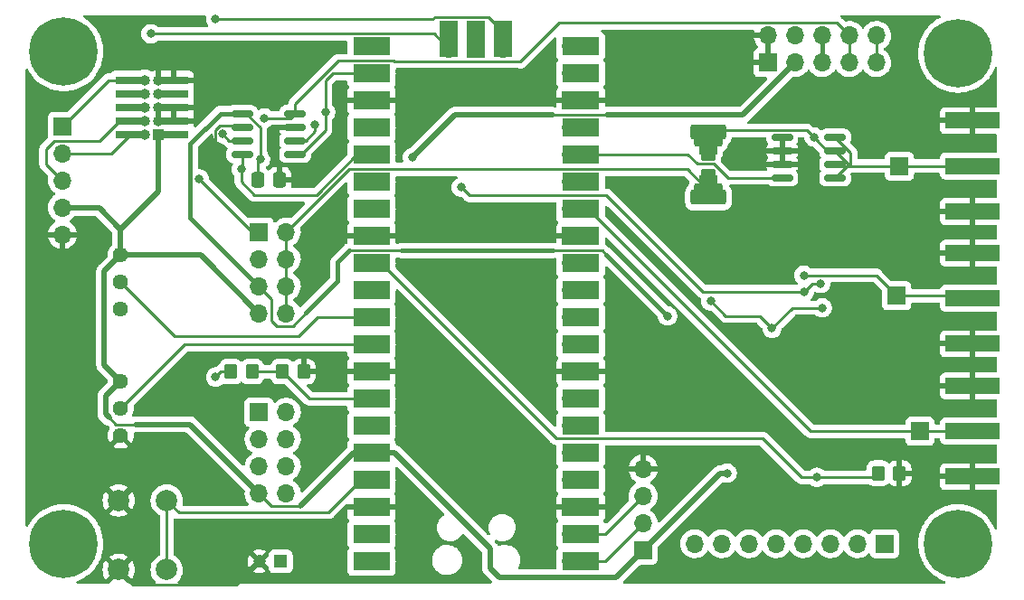
<source format=gbr>
%TF.GenerationSoftware,KiCad,Pcbnew,6.0.1*%
%TF.CreationDate,2022-02-28T04:04:15+01:00*%
%TF.ProjectId,glitcher,676c6974-6368-4657-922e-6b696361645f,4*%
%TF.SameCoordinates,Original*%
%TF.FileFunction,Copper,L1,Top*%
%TF.FilePolarity,Positive*%
%FSLAX46Y46*%
G04 Gerber Fmt 4.6, Leading zero omitted, Abs format (unit mm)*
G04 Created by KiCad (PCBNEW 6.0.1) date 2022-02-28 04:04:15*
%MOMM*%
%LPD*%
G01*
G04 APERTURE LIST*
G04 Aperture macros list*
%AMRoundRect*
0 Rectangle with rounded corners*
0 $1 Rounding radius*
0 $2 $3 $4 $5 $6 $7 $8 $9 X,Y pos of 4 corners*
0 Add a 4 corners polygon primitive as box body*
4,1,4,$2,$3,$4,$5,$6,$7,$8,$9,$2,$3,0*
0 Add four circle primitives for the rounded corners*
1,1,$1+$1,$2,$3*
1,1,$1+$1,$4,$5*
1,1,$1+$1,$6,$7*
1,1,$1+$1,$8,$9*
0 Add four rect primitives between the rounded corners*
20,1,$1+$1,$2,$3,$4,$5,0*
20,1,$1+$1,$4,$5,$6,$7,0*
20,1,$1+$1,$6,$7,$8,$9,0*
20,1,$1+$1,$8,$9,$2,$3,0*%
G04 Aperture macros list end*
%TA.AperFunction,SMDPad,CuDef*%
%ADD10RoundRect,0.250000X0.450000X-0.350000X0.450000X0.350000X-0.450000X0.350000X-0.450000X-0.350000X0*%
%TD*%
%TA.AperFunction,SMDPad,CuDef*%
%ADD11R,5.080000X1.500000*%
%TD*%
%TA.AperFunction,ComponentPad*%
%ADD12C,0.800000*%
%TD*%
%TA.AperFunction,ComponentPad*%
%ADD13C,6.400000*%
%TD*%
%TA.AperFunction,ComponentPad*%
%ADD14R,1.700000X1.700000*%
%TD*%
%TA.AperFunction,ComponentPad*%
%ADD15O,1.700000X1.700000*%
%TD*%
%TA.AperFunction,SMDPad,CuDef*%
%ADD16RoundRect,0.249999X1.075001X-0.450001X1.075001X0.450001X-1.075001X0.450001X-1.075001X-0.450001X0*%
%TD*%
%TA.AperFunction,ComponentPad*%
%ADD17C,1.440000*%
%TD*%
%TA.AperFunction,SMDPad,CuDef*%
%ADD18RoundRect,0.250000X0.350000X0.450000X-0.350000X0.450000X-0.350000X-0.450000X0.350000X-0.450000X0*%
%TD*%
%TA.AperFunction,SMDPad,CuDef*%
%ADD19R,3.500000X1.700000*%
%TD*%
%TA.AperFunction,SMDPad,CuDef*%
%ADD20R,1.700000X3.500000*%
%TD*%
%TA.AperFunction,ComponentPad*%
%ADD21R,1.000000X1.000000*%
%TD*%
%TA.AperFunction,ComponentPad*%
%ADD22O,1.000000X1.000000*%
%TD*%
%TA.AperFunction,SMDPad,CuDef*%
%ADD23R,2.790000X0.740000*%
%TD*%
%TA.AperFunction,SMDPad,CuDef*%
%ADD24RoundRect,0.250000X-0.350000X-0.450000X0.350000X-0.450000X0.350000X0.450000X-0.350000X0.450000X0*%
%TD*%
%TA.AperFunction,SMDPad,CuDef*%
%ADD25RoundRect,0.249999X1.425001X-0.450001X1.425001X0.450001X-1.425001X0.450001X-1.425001X-0.450001X0*%
%TD*%
%TA.AperFunction,SMDPad,CuDef*%
%ADD26RoundRect,0.250000X0.337500X0.475000X-0.337500X0.475000X-0.337500X-0.475000X0.337500X-0.475000X0*%
%TD*%
%TA.AperFunction,ComponentPad*%
%ADD27R,1.200000X1.200000*%
%TD*%
%TA.AperFunction,ComponentPad*%
%ADD28C,1.200000*%
%TD*%
%TA.AperFunction,SMDPad,CuDef*%
%ADD29RoundRect,0.250000X0.625000X-0.400000X0.625000X0.400000X-0.625000X0.400000X-0.625000X-0.400000X0*%
%TD*%
%TA.AperFunction,ComponentPad*%
%ADD30C,2.000000*%
%TD*%
%TA.AperFunction,SMDPad,CuDef*%
%ADD31RoundRect,0.150000X-0.825000X-0.150000X0.825000X-0.150000X0.825000X0.150000X-0.825000X0.150000X0*%
%TD*%
%TA.AperFunction,ViaPad*%
%ADD32C,0.800000*%
%TD*%
%TA.AperFunction,Conductor*%
%ADD33C,0.250000*%
%TD*%
%TA.AperFunction,Conductor*%
%ADD34C,0.500000*%
%TD*%
%TA.AperFunction,Conductor*%
%ADD35C,0.400000*%
%TD*%
G04 APERTURE END LIST*
D10*
%TO.P,R300d1,1*%
%TO.N,CB_VCC*%
X135128000Y-88179000D03*
%TO.P,R300d1,2*%
%TO.N,CROWBAR*%
X135128000Y-86179000D03*
%TD*%
D11*
%TO.P,J206,1,Pin_1*%
%TO.N,CROWBAR*%
X159845000Y-87287000D03*
%TO.P,J206,2,Pin_2*%
%TO.N,GND*%
X159845000Y-91537000D03*
X159845000Y-83037000D03*
%TD*%
D12*
%TO.P,H3,1*%
%TO.N,N/C*%
X160896000Y-122682000D03*
X156798944Y-120984944D03*
X158496000Y-125082000D03*
X156798944Y-124379056D03*
X160193056Y-120984944D03*
X160193056Y-124379056D03*
X158496000Y-120282000D03*
D13*
X158496000Y-122682000D03*
D12*
X156096000Y-122682000D03*
%TD*%
D14*
%TO.P,JP300,1*%
%TO.N,VCC_EXT*%
X93091000Y-93472000D03*
D15*
%TO.P,JP300,2*%
%TO.N,DAC_HI*%
X93091000Y-96012000D03*
%TO.P,JP300,3*%
%TO.N,VBUS*%
X93091000Y-98552000D03*
%TO.P,JP300,4*%
%TO.N,+3V3*%
X93091000Y-101092000D03*
%TO.P,JP300,5*%
%TO.N,CB_VCC*%
X95631000Y-96012000D03*
X95631000Y-101092000D03*
X95631000Y-93472000D03*
X95631000Y-98552000D03*
%TD*%
D14*
%TO.P,J207,1,Pin_1*%
%TO.N,GND*%
X140721000Y-77602000D03*
D15*
%TO.P,J207,2,Pin_2*%
X140721000Y-75062000D03*
%TO.P,J207,3,Pin_3*%
%TO.N,+3V3*%
X143261000Y-77602000D03*
%TO.P,J207,4,Pin_4*%
X143261000Y-75062000D03*
%TO.P,J207,5,Pin_5*%
%TO.N,VBUS*%
X145801000Y-77602000D03*
%TO.P,J207,6,Pin_6*%
X145801000Y-75062000D03*
%TO.P,J207,7,Pin_7*%
%TO.N,DAC_HI*%
X148341000Y-77602000D03*
%TO.P,J207,8,Pin_8*%
X148341000Y-75062000D03*
%TO.P,J207,9,Pin_9*%
%TO.N,VCC_EXT*%
X150881000Y-77602000D03*
%TO.P,J207,10,Pin_10*%
X150881000Y-75062000D03*
%TD*%
D14*
%TO.P,J202,1,Pin_1*%
%TO.N,GLITCH_OUT*%
X152776000Y-99441000D03*
%TD*%
D16*
%TO.P,R300b1,1*%
%TO.N,CB_VCC*%
X135128000Y-89579000D03*
%TO.P,R300b1,2*%
%TO.N,CROWBAR*%
X135128000Y-84779000D03*
%TD*%
D14*
%TO.P,J200,1,Pin_1*%
%TO.N,Net-(J200-Pad1)*%
X151638000Y-122682000D03*
D15*
%TO.P,J200,2,Pin_2*%
%TO.N,Net-(J200-Pad2)*%
X149098000Y-122682000D03*
%TO.P,J200,3,Pin_3*%
%TO.N,Net-(J200-Pad3)*%
X146558000Y-122682000D03*
%TO.P,J200,4,Pin_4*%
%TO.N,Net-(J200-Pad4)*%
X144018000Y-122682000D03*
%TO.P,J200,5,Pin_5*%
%TO.N,Net-(J200-Pad5)*%
X141478000Y-122682000D03*
%TO.P,J200,6,Pin_6*%
%TO.N,Net-(J200-Pad6)*%
X138938000Y-122682000D03*
%TO.P,J200,7,Pin_7*%
%TO.N,Net-(J200-Pad7)*%
X136398000Y-122682000D03*
%TO.P,J200,8,Pin_8*%
%TO.N,Net-(J200-Pad8)*%
X133858000Y-122682000D03*
%TD*%
D14*
%TO.P,JP200,1*%
%TO.N,VCC_EXT*%
X93091000Y-110363000D03*
D15*
%TO.P,JP200,2*%
%TO.N,DAC_HI*%
X93091000Y-112903000D03*
%TO.P,JP200,3*%
%TO.N,VBUS*%
X93091000Y-115443000D03*
%TO.P,JP200,4*%
%TO.N,+3V3*%
X93091000Y-117983000D03*
%TO.P,JP200,5*%
%TO.N,/gpio/TAR_VCCIO*%
X95631000Y-115443000D03*
X95631000Y-112903000D03*
X95631000Y-110363000D03*
X95631000Y-117983000D03*
%TD*%
D17*
%TO.P,RV500,1,1*%
%TO.N,+3V3*%
X80137000Y-95631000D03*
%TO.P,RV500,2,2*%
%TO.N,ADC0*%
X80137000Y-98171000D03*
%TO.P,RV500,3,3*%
%TO.N,GND*%
X80137000Y-100711000D03*
%TD*%
D14*
%TO.P,J205,1,Pin_1*%
%TO.N,CROWBAR*%
X153030000Y-87317000D03*
%TD*%
D18*
%TO.P,R200,1*%
%TO.N,GND*%
X153035000Y-116078000D03*
%TO.P,R200,2*%
%TO.N,GPIO_EN*%
X151035000Y-116078000D03*
%TD*%
D15*
%TO.P,U100,1,GPIO0*%
%TO.N,GPIO0*%
X122301000Y-124333000D03*
D19*
X123201000Y-124333000D03*
%TO.P,U100,2,GPIO1*%
%TO.N,GPIO1*%
X123201000Y-121793000D03*
D15*
X122301000Y-121793000D03*
D19*
%TO.P,U100,3,GND*%
%TO.N,GND*%
X123201000Y-119253000D03*
D14*
X122301000Y-119253000D03*
D15*
%TO.P,U100,4,GPIO2*%
%TO.N,GPIO2*%
X122301000Y-116713000D03*
D19*
X123201000Y-116713000D03*
%TO.P,U100,5,GPIO3*%
%TO.N,GPIO3*%
X123201000Y-114173000D03*
D15*
X122301000Y-114173000D03*
D19*
%TO.P,U100,6,GPIO4*%
%TO.N,GPIO4*%
X123201000Y-111633000D03*
D15*
X122301000Y-111633000D03*
%TO.P,U100,7,GPIO5*%
%TO.N,GPIO5*%
X122301000Y-109093000D03*
D19*
X123201000Y-109093000D03*
%TO.P,U100,8,GND*%
%TO.N,GND*%
X123201000Y-106553000D03*
D14*
X122301000Y-106553000D03*
D15*
%TO.P,U100,9,GPIO6*%
%TO.N,GPIO6*%
X122301000Y-104013000D03*
D19*
X123201000Y-104013000D03*
%TO.P,U100,10,GPIO7*%
%TO.N,GPIO7*%
X123201000Y-101473000D03*
D15*
X122301000Y-101473000D03*
%TO.P,U100,11,GPIO8*%
%TO.N,GPIO8*%
X122301000Y-98933000D03*
D19*
X123201000Y-98933000D03*
%TO.P,U100,12,GPIO9*%
%TO.N,GPIO9*%
X123201000Y-96393000D03*
D15*
X122301000Y-96393000D03*
D14*
%TO.P,U100,13,GND*%
%TO.N,GND*%
X122301000Y-93853000D03*
D19*
X123201000Y-93853000D03*
D15*
%TO.P,U100,14,GPIO10*%
%TO.N,TRIG_IN*%
X122301000Y-91313000D03*
D19*
X123201000Y-91313000D03*
D15*
%TO.P,U100,15,GPIO11*%
%TO.N,GLITCH_SIG*%
X122301000Y-88773000D03*
D19*
X123201000Y-88773000D03*
%TO.P,U100,16,GPIO12*%
%TO.N,CB1_G*%
X123201000Y-86233000D03*
D15*
X122301000Y-86233000D03*
%TO.P,U100,17,GPIO13*%
%TO.N,CB2_G*%
X122301000Y-83693000D03*
D19*
X123201000Y-83693000D03*
%TO.P,U100,18,GND*%
%TO.N,GND*%
X123201000Y-81153000D03*
D14*
X122301000Y-81153000D03*
D19*
%TO.P,U100,19,GPIO14*%
%TO.N,unconnected-(U100-Pad19)*%
X123201000Y-78613000D03*
D15*
X122301000Y-78613000D03*
%TO.P,U100,20,GPIO15*%
%TO.N,unconnected-(U100-Pad20)*%
X122301000Y-76073000D03*
D19*
X123201000Y-76073000D03*
D15*
%TO.P,U100,21,GPIO16*%
%TO.N,MAX_EN*%
X104521000Y-76073000D03*
D19*
X103621000Y-76073000D03*
%TO.P,U100,22,GPIO17*%
%TO.N,DAC_nL*%
X103621000Y-78613000D03*
D15*
X104521000Y-78613000D03*
D14*
%TO.P,U100,23,GND*%
%TO.N,GND*%
X104521000Y-81153000D03*
D19*
X103621000Y-81153000D03*
D15*
%TO.P,U100,24,GPIO18*%
%TO.N,DAC_CLK*%
X104521000Y-83693000D03*
D19*
X103621000Y-83693000D03*
D15*
%TO.P,U100,25,GPIO19*%
%TO.N,DAC_TX*%
X104521000Y-86233000D03*
D19*
X103621000Y-86233000D03*
D15*
%TO.P,U100,26,GPIO20*%
%TO.N,MAX_SW_A*%
X104521000Y-88773000D03*
D19*
X103621000Y-88773000D03*
%TO.P,U100,27,GPIO21*%
%TO.N,MAX_SW_B*%
X103621000Y-91313000D03*
D15*
X104521000Y-91313000D03*
D14*
%TO.P,U100,28,GND*%
%TO.N,GND*%
X104521000Y-93853000D03*
D19*
X103621000Y-93853000D03*
D15*
%TO.P,U100,29,GPIO22*%
%TO.N,GPIO_EN*%
X104521000Y-96393000D03*
D19*
X103621000Y-96393000D03*
D15*
%TO.P,U100,30,RUN*%
%TO.N,unconnected-(U100-Pad30)*%
X104521000Y-98933000D03*
D19*
X103621000Y-98933000D03*
D15*
%TO.P,U100,31,GPIO26_ADC0*%
%TO.N,ADC0*%
X104521000Y-101473000D03*
D19*
X103621000Y-101473000D03*
%TO.P,U100,32,GPIO27_ADC1*%
%TO.N,ADC1*%
X103621000Y-104013000D03*
D15*
X104521000Y-104013000D03*
D19*
%TO.P,U100,33,AGND*%
%TO.N,GND*%
X103621000Y-106553000D03*
D14*
X104521000Y-106553000D03*
D15*
%TO.P,U100,34,GPIO28_ADC2*%
%TO.N,ADC2*%
X104521000Y-109093000D03*
D19*
X103621000Y-109093000D03*
%TO.P,U100,35,ADC_VREF*%
%TO.N,+3.3VADC*%
X103621000Y-111633000D03*
D15*
X104521000Y-111633000D03*
%TO.P,U100,36,3V3*%
%TO.N,+3V3*%
X104521000Y-114173000D03*
D19*
X103621000Y-114173000D03*
D15*
%TO.P,U100,37,3V3_EN*%
%TO.N,~{EMERG_SHDN}*%
X104521000Y-116713000D03*
D19*
X103621000Y-116713000D03*
D14*
%TO.P,U100,38,GND*%
%TO.N,GND*%
X104521000Y-119253000D03*
D19*
X103621000Y-119253000D03*
%TO.P,U100,39,VSYS*%
%TO.N,unconnected-(U100-Pad39)*%
X103621000Y-121793000D03*
D15*
X104521000Y-121793000D03*
D19*
%TO.P,U100,40,VBUS*%
%TO.N,VBUS*%
X103621000Y-124333000D03*
D15*
X104521000Y-124333000D03*
%TO.P,U100,41,SWCLK*%
%TO.N,/controller/SWCLK*%
X115951000Y-76303000D03*
D20*
X115951000Y-75403000D03*
%TO.P,U100,42,GND*%
%TO.N,GND*%
X113411000Y-75403000D03*
D14*
X113411000Y-76303000D03*
D15*
%TO.P,U100,43,SWDIO*%
%TO.N,/controller/SWDIO*%
X110871000Y-76303000D03*
D20*
X110871000Y-75403000D03*
%TD*%
D21*
%TO.P,REF\u002A\u002A,1*%
%TO.N,+3V3*%
X83694000Y-84326000D03*
D22*
%TO.P,REF\u002A\u002A,2*%
%TO.N,/controller/SWDIO*%
X82424000Y-84326000D03*
%TO.P,REF\u002A\u002A,3*%
%TO.N,GND*%
X83694000Y-83056000D03*
%TO.P,REF\u002A\u002A,4*%
%TO.N,/controller/SWCLK*%
X82424000Y-83056000D03*
%TO.P,REF\u002A\u002A,5*%
%TO.N,GND*%
X83694000Y-81786000D03*
%TO.P,REF\u002A\u002A,6*%
%TO.N,unconnected-(J102-Pad6)*%
X82424000Y-81786000D03*
%TO.P,REF\u002A\u002A,7*%
%TO.N,unconnected-(J102-Pad7)*%
X83694000Y-80516000D03*
%TO.P,REF\u002A\u002A,8*%
%TO.N,unconnected-(J102-Pad8)*%
X82424000Y-80516000D03*
%TO.P,REF\u002A\u002A,9*%
%TO.N,GND*%
X83694000Y-79246000D03*
%TO.P,REF\u002A\u002A,10*%
%TO.N,Net-(D100-Pad1)*%
X82424000Y-79246000D03*
%TD*%
D23*
%TO.P,J102,1,Pin_1*%
%TO.N,+3V3*%
X85094000Y-84326000D03*
%TO.P,J102,2,Pin_2*%
%TO.N,/controller/SWDIO*%
X81024000Y-84326000D03*
%TO.P,J102,3,Pin_3*%
%TO.N,GND*%
X85094000Y-83056000D03*
%TO.P,J102,4,Pin_4*%
%TO.N,/controller/SWCLK*%
X81024000Y-83056000D03*
%TO.P,J102,5,Pin_5*%
%TO.N,GND*%
X85094000Y-81786000D03*
%TO.P,J102,6,Pin_6*%
%TO.N,unconnected-(J102-Pad6)*%
X81024000Y-81786000D03*
%TO.P,J102,7,Pin_7*%
%TO.N,unconnected-(J102-Pad7)*%
X85094000Y-80516000D03*
%TO.P,J102,8,Pin_8*%
%TO.N,unconnected-(J102-Pad8)*%
X81024000Y-80516000D03*
%TO.P,J102,9,Pin_9*%
%TO.N,GND*%
X85094000Y-79246000D03*
%TO.P,J102,10,Pin_10*%
%TO.N,Net-(D100-Pad1)*%
X81024000Y-79246000D03*
%TD*%
D24*
%TO.P,R500,1*%
%TO.N,VBUS*%
X90424000Y-106553000D03*
%TO.P,R500,2*%
%TO.N,ADC2*%
X92424000Y-106553000D03*
%TD*%
D17*
%TO.P,RV501,1,1*%
%TO.N,+3V3*%
X80137000Y-107457000D03*
%TO.P,RV501,2,2*%
%TO.N,ADC1*%
X80137000Y-109997000D03*
%TO.P,RV501,3,3*%
%TO.N,GND*%
X80137000Y-112537000D03*
%TD*%
D25*
%TO.P,R300,1*%
%TO.N,CB_VCC*%
X135150000Y-90229000D03*
%TO.P,R300,2*%
%TO.N,CROWBAR*%
X135150000Y-84129000D03*
%TD*%
D26*
%TO.P,C401,1*%
%TO.N,GND*%
X95017500Y-88598819D03*
%TO.P,C401,2*%
%TO.N,VBUS*%
X92942500Y-88598819D03*
%TD*%
D27*
%TO.P,C100,1*%
%TO.N,VBUS*%
X95123000Y-124333000D03*
D28*
%TO.P,C100,2*%
%TO.N,GND*%
X93123000Y-124333000D03*
%TD*%
D29*
%TO.P,R300c1,1*%
%TO.N,CB_VCC*%
X135128000Y-88729000D03*
%TO.P,R300c1,2*%
%TO.N,CROWBAR*%
X135128000Y-85629000D03*
%TD*%
D12*
%TO.P,H2,1*%
%TO.N,N/C*%
X156798944Y-78405056D03*
X156096000Y-76708000D03*
X158496000Y-79108000D03*
X158496000Y-74308000D03*
X160193056Y-78405056D03*
X160896000Y-76708000D03*
X160193056Y-75010944D03*
D13*
X158496000Y-76708000D03*
D12*
X156798944Y-75010944D03*
%TD*%
D14*
%TO.P,J201,1,Pin_1*%
%TO.N,TRIG_IN*%
X154940000Y-112141000D03*
%TD*%
D30*
%TO.P,SW1,1,1*%
%TO.N,~{EMERG_SHDN}*%
X84444400Y-125119200D03*
X84444400Y-118619200D03*
%TO.P,SW1,2,2*%
%TO.N,GND*%
X79944400Y-118619200D03*
X79944400Y-125119200D03*
%TD*%
D31*
%TO.P,U401a,1,Vdd*%
%TO.N,VBUS*%
X91505000Y-82375819D03*
%TO.P,U401a,2,~{CS}*%
%TO.N,GND*%
X91505000Y-83645819D03*
%TO.P,U401a,3,SCK*%
%TO.N,DAC_CLK*%
X91505000Y-84915819D03*
%TO.P,U401a,4,SDI*%
%TO.N,DAC_TX*%
X91505000Y-86185819D03*
%TO.P,U401a,5,~{LDAC}*%
%TO.N,DAC_nL*%
X96455000Y-86185819D03*
%TO.P,U401a,6,VB*%
%TO.N,DAC_LO*%
X96455000Y-84915819D03*
%TO.P,U401a,7,Vss*%
%TO.N,GND*%
X96455000Y-83645819D03*
%TO.P,U401a,8,VA*%
%TO.N,DAC_HI*%
X96455000Y-82375819D03*
%TD*%
D14*
%TO.P,J100,1,Pin_1*%
%TO.N,+3V3*%
X129032000Y-123307000D03*
D15*
%TO.P,J100,2,Pin_2*%
%TO.N,GPIO0*%
X129032000Y-120767000D03*
%TO.P,J100,3,Pin_3*%
%TO.N,GPIO1*%
X129032000Y-118227000D03*
%TO.P,J100,4,Pin_4*%
%TO.N,GND*%
X129032000Y-115687000D03*
%TD*%
D14*
%TO.P,J101,1,Pin_1*%
%TO.N,Net-(D100-Pad1)*%
X74676000Y-83566000D03*
D15*
%TO.P,J101,2,Pin_2*%
%TO.N,/controller/SWDIO*%
X74676000Y-86106000D03*
%TO.P,J101,3,Pin_3*%
%TO.N,/controller/SWCLK*%
X74676000Y-88646000D03*
%TO.P,J101,4,Pin_4*%
%TO.N,+3V3*%
X74676000Y-91186000D03*
%TO.P,J101,5,Pin_5*%
%TO.N,GND*%
X74676000Y-93726000D03*
%TD*%
D24*
%TO.P,R501,1*%
%TO.N,ADC2*%
X95250000Y-106553000D03*
%TO.P,R501,2*%
%TO.N,GND*%
X97250000Y-106553000D03*
%TD*%
D11*
%TO.P,J204,1,Pin_1*%
%TO.N,GLITCH_OUT*%
X159888000Y-99695000D03*
%TO.P,J204,2,Pin_2*%
%TO.N,GND*%
X159888000Y-103945000D03*
X159888000Y-95445000D03*
%TD*%
D31*
%TO.P,Q300,1,S*%
%TO.N,GND*%
X142051000Y-84582000D03*
%TO.P,Q300,2,S*%
X142051000Y-85852000D03*
%TO.P,Q300,3,S*%
X142051000Y-87122000D03*
%TO.P,Q300,4,G*%
%TO.N,CB1_G*%
X142051000Y-88392000D03*
%TO.P,Q300,5,D*%
%TO.N,CROWBAR*%
X147001000Y-88392000D03*
%TO.P,Q300,6,D*%
X147001000Y-87122000D03*
%TO.P,Q300,7,D*%
X147001000Y-85852000D03*
%TO.P,Q300,8,D*%
X147001000Y-84582000D03*
%TD*%
D11*
%TO.P,J203,1,Pin_1*%
%TO.N,TRIG_IN*%
X159888000Y-112141000D03*
%TO.P,J203,2,Pin_2*%
%TO.N,GND*%
X159888000Y-116391000D03*
X159888000Y-107891000D03*
%TD*%
D12*
%TO.P,H1,1*%
%TO.N,N/C*%
X74803000Y-78981000D03*
X73105944Y-74883944D03*
D13*
X74803000Y-76581000D03*
D12*
X74803000Y-74181000D03*
X73105944Y-78278056D03*
X77203000Y-76581000D03*
X76500056Y-78278056D03*
X72403000Y-76581000D03*
X76500056Y-74883944D03*
%TD*%
%TO.P,H4,1*%
%TO.N,N/C*%
X76500056Y-120984944D03*
D13*
X74803000Y-122682000D03*
D12*
X72403000Y-122682000D03*
X76500056Y-124379056D03*
X74803000Y-120282000D03*
X74803000Y-125082000D03*
X77203000Y-122682000D03*
X73105944Y-120984944D03*
X73105944Y-124379056D03*
%TD*%
D32*
%TO.N,GND*%
X94361000Y-79883000D03*
X94284800Y-86106000D03*
X159893000Y-93472000D03*
X159893000Y-105918000D03*
X95250000Y-91313000D03*
X138938000Y-86487000D03*
X155829000Y-83058000D03*
X155829000Y-116332000D03*
%TO.N,+3V3*%
X107442000Y-86487000D03*
X136906000Y-116078000D03*
%TO.N,/controller/SWDIO*%
X82962511Y-74898489D03*
%TO.N,/controller/SWCLK*%
X89027000Y-73533000D03*
%TO.N,GLITCH_OUT*%
X144068800Y-97536000D03*
%TO.N,VCC_EXT*%
X87503000Y-88519000D03*
%TO.N,DAC_HI*%
X93599000Y-82804000D03*
%TO.N,GPIO_EN*%
X145288000Y-116459000D03*
%TO.N,DAC_nL*%
X99314000Y-82245200D03*
%TO.N,DAC_CLK*%
X89682260Y-84260559D03*
%TO.N,DAC_TX*%
X91440000Y-87582819D03*
%TO.N,EMERG_SHDN*%
X145796000Y-100584000D03*
X135382000Y-99949000D03*
X141097000Y-102489000D03*
%TO.N,DAC_LO*%
X98298000Y-83391819D03*
X144119600Y-99060000D03*
X112014000Y-89281000D03*
X145669000Y-98298000D03*
%TO.N,CROWBAR*%
X145034000Y-84582000D03*
%TO.N,VBUS*%
X89027000Y-107061000D03*
X93218000Y-86614000D03*
X131318000Y-101346000D03*
%TD*%
D33*
%TO.N,GND*%
X89382157Y-83536048D02*
X88957749Y-83960456D01*
X88957749Y-83960456D02*
X88957749Y-86290749D01*
X90964000Y-126492000D02*
X93123000Y-124333000D01*
X81317200Y-126492000D02*
X90964000Y-126492000D01*
X91395229Y-83536048D02*
X89382157Y-83536048D01*
X79944400Y-125119200D02*
X81317200Y-126492000D01*
X91505000Y-83645819D02*
X91395229Y-83536048D01*
%TO.N,+3V3*%
X93091000Y-117983000D02*
X94265511Y-119157511D01*
D34*
X80137000Y-93206498D02*
X78116502Y-91186000D01*
X104521000Y-114173000D02*
X101917022Y-114173000D01*
X80137000Y-107457000D02*
X78740000Y-108854000D01*
X104521000Y-114173000D02*
X105753091Y-114173000D01*
X136906000Y-116078000D02*
X136261000Y-116078000D01*
D33*
X79092489Y-110880630D02*
X79704348Y-111492489D01*
D34*
X120554511Y-82518489D02*
X111410511Y-82518489D01*
X80137000Y-95631000D02*
X87630000Y-95631000D01*
D33*
X125634511Y-82518489D02*
X120554511Y-82518489D01*
D34*
X78116502Y-91186000D02*
X74676000Y-91186000D01*
X86600489Y-111492489D02*
X86219489Y-111492489D01*
X83694000Y-89649498D02*
X83623749Y-89719749D01*
X101917022Y-114173000D02*
X96932511Y-119157511D01*
X114736479Y-123156388D02*
X114736479Y-124998079D01*
X138344511Y-82518489D02*
X125634511Y-82518489D01*
X83694000Y-84326000D02*
X83694000Y-89649498D01*
X78613000Y-97155000D02*
X78613000Y-105933000D01*
X80137000Y-95631000D02*
X78613000Y-97155000D01*
X105753091Y-114173000D02*
X114736479Y-123156388D01*
X93091000Y-117983000D02*
X86600489Y-111492489D01*
D33*
X94265511Y-119157511D02*
X96932511Y-119157511D01*
D34*
X78613000Y-105933000D02*
X80137000Y-107457000D01*
X80137000Y-93206498D02*
X80137000Y-95631000D01*
X78740000Y-110528141D02*
X79092489Y-110880630D01*
X143261000Y-77602000D02*
X138344511Y-82518489D01*
X83694000Y-84326000D02*
X85094000Y-84326000D01*
X129032000Y-123307000D02*
X126482000Y-125857000D01*
X136261000Y-116078000D02*
X129032000Y-123307000D01*
X86219489Y-111492489D02*
X81547511Y-111492489D01*
D33*
X129032000Y-123307000D02*
X126831489Y-125507511D01*
X79704348Y-111492489D02*
X81547511Y-111492489D01*
D34*
X114736479Y-124998079D02*
X115595400Y-125857000D01*
X87630000Y-95631000D02*
X93091000Y-101092000D01*
X78740000Y-108854000D02*
X78740000Y-110528141D01*
X111410511Y-82518489D02*
X107442000Y-86487000D01*
X83623749Y-89719749D02*
X80137000Y-93206498D01*
X126482000Y-125857000D02*
X115595400Y-125857000D01*
D33*
%TO.N,Net-(D100-Pad1)*%
X74676000Y-83566000D02*
X78996000Y-79246000D01*
X81024000Y-79246000D02*
X82424000Y-79246000D01*
X78996000Y-79246000D02*
X81024000Y-79246000D01*
%TO.N,GPIO0*%
X122301000Y-124333000D02*
X125466000Y-124333000D01*
X125466000Y-124333000D02*
X129032000Y-120767000D01*
%TO.N,GPIO1*%
X126482000Y-120777000D02*
X129032000Y-118227000D01*
X125466000Y-121793000D02*
X129032000Y-118227000D01*
X122301000Y-121793000D02*
X125466000Y-121793000D01*
%TO.N,/controller/SWDIO*%
X90646489Y-74898489D02*
X82962511Y-74898489D01*
X89693511Y-74898489D02*
X90646489Y-74898489D01*
X79244000Y-86106000D02*
X81024000Y-84326000D01*
X81024000Y-84326000D02*
X82424000Y-84326000D01*
X109466489Y-74898489D02*
X110871000Y-76303000D01*
X74676000Y-86106000D02*
X79244000Y-86106000D01*
X90646489Y-74898489D02*
X109466489Y-74898489D01*
%TO.N,/controller/SWCLK*%
X78123511Y-84931489D02*
X73945511Y-84931489D01*
X73945511Y-84931489D02*
X73152000Y-85725000D01*
X79999000Y-83056000D02*
X78123511Y-84931489D01*
X114585511Y-73328489D02*
X115951000Y-74693978D01*
X82424000Y-83056000D02*
X81024000Y-83056000D01*
X109344378Y-73533000D02*
X109548889Y-73328489D01*
X109548889Y-73328489D02*
X114585511Y-73328489D01*
X81024000Y-83056000D02*
X79999000Y-83056000D01*
X89027000Y-73533000D02*
X109344378Y-73533000D01*
X73152000Y-87122000D02*
X74676000Y-88646000D01*
X73152000Y-85725000D02*
X73152000Y-87122000D01*
X115951000Y-74693978D02*
X115951000Y-76303000D01*
%TO.N,TRIG_IN*%
X153312500Y-112141000D02*
X159888000Y-112141000D01*
X144738022Y-112141000D02*
X124908911Y-92311889D01*
X123910022Y-91313000D02*
X122301000Y-91313000D01*
X125275511Y-92678489D02*
X124908911Y-92311889D01*
X154940000Y-112141000D02*
X144738022Y-112141000D01*
X124908911Y-92311889D02*
X123910022Y-91313000D01*
%TO.N,GLITCH_OUT*%
X151000500Y-97665500D02*
X152776000Y-99441000D01*
X152776000Y-99441000D02*
X159634000Y-99441000D01*
X144068800Y-97536000D02*
X150871000Y-97536000D01*
X150871000Y-97536000D02*
X151000500Y-97665500D01*
X159634000Y-99441000D02*
X159888000Y-99695000D01*
%TO.N,ADC0*%
X104521000Y-101473000D02*
X98552000Y-101473000D01*
X96774000Y-103251000D02*
X85217000Y-103251000D01*
X98552000Y-101473000D02*
X96774000Y-103251000D01*
X85217000Y-103251000D02*
X80137000Y-98171000D01*
%TO.N,ADC1*%
X86121000Y-104013000D02*
X104521000Y-104013000D01*
X80137000Y-109997000D02*
X86121000Y-104013000D01*
%TO.N,VCC_EXT*%
X92456000Y-93472000D02*
X87503000Y-88519000D01*
X150886000Y-75067000D02*
X150886000Y-77607000D01*
X93091000Y-93472000D02*
X92456000Y-93472000D01*
%TO.N,DAC_HI*%
X96455000Y-81472000D02*
X100488511Y-77438489D01*
X117538500Y-77533500D02*
X121184511Y-73887489D01*
X93599000Y-82804000D02*
X96026819Y-82804000D01*
X121184511Y-73887489D02*
X147166489Y-73887489D01*
X117482511Y-77477511D02*
X117538500Y-77533500D01*
X105695511Y-77438489D02*
X105734533Y-77477511D01*
X96026819Y-82804000D02*
X96455000Y-82375819D01*
X147166489Y-73887489D02*
X148341000Y-75062000D01*
X105734533Y-77477511D02*
X117482511Y-77477511D01*
X148346000Y-77607000D02*
X148346000Y-75067000D01*
X100488511Y-77438489D02*
X105695511Y-77438489D01*
X96455000Y-82375819D02*
X96455000Y-81472000D01*
%TO.N,CB1_G*%
X142051000Y-88392000D02*
X136953493Y-88392000D01*
X133223000Y-86233000D02*
X134093520Y-87103520D01*
X135665013Y-87103520D02*
X134093520Y-87103520D01*
X136953493Y-88392000D02*
X135665013Y-87103520D01*
X122301000Y-86233000D02*
X133223000Y-86233000D01*
%TO.N,GPIO_EN*%
X144780000Y-116459000D02*
X143875000Y-116459000D01*
X143875000Y-116459000D02*
X140223511Y-112807511D01*
X120935511Y-112807511D02*
X140223511Y-112807511D01*
X144780000Y-116459000D02*
X150654000Y-116459000D01*
X104521000Y-96393000D02*
X120935511Y-112807511D01*
X150654000Y-116459000D02*
X151035000Y-116078000D01*
%TO.N,DAC_nL*%
X104521000Y-78613000D02*
X100009319Y-78613000D01*
X99314000Y-82296000D02*
X99314000Y-79308319D01*
X99314000Y-83899819D02*
X99314000Y-82248819D01*
X97028000Y-86185819D02*
X99314000Y-83899819D01*
X100009319Y-78613000D02*
X99314000Y-79308319D01*
X96455000Y-86185819D02*
X97028000Y-86185819D01*
%TO.N,DAC_CLK*%
X90297000Y-84915819D02*
X89662000Y-84280819D01*
X91505000Y-84915819D02*
X90297000Y-84915819D01*
%TO.N,DAC_TX*%
X91505000Y-86185819D02*
X91505000Y-87517819D01*
X91505000Y-87517819D02*
X91440000Y-87582819D01*
X92671000Y-90023500D02*
X98443782Y-90023500D01*
X92671000Y-90023500D02*
X91440000Y-88792500D01*
X98443782Y-90023500D02*
X102234282Y-86233000D01*
X91440000Y-88792500D02*
X91440000Y-87582819D01*
X102234282Y-86233000D02*
X104521000Y-86233000D01*
%TO.N,EMERG_SHDN*%
X141097000Y-102489000D02*
X143002000Y-100584000D01*
X143002000Y-100584000D02*
X145796000Y-100584000D01*
X141097000Y-102489000D02*
X139954000Y-101346000D01*
X136779000Y-101346000D02*
X139954000Y-101346000D01*
X135382000Y-99949000D02*
X136779000Y-101346000D01*
%TO.N,~{EMERG_SHDN}*%
X99584000Y-119745000D02*
X102616000Y-116713000D01*
X85570200Y-119745000D02*
X89195400Y-119745000D01*
X88011000Y-119745000D02*
X89195400Y-119745000D01*
X84444400Y-118619200D02*
X85570200Y-119745000D01*
X89195400Y-119745000D02*
X99584000Y-119745000D01*
X84444400Y-125119200D02*
X84444400Y-118619200D01*
X102616000Y-116713000D02*
X104521000Y-116713000D01*
%TO.N,DAC_LO*%
X112776000Y-90043000D02*
X112014000Y-89281000D01*
X98298000Y-83391819D02*
X98298000Y-84037299D01*
X144119600Y-99060000D02*
X144881600Y-98298000D01*
X125603000Y-90043000D02*
X112776000Y-90043000D01*
X98298000Y-84037299D02*
X97419480Y-84915819D01*
X97419480Y-84915819D02*
X96455000Y-84915819D01*
X134620000Y-99060000D02*
X125603000Y-90043000D01*
X144881600Y-98298000D02*
X145669000Y-98298000D01*
X144119600Y-99060000D02*
X134620000Y-99060000D01*
%TO.N,CROWBAR*%
X147001000Y-85852000D02*
X147015200Y-85852000D01*
X148450200Y-87287000D02*
X159845000Y-87287000D01*
X135150000Y-84757000D02*
X135128000Y-84779000D01*
X143774480Y-83957480D02*
X135321520Y-83957480D01*
X145288000Y-84886800D02*
X144358680Y-83957480D01*
X147001000Y-87122000D02*
X147166000Y-87287000D01*
X147015200Y-85852000D02*
X148450200Y-87287000D01*
X144358680Y-83957480D02*
X143774480Y-83957480D01*
X147001000Y-88392000D02*
X147001000Y-88380600D01*
X135128000Y-84779000D02*
X135128000Y-85629000D01*
X147001000Y-85852000D02*
X146253200Y-85852000D01*
X147001000Y-88380600D02*
X148094600Y-87287000D01*
X146253200Y-85852000D02*
X145288000Y-84886800D01*
X148450200Y-87287000D02*
X148450200Y-86031200D01*
X148450200Y-86031200D02*
X147001000Y-84582000D01*
X147166000Y-87287000D02*
X148094600Y-87287000D01*
X135128000Y-86179000D02*
X135128000Y-85629000D01*
X148094600Y-87287000D02*
X148450200Y-87287000D01*
X135321520Y-83957480D02*
X135150000Y-84129000D01*
X135150000Y-84129000D02*
X135150000Y-84757000D01*
%TO.N,ADC2*%
X97790000Y-109093000D02*
X104521000Y-109093000D01*
X95250000Y-106553000D02*
X97790000Y-109093000D01*
X95250000Y-106553000D02*
X92424000Y-106553000D01*
%TO.N,VBUS*%
X120554511Y-95218489D02*
X125190489Y-95218489D01*
X101546489Y-95218489D02*
X106394489Y-95218489D01*
D35*
X100457000Y-98044000D02*
X100457000Y-96307978D01*
X100457000Y-96307978D02*
X101546489Y-95218489D01*
X93091000Y-98552000D02*
X86651511Y-92112511D01*
D33*
X94265511Y-101822489D02*
X94709533Y-102266511D01*
X93091000Y-98552000D02*
X94265511Y-99726511D01*
X125190489Y-95218489D02*
X125603000Y-95631000D01*
X92942500Y-86889500D02*
X93218000Y-86614000D01*
X96234489Y-102266511D02*
X97472500Y-101028500D01*
D35*
X145806000Y-75067000D02*
X145806000Y-77607000D01*
D33*
X91881072Y-82375819D02*
X91505000Y-82375819D01*
D35*
X106394489Y-95218489D02*
X120554511Y-95218489D01*
D33*
X89535000Y-106553000D02*
X89027000Y-107061000D01*
X93218000Y-83712747D02*
X91881072Y-82375819D01*
D35*
X86651511Y-92112511D02*
X86651511Y-85179489D01*
X131318000Y-101346000D02*
X125603000Y-95631000D01*
X97472500Y-101028500D02*
X100457000Y-98044000D01*
D33*
X93218000Y-86614000D02*
X93218000Y-83712747D01*
X94709533Y-102266511D02*
X96234489Y-102266511D01*
X94265511Y-99726511D02*
X94265511Y-101822489D01*
X92942500Y-88598819D02*
X92942500Y-86889500D01*
X90424000Y-106553000D02*
X89535000Y-106553000D01*
D35*
X86651511Y-85179489D02*
X89455181Y-82375819D01*
X89455181Y-82375819D02*
X91505000Y-82375819D01*
D33*
%TO.N,CB_VCC*%
X95631000Y-93472000D02*
X95631000Y-101092000D01*
X135150000Y-89601000D02*
X135128000Y-89579000D01*
X135150000Y-90229000D02*
X135150000Y-89601000D01*
X95631000Y-93472000D02*
X101504511Y-87598489D01*
X135128000Y-89579000D02*
X135128000Y-88729000D01*
X135128000Y-88729000D02*
X135128000Y-88179000D01*
X101504511Y-87598489D02*
X101568489Y-87598489D01*
X133147489Y-87598489D02*
X135128000Y-89579000D01*
X101568489Y-87598489D02*
X133147489Y-87598489D01*
X95631000Y-98552000D02*
X95672511Y-98510489D01*
%TD*%
%TA.AperFunction,Conductor*%
%TO.N,GND*%
G36*
X125667511Y-93966846D02*
G01*
X125674094Y-93972976D01*
X144234365Y-112533247D01*
X144241909Y-112541537D01*
X144246022Y-112548018D01*
X144251799Y-112553443D01*
X144295689Y-112594658D01*
X144298531Y-112597413D01*
X144318253Y-112617135D01*
X144321395Y-112619572D01*
X144321455Y-112619619D01*
X144330467Y-112627317D01*
X144352035Y-112647570D01*
X144362701Y-112657586D01*
X144369644Y-112661403D01*
X144380453Y-112667345D01*
X144396975Y-112678198D01*
X144412981Y-112690614D01*
X144420259Y-112693764D01*
X144420260Y-112693764D01*
X144453559Y-112708174D01*
X144464209Y-112713391D01*
X144502962Y-112734695D01*
X144510637Y-112736666D01*
X144510638Y-112736666D01*
X144522584Y-112739733D01*
X144541289Y-112746137D01*
X144559877Y-112754181D01*
X144567700Y-112755420D01*
X144567710Y-112755423D01*
X144603546Y-112761099D01*
X144615166Y-112763505D01*
X144650311Y-112772528D01*
X144657992Y-112774500D01*
X144678246Y-112774500D01*
X144697956Y-112776051D01*
X144717965Y-112779220D01*
X144725857Y-112778474D01*
X144761983Y-112775059D01*
X144773841Y-112774500D01*
X153455500Y-112774500D01*
X153523621Y-112794502D01*
X153570114Y-112848158D01*
X153581500Y-112900500D01*
X153581500Y-113039134D01*
X153588255Y-113101316D01*
X153639385Y-113237705D01*
X153726739Y-113354261D01*
X153843295Y-113441615D01*
X153979684Y-113492745D01*
X154041866Y-113499500D01*
X155838134Y-113499500D01*
X155900316Y-113492745D01*
X156036705Y-113441615D01*
X156153261Y-113354261D01*
X156240615Y-113237705D01*
X156291745Y-113101316D01*
X156298500Y-113039134D01*
X156298500Y-112900500D01*
X156318502Y-112832379D01*
X156372158Y-112785886D01*
X156424500Y-112774500D01*
X156713500Y-112774500D01*
X156781621Y-112794502D01*
X156828114Y-112848158D01*
X156839500Y-112900500D01*
X156839500Y-112939134D01*
X156846255Y-113001316D01*
X156897385Y-113137705D01*
X156984739Y-113254261D01*
X157101295Y-113341615D01*
X157237684Y-113392745D01*
X157299866Y-113399500D01*
X162053000Y-113399500D01*
X162121121Y-113419502D01*
X162167614Y-113473158D01*
X162179000Y-113525500D01*
X162179000Y-115007000D01*
X162158998Y-115075121D01*
X162105342Y-115121614D01*
X162053000Y-115133000D01*
X160160115Y-115133000D01*
X160144876Y-115137475D01*
X160143671Y-115138865D01*
X160142000Y-115146548D01*
X160142000Y-117630884D01*
X160146475Y-117646123D01*
X160147865Y-117647328D01*
X160155548Y-117648999D01*
X162053000Y-117648999D01*
X162121121Y-117669001D01*
X162167614Y-117722657D01*
X162179000Y-117774999D01*
X162179000Y-121248407D01*
X162158998Y-121316528D01*
X162105342Y-121363021D01*
X162035068Y-121373125D01*
X161970488Y-121343631D01*
X161935369Y-121293562D01*
X161888532Y-121171547D01*
X161784587Y-120967543D01*
X161713561Y-120828147D01*
X161713557Y-120828140D01*
X161712062Y-120825206D01*
X161652635Y-120733695D01*
X161502152Y-120501971D01*
X161502152Y-120501970D01*
X161500357Y-120499207D01*
X161307935Y-120261586D01*
X161257809Y-120199686D01*
X161257806Y-120199682D01*
X161255734Y-120197124D01*
X160980876Y-119922266D01*
X160965942Y-119910172D01*
X160792907Y-119770051D01*
X160678793Y-119677643D01*
X160676029Y-119675848D01*
X160355564Y-119467736D01*
X160355561Y-119467734D01*
X160352795Y-119465938D01*
X160349861Y-119464443D01*
X160349854Y-119464439D01*
X160009393Y-119290966D01*
X160006453Y-119289468D01*
X159643562Y-119150167D01*
X159268099Y-119049562D01*
X159047909Y-119014687D01*
X158887424Y-118989268D01*
X158887416Y-118989267D01*
X158884176Y-118988754D01*
X158496000Y-118968411D01*
X158107824Y-118988754D01*
X158104584Y-118989267D01*
X158104576Y-118989268D01*
X157944091Y-119014687D01*
X157723901Y-119049562D01*
X157348438Y-119150167D01*
X156985547Y-119289468D01*
X156982607Y-119290966D01*
X156642147Y-119464439D01*
X156642140Y-119464443D01*
X156639206Y-119465938D01*
X156636440Y-119467734D01*
X156636437Y-119467736D01*
X156419221Y-119608797D01*
X156313207Y-119677643D01*
X156199093Y-119770051D01*
X156026059Y-119910172D01*
X156011124Y-119922266D01*
X155736266Y-120197124D01*
X155734194Y-120199682D01*
X155734191Y-120199686D01*
X155684065Y-120261586D01*
X155491643Y-120499207D01*
X155489848Y-120501970D01*
X155489848Y-120501971D01*
X155339366Y-120733695D01*
X155279938Y-120825206D01*
X155278443Y-120828140D01*
X155278439Y-120828147D01*
X155207413Y-120967543D01*
X155103468Y-121171547D01*
X155032680Y-121355955D01*
X154989387Y-121468739D01*
X154964167Y-121534438D01*
X154863562Y-121909901D01*
X154851044Y-121988935D01*
X154806994Y-122267056D01*
X154802754Y-122293824D01*
X154782411Y-122682000D01*
X154802754Y-123070176D01*
X154803267Y-123073416D01*
X154803268Y-123073424D01*
X154828267Y-123231255D01*
X154863562Y-123454099D01*
X154964167Y-123829562D01*
X154965352Y-123832650D01*
X154965353Y-123832652D01*
X154989619Y-123895866D01*
X155103468Y-124192453D01*
X155104966Y-124195393D01*
X155273237Y-124525642D01*
X155279938Y-124538794D01*
X155281734Y-124541560D01*
X155281736Y-124541563D01*
X155473946Y-124837542D01*
X155491643Y-124864793D01*
X155588605Y-124984531D01*
X155714841Y-125140418D01*
X155736266Y-125166876D01*
X156011124Y-125441734D01*
X156013682Y-125443806D01*
X156013686Y-125443809D01*
X156151881Y-125555717D01*
X156313207Y-125686357D01*
X156315970Y-125688152D01*
X156315971Y-125688152D01*
X156604118Y-125875276D01*
X156639205Y-125898062D01*
X156642139Y-125899557D01*
X156642146Y-125899561D01*
X156863557Y-126012375D01*
X156985547Y-126074532D01*
X157230829Y-126168687D01*
X157287257Y-126211773D01*
X157311434Y-126278526D01*
X157295683Y-126347753D01*
X157245005Y-126397475D01*
X157185675Y-126412318D01*
X127303553Y-126412318D01*
X127235432Y-126392316D01*
X127188939Y-126338660D01*
X127178835Y-126268386D01*
X127208329Y-126203806D01*
X127214458Y-126197223D01*
X128709276Y-124702405D01*
X128771588Y-124668379D01*
X128798371Y-124665500D01*
X129930134Y-124665500D01*
X129992316Y-124658745D01*
X130128705Y-124607615D01*
X130245261Y-124520261D01*
X130332615Y-124403705D01*
X130383745Y-124267316D01*
X130390500Y-124205134D01*
X130390500Y-123073371D01*
X130410502Y-123005250D01*
X130427405Y-122984276D01*
X130762986Y-122648695D01*
X132495251Y-122648695D01*
X132495548Y-122653848D01*
X132495548Y-122653851D01*
X132505534Y-122827036D01*
X132508110Y-122871715D01*
X132509247Y-122876761D01*
X132509248Y-122876767D01*
X132518174Y-122916373D01*
X132557222Y-123089639D01*
X132614726Y-123231255D01*
X132634208Y-123279233D01*
X132641266Y-123296616D01*
X132678685Y-123357678D01*
X132755291Y-123482688D01*
X132757987Y-123487088D01*
X132904250Y-123655938D01*
X133076126Y-123798632D01*
X133269000Y-123911338D01*
X133477692Y-123991030D01*
X133482760Y-123992061D01*
X133482763Y-123992062D01*
X133590017Y-124013883D01*
X133696597Y-124035567D01*
X133701772Y-124035757D01*
X133701774Y-124035757D01*
X133914673Y-124043564D01*
X133914677Y-124043564D01*
X133919837Y-124043753D01*
X133924957Y-124043097D01*
X133924959Y-124043097D01*
X134136288Y-124016025D01*
X134136289Y-124016025D01*
X134141416Y-124015368D01*
X134146366Y-124013883D01*
X134350429Y-123952661D01*
X134350434Y-123952659D01*
X134355384Y-123951174D01*
X134555994Y-123852896D01*
X134737860Y-123723173D01*
X134793594Y-123667634D01*
X134838701Y-123622684D01*
X134896096Y-123565489D01*
X134914507Y-123539868D01*
X135026453Y-123384077D01*
X135027776Y-123385028D01*
X135074645Y-123341857D01*
X135144580Y-123329625D01*
X135210026Y-123357144D01*
X135237875Y-123388994D01*
X135297987Y-123487088D01*
X135444250Y-123655938D01*
X135616126Y-123798632D01*
X135809000Y-123911338D01*
X136017692Y-123991030D01*
X136022760Y-123992061D01*
X136022763Y-123992062D01*
X136130017Y-124013883D01*
X136236597Y-124035567D01*
X136241772Y-124035757D01*
X136241774Y-124035757D01*
X136454673Y-124043564D01*
X136454677Y-124043564D01*
X136459837Y-124043753D01*
X136464957Y-124043097D01*
X136464959Y-124043097D01*
X136676288Y-124016025D01*
X136676289Y-124016025D01*
X136681416Y-124015368D01*
X136686366Y-124013883D01*
X136890429Y-123952661D01*
X136890434Y-123952659D01*
X136895384Y-123951174D01*
X137095994Y-123852896D01*
X137277860Y-123723173D01*
X137333594Y-123667634D01*
X137378701Y-123622684D01*
X137436096Y-123565489D01*
X137454507Y-123539868D01*
X137566453Y-123384077D01*
X137567776Y-123385028D01*
X137614645Y-123341857D01*
X137684580Y-123329625D01*
X137750026Y-123357144D01*
X137777875Y-123388994D01*
X137837987Y-123487088D01*
X137984250Y-123655938D01*
X138156126Y-123798632D01*
X138349000Y-123911338D01*
X138557692Y-123991030D01*
X138562760Y-123992061D01*
X138562763Y-123992062D01*
X138670017Y-124013883D01*
X138776597Y-124035567D01*
X138781772Y-124035757D01*
X138781774Y-124035757D01*
X138994673Y-124043564D01*
X138994677Y-124043564D01*
X138999837Y-124043753D01*
X139004957Y-124043097D01*
X139004959Y-124043097D01*
X139216288Y-124016025D01*
X139216289Y-124016025D01*
X139221416Y-124015368D01*
X139226366Y-124013883D01*
X139430429Y-123952661D01*
X139430434Y-123952659D01*
X139435384Y-123951174D01*
X139635994Y-123852896D01*
X139817860Y-123723173D01*
X139873594Y-123667634D01*
X139918701Y-123622684D01*
X139976096Y-123565489D01*
X139994507Y-123539868D01*
X140106453Y-123384077D01*
X140107776Y-123385028D01*
X140154645Y-123341857D01*
X140224580Y-123329625D01*
X140290026Y-123357144D01*
X140317875Y-123388994D01*
X140377987Y-123487088D01*
X140524250Y-123655938D01*
X140696126Y-123798632D01*
X140889000Y-123911338D01*
X141097692Y-123991030D01*
X141102760Y-123992061D01*
X141102763Y-123992062D01*
X141210017Y-124013883D01*
X141316597Y-124035567D01*
X141321772Y-124035757D01*
X141321774Y-124035757D01*
X141534673Y-124043564D01*
X141534677Y-124043564D01*
X141539837Y-124043753D01*
X141544957Y-124043097D01*
X141544959Y-124043097D01*
X141756288Y-124016025D01*
X141756289Y-124016025D01*
X141761416Y-124015368D01*
X141766366Y-124013883D01*
X141970429Y-123952661D01*
X141970434Y-123952659D01*
X141975384Y-123951174D01*
X142175994Y-123852896D01*
X142357860Y-123723173D01*
X142413594Y-123667634D01*
X142458701Y-123622684D01*
X142516096Y-123565489D01*
X142534507Y-123539868D01*
X142646453Y-123384077D01*
X142647776Y-123385028D01*
X142694645Y-123341857D01*
X142764580Y-123329625D01*
X142830026Y-123357144D01*
X142857875Y-123388994D01*
X142917987Y-123487088D01*
X143064250Y-123655938D01*
X143236126Y-123798632D01*
X143429000Y-123911338D01*
X143637692Y-123991030D01*
X143642760Y-123992061D01*
X143642763Y-123992062D01*
X143750017Y-124013883D01*
X143856597Y-124035567D01*
X143861772Y-124035757D01*
X143861774Y-124035757D01*
X144074673Y-124043564D01*
X144074677Y-124043564D01*
X144079837Y-124043753D01*
X144084957Y-124043097D01*
X144084959Y-124043097D01*
X144296288Y-124016025D01*
X144296289Y-124016025D01*
X144301416Y-124015368D01*
X144306366Y-124013883D01*
X144510429Y-123952661D01*
X144510434Y-123952659D01*
X144515384Y-123951174D01*
X144715994Y-123852896D01*
X144897860Y-123723173D01*
X144953594Y-123667634D01*
X144998701Y-123622684D01*
X145056096Y-123565489D01*
X145074507Y-123539868D01*
X145186453Y-123384077D01*
X145187776Y-123385028D01*
X145234645Y-123341857D01*
X145304580Y-123329625D01*
X145370026Y-123357144D01*
X145397875Y-123388994D01*
X145457987Y-123487088D01*
X145604250Y-123655938D01*
X145776126Y-123798632D01*
X145969000Y-123911338D01*
X146177692Y-123991030D01*
X146182760Y-123992061D01*
X146182763Y-123992062D01*
X146290017Y-124013883D01*
X146396597Y-124035567D01*
X146401772Y-124035757D01*
X146401774Y-124035757D01*
X146614673Y-124043564D01*
X146614677Y-124043564D01*
X146619837Y-124043753D01*
X146624957Y-124043097D01*
X146624959Y-124043097D01*
X146836288Y-124016025D01*
X146836289Y-124016025D01*
X146841416Y-124015368D01*
X146846366Y-124013883D01*
X147050429Y-123952661D01*
X147050434Y-123952659D01*
X147055384Y-123951174D01*
X147255994Y-123852896D01*
X147437860Y-123723173D01*
X147493594Y-123667634D01*
X147538701Y-123622684D01*
X147596096Y-123565489D01*
X147614507Y-123539868D01*
X147726453Y-123384077D01*
X147727776Y-123385028D01*
X147774645Y-123341857D01*
X147844580Y-123329625D01*
X147910026Y-123357144D01*
X147937875Y-123388994D01*
X147997987Y-123487088D01*
X148144250Y-123655938D01*
X148316126Y-123798632D01*
X148509000Y-123911338D01*
X148717692Y-123991030D01*
X148722760Y-123992061D01*
X148722763Y-123992062D01*
X148830017Y-124013883D01*
X148936597Y-124035567D01*
X148941772Y-124035757D01*
X148941774Y-124035757D01*
X149154673Y-124043564D01*
X149154677Y-124043564D01*
X149159837Y-124043753D01*
X149164957Y-124043097D01*
X149164959Y-124043097D01*
X149376288Y-124016025D01*
X149376289Y-124016025D01*
X149381416Y-124015368D01*
X149386366Y-124013883D01*
X149590429Y-123952661D01*
X149590434Y-123952659D01*
X149595384Y-123951174D01*
X149795994Y-123852896D01*
X149977860Y-123723173D01*
X150086091Y-123615319D01*
X150148462Y-123581404D01*
X150219268Y-123586592D01*
X150276030Y-123629238D01*
X150293012Y-123660341D01*
X150329795Y-123758458D01*
X150337385Y-123778705D01*
X150424739Y-123895261D01*
X150541295Y-123982615D01*
X150677684Y-124033745D01*
X150739866Y-124040500D01*
X152536134Y-124040500D01*
X152598316Y-124033745D01*
X152734705Y-123982615D01*
X152851261Y-123895261D01*
X152938615Y-123778705D01*
X152989745Y-123642316D01*
X152996500Y-123580134D01*
X152996500Y-121783866D01*
X152989745Y-121721684D01*
X152938615Y-121585295D01*
X152851261Y-121468739D01*
X152734705Y-121381385D01*
X152598316Y-121330255D01*
X152536134Y-121323500D01*
X150739866Y-121323500D01*
X150677684Y-121330255D01*
X150541295Y-121381385D01*
X150424739Y-121468739D01*
X150337385Y-121585295D01*
X150334233Y-121593703D01*
X150292919Y-121703907D01*
X150250277Y-121760671D01*
X150183716Y-121785371D01*
X150114367Y-121770163D01*
X150081743Y-121744476D01*
X150031151Y-121688875D01*
X150031142Y-121688866D01*
X150027670Y-121685051D01*
X150023619Y-121681852D01*
X150023615Y-121681848D01*
X149856414Y-121549800D01*
X149856410Y-121549798D01*
X149852359Y-121546598D01*
X149836114Y-121537630D01*
X149800136Y-121517769D01*
X149656789Y-121438638D01*
X149651920Y-121436914D01*
X149651916Y-121436912D01*
X149451087Y-121365795D01*
X149451083Y-121365794D01*
X149446212Y-121364069D01*
X149441119Y-121363162D01*
X149441116Y-121363161D01*
X149231373Y-121325800D01*
X149231367Y-121325799D01*
X149226284Y-121324894D01*
X149152452Y-121323992D01*
X149008081Y-121322228D01*
X149008079Y-121322228D01*
X149002911Y-121322165D01*
X148782091Y-121355955D01*
X148569756Y-121425357D01*
X148371607Y-121528507D01*
X148367474Y-121531610D01*
X148367471Y-121531612D01*
X148197100Y-121659530D01*
X148192965Y-121662635D01*
X148153525Y-121703907D01*
X148065170Y-121796365D01*
X148038629Y-121824138D01*
X147931201Y-121981621D01*
X147876293Y-122026621D01*
X147805768Y-122034792D01*
X147742021Y-122003538D01*
X147721324Y-121979054D01*
X147640822Y-121854617D01*
X147640820Y-121854614D01*
X147638014Y-121850277D01*
X147487670Y-121685051D01*
X147483619Y-121681852D01*
X147483615Y-121681848D01*
X147316414Y-121549800D01*
X147316410Y-121549798D01*
X147312359Y-121546598D01*
X147296114Y-121537630D01*
X147260136Y-121517769D01*
X147116789Y-121438638D01*
X147111920Y-121436914D01*
X147111916Y-121436912D01*
X146911087Y-121365795D01*
X146911083Y-121365794D01*
X146906212Y-121364069D01*
X146901119Y-121363162D01*
X146901116Y-121363161D01*
X146691373Y-121325800D01*
X146691367Y-121325799D01*
X146686284Y-121324894D01*
X146612452Y-121323992D01*
X146468081Y-121322228D01*
X146468079Y-121322228D01*
X146462911Y-121322165D01*
X146242091Y-121355955D01*
X146029756Y-121425357D01*
X145831607Y-121528507D01*
X145827474Y-121531610D01*
X145827471Y-121531612D01*
X145657100Y-121659530D01*
X145652965Y-121662635D01*
X145613525Y-121703907D01*
X145525170Y-121796365D01*
X145498629Y-121824138D01*
X145391201Y-121981621D01*
X145336293Y-122026621D01*
X145265768Y-122034792D01*
X145202021Y-122003538D01*
X145181324Y-121979054D01*
X145100822Y-121854617D01*
X145100820Y-121854614D01*
X145098014Y-121850277D01*
X144947670Y-121685051D01*
X144943619Y-121681852D01*
X144943615Y-121681848D01*
X144776414Y-121549800D01*
X144776410Y-121549798D01*
X144772359Y-121546598D01*
X144756114Y-121537630D01*
X144720136Y-121517769D01*
X144576789Y-121438638D01*
X144571920Y-121436914D01*
X144571916Y-121436912D01*
X144371087Y-121365795D01*
X144371083Y-121365794D01*
X144366212Y-121364069D01*
X144361119Y-121363162D01*
X144361116Y-121363161D01*
X144151373Y-121325800D01*
X144151367Y-121325799D01*
X144146284Y-121324894D01*
X144072452Y-121323992D01*
X143928081Y-121322228D01*
X143928079Y-121322228D01*
X143922911Y-121322165D01*
X143702091Y-121355955D01*
X143489756Y-121425357D01*
X143291607Y-121528507D01*
X143287474Y-121531610D01*
X143287471Y-121531612D01*
X143117100Y-121659530D01*
X143112965Y-121662635D01*
X143073525Y-121703907D01*
X142985170Y-121796365D01*
X142958629Y-121824138D01*
X142851201Y-121981621D01*
X142796293Y-122026621D01*
X142725768Y-122034792D01*
X142662021Y-122003538D01*
X142641324Y-121979054D01*
X142560822Y-121854617D01*
X142560820Y-121854614D01*
X142558014Y-121850277D01*
X142407670Y-121685051D01*
X142403619Y-121681852D01*
X142403615Y-121681848D01*
X142236414Y-121549800D01*
X142236410Y-121549798D01*
X142232359Y-121546598D01*
X142216114Y-121537630D01*
X142180136Y-121517769D01*
X142036789Y-121438638D01*
X142031920Y-121436914D01*
X142031916Y-121436912D01*
X141831087Y-121365795D01*
X141831083Y-121365794D01*
X141826212Y-121364069D01*
X141821119Y-121363162D01*
X141821116Y-121363161D01*
X141611373Y-121325800D01*
X141611367Y-121325799D01*
X141606284Y-121324894D01*
X141532452Y-121323992D01*
X141388081Y-121322228D01*
X141388079Y-121322228D01*
X141382911Y-121322165D01*
X141162091Y-121355955D01*
X140949756Y-121425357D01*
X140751607Y-121528507D01*
X140747474Y-121531610D01*
X140747471Y-121531612D01*
X140577100Y-121659530D01*
X140572965Y-121662635D01*
X140533525Y-121703907D01*
X140445170Y-121796365D01*
X140418629Y-121824138D01*
X140311201Y-121981621D01*
X140256293Y-122026621D01*
X140185768Y-122034792D01*
X140122021Y-122003538D01*
X140101324Y-121979054D01*
X140020822Y-121854617D01*
X140020820Y-121854614D01*
X140018014Y-121850277D01*
X139867670Y-121685051D01*
X139863619Y-121681852D01*
X139863615Y-121681848D01*
X139696414Y-121549800D01*
X139696410Y-121549798D01*
X139692359Y-121546598D01*
X139676114Y-121537630D01*
X139640136Y-121517769D01*
X139496789Y-121438638D01*
X139491920Y-121436914D01*
X139491916Y-121436912D01*
X139291087Y-121365795D01*
X139291083Y-121365794D01*
X139286212Y-121364069D01*
X139281119Y-121363162D01*
X139281116Y-121363161D01*
X139071373Y-121325800D01*
X139071367Y-121325799D01*
X139066284Y-121324894D01*
X138992452Y-121323992D01*
X138848081Y-121322228D01*
X138848079Y-121322228D01*
X138842911Y-121322165D01*
X138622091Y-121355955D01*
X138409756Y-121425357D01*
X138211607Y-121528507D01*
X138207474Y-121531610D01*
X138207471Y-121531612D01*
X138037100Y-121659530D01*
X138032965Y-121662635D01*
X137993525Y-121703907D01*
X137905170Y-121796365D01*
X137878629Y-121824138D01*
X137771201Y-121981621D01*
X137716293Y-122026621D01*
X137645768Y-122034792D01*
X137582021Y-122003538D01*
X137561324Y-121979054D01*
X137480822Y-121854617D01*
X137480820Y-121854614D01*
X137478014Y-121850277D01*
X137327670Y-121685051D01*
X137323619Y-121681852D01*
X137323615Y-121681848D01*
X137156414Y-121549800D01*
X137156410Y-121549798D01*
X137152359Y-121546598D01*
X137136114Y-121537630D01*
X137100136Y-121517769D01*
X136956789Y-121438638D01*
X136951920Y-121436914D01*
X136951916Y-121436912D01*
X136751087Y-121365795D01*
X136751083Y-121365794D01*
X136746212Y-121364069D01*
X136741119Y-121363162D01*
X136741116Y-121363161D01*
X136531373Y-121325800D01*
X136531367Y-121325799D01*
X136526284Y-121324894D01*
X136452452Y-121323992D01*
X136308081Y-121322228D01*
X136308079Y-121322228D01*
X136302911Y-121322165D01*
X136082091Y-121355955D01*
X135869756Y-121425357D01*
X135671607Y-121528507D01*
X135667474Y-121531610D01*
X135667471Y-121531612D01*
X135497100Y-121659530D01*
X135492965Y-121662635D01*
X135453525Y-121703907D01*
X135365170Y-121796365D01*
X135338629Y-121824138D01*
X135231201Y-121981621D01*
X135176293Y-122026621D01*
X135105768Y-122034792D01*
X135042021Y-122003538D01*
X135021324Y-121979054D01*
X134940822Y-121854617D01*
X134940820Y-121854614D01*
X134938014Y-121850277D01*
X134787670Y-121685051D01*
X134783619Y-121681852D01*
X134783615Y-121681848D01*
X134616414Y-121549800D01*
X134616410Y-121549798D01*
X134612359Y-121546598D01*
X134596114Y-121537630D01*
X134560136Y-121517769D01*
X134416789Y-121438638D01*
X134411920Y-121436914D01*
X134411916Y-121436912D01*
X134211087Y-121365795D01*
X134211083Y-121365794D01*
X134206212Y-121364069D01*
X134201119Y-121363162D01*
X134201116Y-121363161D01*
X133991373Y-121325800D01*
X133991367Y-121325799D01*
X133986284Y-121324894D01*
X133912452Y-121323992D01*
X133768081Y-121322228D01*
X133768079Y-121322228D01*
X133762911Y-121322165D01*
X133542091Y-121355955D01*
X133329756Y-121425357D01*
X133131607Y-121528507D01*
X133127474Y-121531610D01*
X133127471Y-121531612D01*
X132957100Y-121659530D01*
X132952965Y-121662635D01*
X132913525Y-121703907D01*
X132825170Y-121796365D01*
X132798629Y-121824138D01*
X132795720Y-121828403D01*
X132795714Y-121828411D01*
X132774445Y-121859590D01*
X132672743Y-122008680D01*
X132625715Y-122109993D01*
X132609973Y-122143908D01*
X132578688Y-122211305D01*
X132518989Y-122426570D01*
X132495251Y-122648695D01*
X130762986Y-122648695D01*
X136452582Y-116959099D01*
X136514894Y-116925073D01*
X136585709Y-116930138D01*
X136592926Y-116933088D01*
X136617673Y-116944106D01*
X136617679Y-116944108D01*
X136623712Y-116946794D01*
X136717112Y-116966647D01*
X136804056Y-116985128D01*
X136804061Y-116985128D01*
X136810513Y-116986500D01*
X137001487Y-116986500D01*
X137007939Y-116985128D01*
X137007944Y-116985128D01*
X137094888Y-116966647D01*
X137188288Y-116946794D01*
X137194319Y-116944109D01*
X137356722Y-116871803D01*
X137356724Y-116871802D01*
X137362752Y-116869118D01*
X137379766Y-116856757D01*
X137458000Y-116799916D01*
X137517253Y-116756866D01*
X137540730Y-116730792D01*
X137640621Y-116619852D01*
X137640622Y-116619851D01*
X137645040Y-116614944D01*
X137740527Y-116449556D01*
X137799542Y-116267928D01*
X137819504Y-116078000D01*
X137809338Y-115981272D01*
X137800232Y-115894635D01*
X137800232Y-115894633D01*
X137799542Y-115888072D01*
X137740527Y-115706444D01*
X137723864Y-115677582D01*
X137653671Y-115556006D01*
X137645040Y-115541056D01*
X137619696Y-115512908D01*
X137521675Y-115404045D01*
X137521674Y-115404044D01*
X137517253Y-115399134D01*
X137407647Y-115319500D01*
X137368094Y-115290763D01*
X137368093Y-115290762D01*
X137362752Y-115286882D01*
X137356724Y-115284198D01*
X137356722Y-115284197D01*
X137194319Y-115211891D01*
X137194318Y-115211891D01*
X137188288Y-115209206D01*
X137086499Y-115187570D01*
X137007944Y-115170872D01*
X137007939Y-115170872D01*
X137001487Y-115169500D01*
X136810513Y-115169500D01*
X136804061Y-115170872D01*
X136804056Y-115170872D01*
X136725501Y-115187570D01*
X136623712Y-115209206D01*
X136617682Y-115211891D01*
X136617681Y-115211891D01*
X136455278Y-115284197D01*
X136455276Y-115284198D01*
X136449248Y-115286882D01*
X136443909Y-115290761D01*
X136443902Y-115290765D01*
X136437472Y-115295437D01*
X136363413Y-115319500D01*
X136328070Y-115319500D01*
X136309120Y-115318067D01*
X136294885Y-115315901D01*
X136294881Y-115315901D01*
X136287651Y-115314801D01*
X136280359Y-115315394D01*
X136280356Y-115315394D01*
X136234982Y-115319085D01*
X136224767Y-115319500D01*
X136216707Y-115319500D01*
X136213073Y-115319924D01*
X136213067Y-115319924D01*
X136200042Y-115321443D01*
X136188480Y-115322791D01*
X136184132Y-115323221D01*
X136111364Y-115329140D01*
X136104403Y-115331395D01*
X136098463Y-115332582D01*
X136092588Y-115333971D01*
X136085319Y-115334818D01*
X136016670Y-115359736D01*
X136012542Y-115361153D01*
X135950064Y-115381393D01*
X135950062Y-115381394D01*
X135943101Y-115383649D01*
X135936846Y-115387445D01*
X135931372Y-115389951D01*
X135925942Y-115392670D01*
X135919063Y-115395167D01*
X135912943Y-115399180D01*
X135912942Y-115399180D01*
X135858024Y-115435186D01*
X135854320Y-115437523D01*
X135791893Y-115475405D01*
X135783516Y-115482803D01*
X135783492Y-115482776D01*
X135780500Y-115485429D01*
X135777267Y-115488132D01*
X135771148Y-115492144D01*
X135766116Y-115497456D01*
X135717872Y-115548383D01*
X135715494Y-115550825D01*
X130595448Y-120670871D01*
X130533136Y-120704897D01*
X130462321Y-120699832D01*
X130405485Y-120657285D01*
X130380777Y-120592101D01*
X130377276Y-120549521D01*
X130376852Y-120544361D01*
X130322431Y-120327702D01*
X130233354Y-120122840D01*
X130157225Y-120005162D01*
X130114822Y-119939617D01*
X130114820Y-119939614D01*
X130112014Y-119935277D01*
X129961670Y-119770051D01*
X129957619Y-119766852D01*
X129957615Y-119766848D01*
X129790414Y-119634800D01*
X129790410Y-119634798D01*
X129786359Y-119631598D01*
X129745053Y-119608796D01*
X129695084Y-119558364D01*
X129680312Y-119488921D01*
X129705428Y-119422516D01*
X129732780Y-119395909D01*
X129852683Y-119310383D01*
X129911860Y-119268173D01*
X130070096Y-119110489D01*
X130083735Y-119091509D01*
X130197435Y-118933277D01*
X130200453Y-118929077D01*
X130216601Y-118896405D01*
X130297136Y-118733453D01*
X130297137Y-118733451D01*
X130299430Y-118728811D01*
X130364370Y-118515069D01*
X130393529Y-118293590D01*
X130395156Y-118227000D01*
X130376852Y-118004361D01*
X130322431Y-117787702D01*
X130233354Y-117582840D01*
X130177643Y-117496724D01*
X130114822Y-117399617D01*
X130114820Y-117399614D01*
X130112014Y-117395277D01*
X129961670Y-117230051D01*
X129957619Y-117226852D01*
X129957615Y-117226848D01*
X129790414Y-117094800D01*
X129790410Y-117094798D01*
X129786359Y-117091598D01*
X129768076Y-117081505D01*
X129749270Y-117071124D01*
X129744569Y-117068529D01*
X129694598Y-117018097D01*
X129679826Y-116948654D01*
X129704942Y-116882248D01*
X129732294Y-116855641D01*
X129907328Y-116730792D01*
X129915200Y-116724139D01*
X130066052Y-116573812D01*
X130072730Y-116565965D01*
X130197003Y-116393020D01*
X130202313Y-116384183D01*
X130296670Y-116193267D01*
X130300469Y-116183672D01*
X130362377Y-115979910D01*
X130364555Y-115969837D01*
X130365986Y-115958962D01*
X130363775Y-115944778D01*
X130350617Y-115941000D01*
X127715225Y-115941000D01*
X127701694Y-115944973D01*
X127700257Y-115954966D01*
X127730565Y-116089446D01*
X127733645Y-116099275D01*
X127813770Y-116296603D01*
X127818413Y-116305794D01*
X127929694Y-116487388D01*
X127935777Y-116495699D01*
X128075213Y-116656667D01*
X128082580Y-116663883D01*
X128246434Y-116799916D01*
X128254881Y-116805831D01*
X128323969Y-116846203D01*
X128372693Y-116897842D01*
X128385764Y-116967625D01*
X128359033Y-117033396D01*
X128318584Y-117066752D01*
X128305607Y-117073507D01*
X128301474Y-117076610D01*
X128301471Y-117076612D01*
X128161122Y-117181989D01*
X128126965Y-117207635D01*
X128115579Y-117219550D01*
X128005738Y-117334492D01*
X127972629Y-117369138D01*
X127969715Y-117373410D01*
X127969714Y-117373411D01*
X127954971Y-117395024D01*
X127846743Y-117553680D01*
X127805220Y-117643135D01*
X127763043Y-117733998D01*
X127752688Y-117756305D01*
X127692989Y-117971570D01*
X127692440Y-117976707D01*
X127691456Y-117985913D01*
X127669251Y-118193695D01*
X127669548Y-118198848D01*
X127669548Y-118198851D01*
X127675011Y-118293590D01*
X127682110Y-118416715D01*
X127683247Y-118421761D01*
X127683248Y-118421767D01*
X127715453Y-118564667D01*
X127710917Y-118635518D01*
X127681632Y-118681463D01*
X126815414Y-119547682D01*
X125612304Y-120750791D01*
X125549991Y-120784816D01*
X125479176Y-120779752D01*
X125422340Y-120737205D01*
X125405228Y-120705931D01*
X125404769Y-120704706D01*
X125404766Y-120704701D01*
X125401615Y-120696295D01*
X125328058Y-120598148D01*
X125303210Y-120531642D01*
X125318263Y-120462259D01*
X125328058Y-120447018D01*
X125395786Y-120356649D01*
X125404324Y-120341054D01*
X125449478Y-120220606D01*
X125453105Y-120205351D01*
X125458631Y-120154486D01*
X125459000Y-120147672D01*
X125459000Y-119525115D01*
X125454525Y-119509876D01*
X125453135Y-119508671D01*
X125445452Y-119507000D01*
X120961116Y-119507000D01*
X120945877Y-119511475D01*
X120944672Y-119512865D01*
X120943001Y-119520548D01*
X120943001Y-120147669D01*
X120943371Y-120154490D01*
X120948895Y-120205352D01*
X120952521Y-120220604D01*
X120997676Y-120341054D01*
X121006214Y-120356649D01*
X121073942Y-120447018D01*
X121098790Y-120513525D01*
X121083737Y-120582907D01*
X121073942Y-120598148D01*
X121000385Y-120696295D01*
X120949255Y-120832684D01*
X120942500Y-120894866D01*
X120942500Y-121713219D01*
X120941787Y-121726607D01*
X120938251Y-121759695D01*
X120938548Y-121764848D01*
X120938548Y-121764851D01*
X120942291Y-121829763D01*
X120942500Y-121837016D01*
X120942500Y-122691134D01*
X120949255Y-122753316D01*
X121000385Y-122889705D01*
X121020372Y-122916373D01*
X121073630Y-122987435D01*
X121098478Y-123053941D01*
X121083425Y-123123324D01*
X121073632Y-123138562D01*
X121000385Y-123236295D01*
X120949255Y-123372684D01*
X120942500Y-123434866D01*
X120942500Y-124253219D01*
X120941787Y-124266607D01*
X120938251Y-124299695D01*
X120938548Y-124304848D01*
X120938548Y-124304851D01*
X120942291Y-124369763D01*
X120942500Y-124377016D01*
X120942500Y-124972500D01*
X120922498Y-125040621D01*
X120868842Y-125087114D01*
X120816500Y-125098500D01*
X117467455Y-125098500D01*
X117399334Y-125078498D01*
X117352841Y-125024842D01*
X117342737Y-124954568D01*
X117354498Y-124916673D01*
X117447784Y-124727922D01*
X117447785Y-124727920D01*
X117450078Y-124723280D01*
X117517408Y-124501671D01*
X117547640Y-124272041D01*
X117547722Y-124268691D01*
X117549245Y-124206365D01*
X117549245Y-124206361D01*
X117549327Y-124203000D01*
X117540541Y-124096132D01*
X117530773Y-123977318D01*
X117530772Y-123977312D01*
X117530349Y-123972167D01*
X117494529Y-123829562D01*
X117475184Y-123752544D01*
X117475183Y-123752540D01*
X117473925Y-123747533D01*
X117463005Y-123722419D01*
X117383630Y-123539868D01*
X117383628Y-123539865D01*
X117381570Y-123535131D01*
X117255764Y-123340665D01*
X117247517Y-123331601D01*
X117169560Y-123245928D01*
X117099887Y-123169358D01*
X117095836Y-123166159D01*
X117095832Y-123166155D01*
X116922177Y-123029011D01*
X116922172Y-123029008D01*
X116918123Y-123025810D01*
X116913607Y-123023317D01*
X116913604Y-123023315D01*
X116719879Y-122916373D01*
X116719875Y-122916371D01*
X116715355Y-122913876D01*
X116710486Y-122912152D01*
X116710482Y-122912150D01*
X116501903Y-122838288D01*
X116501899Y-122838287D01*
X116497028Y-122836562D01*
X116491935Y-122835655D01*
X116491932Y-122835654D01*
X116274095Y-122796851D01*
X116274089Y-122796850D01*
X116269006Y-122795945D01*
X116196096Y-122795054D01*
X116042581Y-122793179D01*
X116042579Y-122793179D01*
X116037411Y-122793116D01*
X115808464Y-122828150D01*
X115675177Y-122871715D01*
X115593227Y-122898500D01*
X115593225Y-122898501D01*
X115591267Y-122899141D01*
X115591265Y-122899141D01*
X115588314Y-122900106D01*
X115588115Y-122899497D01*
X115521313Y-122907034D01*
X115457660Y-122875588D01*
X115430909Y-122838733D01*
X115430830Y-122838489D01*
X115427033Y-122832232D01*
X115424524Y-122826752D01*
X115421809Y-122821330D01*
X115419312Y-122814451D01*
X115407138Y-122795882D01*
X115379293Y-122753412D01*
X115376946Y-122749693D01*
X115339074Y-122687281D01*
X115331676Y-122678904D01*
X115331703Y-122678880D01*
X115329050Y-122675888D01*
X115326347Y-122672655D01*
X115322335Y-122666536D01*
X115266096Y-122613260D01*
X115263654Y-122610882D01*
X115176517Y-122523745D01*
X115142491Y-122461433D01*
X115147556Y-122390618D01*
X115190103Y-122333782D01*
X115256623Y-122308971D01*
X115318861Y-122320455D01*
X115403924Y-122360120D01*
X115616629Y-122417115D01*
X115836000Y-122436307D01*
X116055371Y-122417115D01*
X116268076Y-122360120D01*
X116467654Y-122267056D01*
X116648038Y-122140749D01*
X116803749Y-121985038D01*
X116858594Y-121906712D01*
X116926899Y-121809162D01*
X116926900Y-121809160D01*
X116930056Y-121804653D01*
X116932379Y-121799671D01*
X116932382Y-121799666D01*
X117003837Y-121646428D01*
X117023120Y-121605076D01*
X117080115Y-121392371D01*
X117099307Y-121173000D01*
X117080115Y-120953629D01*
X117023120Y-120740924D01*
X116949436Y-120582907D01*
X116932382Y-120546334D01*
X116932379Y-120546329D01*
X116930056Y-120541347D01*
X116926899Y-120536838D01*
X116806908Y-120365473D01*
X116806906Y-120365470D01*
X116803749Y-120360962D01*
X116648038Y-120205251D01*
X116640538Y-120199999D01*
X116565803Y-120147669D01*
X116467654Y-120078944D01*
X116268076Y-119985880D01*
X116055371Y-119928885D01*
X115836000Y-119909693D01*
X115616629Y-119928885D01*
X115403924Y-119985880D01*
X115339372Y-120015981D01*
X115209334Y-120076618D01*
X115209329Y-120076621D01*
X115204347Y-120078944D01*
X115199843Y-120082098D01*
X115199838Y-120082101D01*
X115028473Y-120202092D01*
X115028470Y-120202094D01*
X115023962Y-120205251D01*
X114868251Y-120360962D01*
X114865094Y-120365470D01*
X114865092Y-120365473D01*
X114745101Y-120536838D01*
X114741944Y-120541347D01*
X114739621Y-120546329D01*
X114739618Y-120546334D01*
X114722564Y-120582907D01*
X114648880Y-120740924D01*
X114591885Y-120953629D01*
X114572693Y-121173000D01*
X114591885Y-121392371D01*
X114648880Y-121605076D01*
X114668163Y-121646428D01*
X114688545Y-121690138D01*
X114699206Y-121760330D01*
X114670226Y-121825142D01*
X114610806Y-121863999D01*
X114539812Y-121864562D01*
X114485255Y-121832483D01*
X106336861Y-113684089D01*
X106324475Y-113669677D01*
X106315942Y-113658082D01*
X106315937Y-113658077D01*
X106311599Y-113652182D01*
X106306021Y-113647443D01*
X106306018Y-113647440D01*
X106271323Y-113617965D01*
X106263807Y-113611035D01*
X106258112Y-113605340D01*
X106251916Y-113600438D01*
X106235840Y-113587719D01*
X106232436Y-113584928D01*
X106182388Y-113542409D01*
X106182386Y-113542408D01*
X106176806Y-113537667D01*
X106170290Y-113534339D01*
X106165241Y-113530972D01*
X106160112Y-113527805D01*
X106154375Y-113523266D01*
X106088216Y-113492345D01*
X106084316Y-113490439D01*
X106019283Y-113457231D01*
X106012175Y-113455492D01*
X106006532Y-113453393D01*
X106000769Y-113451476D01*
X105994141Y-113448378D01*
X105986976Y-113446888D01*
X105986974Y-113446887D01*
X105979844Y-113445404D01*
X105917224Y-113411951D01*
X105882630Y-113349953D01*
X105879500Y-113322044D01*
X105879500Y-113274866D01*
X105872745Y-113212684D01*
X105821615Y-113076295D01*
X105748370Y-112978564D01*
X105723522Y-112912059D01*
X105738575Y-112842676D01*
X105748370Y-112827435D01*
X105773052Y-112794502D01*
X105821615Y-112729705D01*
X105872745Y-112593316D01*
X105879500Y-112531134D01*
X105879500Y-111730856D01*
X105880578Y-111714409D01*
X105882092Y-111702908D01*
X105882529Y-111699590D01*
X105884156Y-111633000D01*
X105879924Y-111581524D01*
X105879500Y-111571200D01*
X105879500Y-110734866D01*
X105872745Y-110672684D01*
X105821615Y-110536295D01*
X105748370Y-110438564D01*
X105723522Y-110372059D01*
X105738575Y-110302676D01*
X105748370Y-110287435D01*
X105801565Y-110216457D01*
X105821615Y-110189705D01*
X105872745Y-110053316D01*
X105879500Y-109991134D01*
X105879500Y-109190856D01*
X105880578Y-109174409D01*
X105882092Y-109162908D01*
X105882529Y-109159590D01*
X105882932Y-109143105D01*
X105884074Y-109096365D01*
X105884074Y-109096361D01*
X105884156Y-109093000D01*
X105879924Y-109041524D01*
X105879500Y-109031200D01*
X105879500Y-108194866D01*
X105872745Y-108132684D01*
X105821615Y-107996295D01*
X105748058Y-107898148D01*
X105723210Y-107831642D01*
X105738263Y-107762259D01*
X105748058Y-107747018D01*
X105815786Y-107656649D01*
X105824324Y-107641054D01*
X105869478Y-107520606D01*
X105873105Y-107505351D01*
X105878631Y-107454486D01*
X105879000Y-107447672D01*
X105879000Y-106825115D01*
X105874525Y-106809876D01*
X105873135Y-106808671D01*
X105865452Y-106807000D01*
X101381116Y-106807000D01*
X101365877Y-106811475D01*
X101364672Y-106812865D01*
X101363001Y-106820548D01*
X101363001Y-107447669D01*
X101363371Y-107454490D01*
X101368895Y-107505352D01*
X101372521Y-107520604D01*
X101417676Y-107641054D01*
X101426214Y-107656649D01*
X101493942Y-107747018D01*
X101518790Y-107813525D01*
X101503737Y-107882907D01*
X101493942Y-107898148D01*
X101420385Y-107996295D01*
X101369255Y-108132684D01*
X101362500Y-108194866D01*
X101362500Y-108333500D01*
X101342498Y-108401621D01*
X101288842Y-108448114D01*
X101236500Y-108459500D01*
X98104595Y-108459500D01*
X98036474Y-108439498D01*
X98015500Y-108422595D01*
X97568619Y-107975714D01*
X97534593Y-107913402D01*
X97539658Y-107842587D01*
X97582205Y-107785751D01*
X97650371Y-107761084D01*
X97650362Y-107760999D01*
X97650705Y-107760963D01*
X97651190Y-107760788D01*
X97653600Y-107760663D01*
X97749206Y-107750743D01*
X97762600Y-107747851D01*
X97916784Y-107696412D01*
X97929962Y-107690239D01*
X98067807Y-107604937D01*
X98079208Y-107595901D01*
X98193739Y-107481171D01*
X98202751Y-107469760D01*
X98287816Y-107331757D01*
X98293963Y-107318576D01*
X98345138Y-107164290D01*
X98348005Y-107150914D01*
X98357672Y-107056562D01*
X98358000Y-107050146D01*
X98358000Y-106825115D01*
X98353525Y-106809876D01*
X98352135Y-106808671D01*
X98344452Y-106807000D01*
X97122000Y-106807000D01*
X97053879Y-106786998D01*
X97007386Y-106733342D01*
X96996000Y-106681000D01*
X96996000Y-106280885D01*
X97504000Y-106280885D01*
X97508475Y-106296124D01*
X97509865Y-106297329D01*
X97517548Y-106299000D01*
X98339884Y-106299000D01*
X98355123Y-106294525D01*
X98356328Y-106293135D01*
X98357999Y-106285452D01*
X98357999Y-106055905D01*
X98357662Y-106049386D01*
X98347743Y-105953794D01*
X98344851Y-105940400D01*
X98293412Y-105786216D01*
X98287239Y-105773038D01*
X98201937Y-105635193D01*
X98192901Y-105623792D01*
X98078171Y-105509261D01*
X98066760Y-105500249D01*
X97928757Y-105415184D01*
X97915576Y-105409037D01*
X97761290Y-105357862D01*
X97747914Y-105354995D01*
X97653562Y-105345328D01*
X97647145Y-105345000D01*
X97522115Y-105345000D01*
X97506876Y-105349475D01*
X97505671Y-105350865D01*
X97504000Y-105358548D01*
X97504000Y-106280885D01*
X96996000Y-106280885D01*
X96996000Y-105363116D01*
X96991525Y-105347877D01*
X96990135Y-105346672D01*
X96982452Y-105345001D01*
X96852905Y-105345001D01*
X96846386Y-105345338D01*
X96750794Y-105355257D01*
X96737400Y-105358149D01*
X96583216Y-105409588D01*
X96570038Y-105415761D01*
X96432193Y-105501063D01*
X96420792Y-105510099D01*
X96339570Y-105591462D01*
X96277287Y-105625541D01*
X96206467Y-105620538D01*
X96161380Y-105591617D01*
X96078488Y-105508870D01*
X96078483Y-105508866D01*
X96073303Y-105503695D01*
X95985141Y-105449351D01*
X95928968Y-105414725D01*
X95928966Y-105414724D01*
X95922738Y-105410885D01*
X95813803Y-105374753D01*
X95761389Y-105357368D01*
X95761387Y-105357368D01*
X95754861Y-105355203D01*
X95748025Y-105354503D01*
X95748022Y-105354502D01*
X95704969Y-105350091D01*
X95650400Y-105344500D01*
X94849600Y-105344500D01*
X94846354Y-105344837D01*
X94846350Y-105344837D01*
X94750692Y-105354762D01*
X94750688Y-105354763D01*
X94743834Y-105355474D01*
X94737298Y-105357655D01*
X94737296Y-105357655D01*
X94695798Y-105371500D01*
X94576054Y-105411450D01*
X94425652Y-105504522D01*
X94300695Y-105629697D01*
X94296855Y-105635927D01*
X94296854Y-105635928D01*
X94283047Y-105658328D01*
X94207885Y-105780262D01*
X94205581Y-105787209D01*
X94190337Y-105833168D01*
X94149906Y-105891527D01*
X94084342Y-105918764D01*
X94070744Y-105919500D01*
X93603197Y-105919500D01*
X93535076Y-105899498D01*
X93488583Y-105845842D01*
X93483674Y-105833377D01*
X93467867Y-105785998D01*
X93467866Y-105785996D01*
X93465550Y-105779054D01*
X93386626Y-105651514D01*
X93376332Y-105634880D01*
X93372478Y-105628652D01*
X93247303Y-105503695D01*
X93159141Y-105449351D01*
X93102968Y-105414725D01*
X93102966Y-105414724D01*
X93096738Y-105410885D01*
X92987803Y-105374753D01*
X92935389Y-105357368D01*
X92935387Y-105357368D01*
X92928861Y-105355203D01*
X92922025Y-105354503D01*
X92922022Y-105354502D01*
X92878969Y-105350091D01*
X92824400Y-105344500D01*
X92023600Y-105344500D01*
X92020354Y-105344837D01*
X92020350Y-105344837D01*
X91924692Y-105354762D01*
X91924688Y-105354763D01*
X91917834Y-105355474D01*
X91911298Y-105357655D01*
X91911296Y-105357655D01*
X91869798Y-105371500D01*
X91750054Y-105411450D01*
X91599652Y-105504522D01*
X91594479Y-105509704D01*
X91513216Y-105591109D01*
X91450934Y-105625188D01*
X91380114Y-105620185D01*
X91335025Y-105591264D01*
X91252483Y-105508866D01*
X91247303Y-105503695D01*
X91159141Y-105449351D01*
X91102968Y-105414725D01*
X91102966Y-105414724D01*
X91096738Y-105410885D01*
X90987803Y-105374753D01*
X90935389Y-105357368D01*
X90935387Y-105357368D01*
X90928861Y-105355203D01*
X90922025Y-105354503D01*
X90922022Y-105354502D01*
X90878969Y-105350091D01*
X90824400Y-105344500D01*
X90023600Y-105344500D01*
X90020354Y-105344837D01*
X90020350Y-105344837D01*
X89924692Y-105354762D01*
X89924688Y-105354763D01*
X89917834Y-105355474D01*
X89911298Y-105357655D01*
X89911296Y-105357655D01*
X89869798Y-105371500D01*
X89750054Y-105411450D01*
X89599652Y-105504522D01*
X89474695Y-105629697D01*
X89470855Y-105635927D01*
X89470854Y-105635928D01*
X89457047Y-105658328D01*
X89381885Y-105780262D01*
X89344981Y-105891527D01*
X89343759Y-105895210D01*
X89303329Y-105953570D01*
X89281339Y-105966867D01*
X89281407Y-105966981D01*
X89263971Y-105977293D01*
X89246221Y-105985990D01*
X89227383Y-105993448D01*
X89220967Y-105998109D01*
X89220966Y-105998110D01*
X89191625Y-106019428D01*
X89181701Y-106025947D01*
X89150460Y-106044422D01*
X89150455Y-106044426D01*
X89143637Y-106048458D01*
X89129313Y-106062782D01*
X89114281Y-106075621D01*
X89097893Y-106087528D01*
X89081936Y-106106817D01*
X89023102Y-106146554D01*
X88984852Y-106152500D01*
X88931513Y-106152500D01*
X88925061Y-106153872D01*
X88925056Y-106153872D01*
X88838112Y-106172353D01*
X88744712Y-106192206D01*
X88738682Y-106194891D01*
X88738681Y-106194891D01*
X88576278Y-106267197D01*
X88576276Y-106267198D01*
X88570248Y-106269882D01*
X88564907Y-106273762D01*
X88564906Y-106273763D01*
X88531302Y-106298178D01*
X88415747Y-106382134D01*
X88411326Y-106387044D01*
X88411325Y-106387045D01*
X88331115Y-106476128D01*
X88287960Y-106524056D01*
X88284659Y-106529774D01*
X88221658Y-106638895D01*
X88192473Y-106689444D01*
X88133458Y-106871072D01*
X88132768Y-106877633D01*
X88132768Y-106877635D01*
X88116729Y-107030241D01*
X88113496Y-107061000D01*
X88133458Y-107250928D01*
X88192473Y-107432556D01*
X88195776Y-107438278D01*
X88195777Y-107438279D01*
X88206586Y-107457000D01*
X88287960Y-107597944D01*
X88292378Y-107602851D01*
X88292379Y-107602852D01*
X88382081Y-107702476D01*
X88415747Y-107739866D01*
X88473054Y-107781502D01*
X88517130Y-107813525D01*
X88570248Y-107852118D01*
X88576276Y-107854802D01*
X88576278Y-107854803D01*
X88738681Y-107927109D01*
X88744712Y-107929794D01*
X88838113Y-107949647D01*
X88925056Y-107968128D01*
X88925061Y-107968128D01*
X88931513Y-107969500D01*
X89122487Y-107969500D01*
X89128939Y-107968128D01*
X89128944Y-107968128D01*
X89215887Y-107949647D01*
X89309288Y-107929794D01*
X89315319Y-107927109D01*
X89477722Y-107854803D01*
X89477724Y-107854802D01*
X89483752Y-107852118D01*
X89536871Y-107813525D01*
X89580946Y-107781502D01*
X89638253Y-107739866D01*
X89642675Y-107734954D01*
X89647577Y-107730541D01*
X89649104Y-107732237D01*
X89700624Y-107700512D01*
X89773454Y-107702476D01*
X89912611Y-107748632D01*
X89912613Y-107748632D01*
X89919139Y-107750797D01*
X89925975Y-107751497D01*
X89925978Y-107751498D01*
X89969031Y-107755909D01*
X90023600Y-107761500D01*
X90824400Y-107761500D01*
X90827646Y-107761163D01*
X90827650Y-107761163D01*
X90923308Y-107751238D01*
X90923312Y-107751237D01*
X90930166Y-107750526D01*
X90936702Y-107748345D01*
X90936704Y-107748345D01*
X91080076Y-107700512D01*
X91097946Y-107694550D01*
X91248348Y-107601478D01*
X91334784Y-107514891D01*
X91397066Y-107480812D01*
X91467886Y-107485815D01*
X91512976Y-107514736D01*
X91600697Y-107602305D01*
X91606927Y-107606145D01*
X91606928Y-107606146D01*
X91744090Y-107690694D01*
X91751262Y-107695115D01*
X91767534Y-107700512D01*
X91912611Y-107748632D01*
X91912613Y-107748632D01*
X91919139Y-107750797D01*
X91925975Y-107751497D01*
X91925978Y-107751498D01*
X91969031Y-107755909D01*
X92023600Y-107761500D01*
X92824400Y-107761500D01*
X92827646Y-107761163D01*
X92827650Y-107761163D01*
X92923308Y-107751238D01*
X92923312Y-107751237D01*
X92930166Y-107750526D01*
X92936702Y-107748345D01*
X92936704Y-107748345D01*
X93080076Y-107700512D01*
X93097946Y-107694550D01*
X93248348Y-107601478D01*
X93373305Y-107476303D01*
X93386753Y-107454486D01*
X93462275Y-107331968D01*
X93462276Y-107331966D01*
X93466115Y-107325738D01*
X93483663Y-107272832D01*
X93524094Y-107214473D01*
X93589658Y-107187236D01*
X93603256Y-107186500D01*
X94070803Y-107186500D01*
X94138924Y-107206502D01*
X94185417Y-107260158D01*
X94190326Y-107272623D01*
X94205658Y-107318576D01*
X94208450Y-107326946D01*
X94212301Y-107333170D01*
X94212302Y-107333171D01*
X94287377Y-107454490D01*
X94301522Y-107477348D01*
X94426697Y-107602305D01*
X94432927Y-107606145D01*
X94432928Y-107606146D01*
X94570090Y-107690694D01*
X94577262Y-107695115D01*
X94593534Y-107700512D01*
X94738611Y-107748632D01*
X94738613Y-107748632D01*
X94745139Y-107750797D01*
X94751975Y-107751497D01*
X94751978Y-107751498D01*
X94795031Y-107755909D01*
X94849600Y-107761500D01*
X95510406Y-107761500D01*
X95578527Y-107781502D01*
X95599501Y-107798405D01*
X97286343Y-109485247D01*
X97293887Y-109493537D01*
X97298000Y-109500018D01*
X97303777Y-109505443D01*
X97347667Y-109546658D01*
X97350509Y-109549413D01*
X97370230Y-109569134D01*
X97373425Y-109571612D01*
X97382447Y-109579318D01*
X97414679Y-109609586D01*
X97421628Y-109613406D01*
X97432432Y-109619346D01*
X97448956Y-109630199D01*
X97464959Y-109642613D01*
X97505543Y-109660176D01*
X97516173Y-109665383D01*
X97554940Y-109686695D01*
X97562617Y-109688666D01*
X97562622Y-109688668D01*
X97574558Y-109691732D01*
X97593266Y-109698137D01*
X97611855Y-109706181D01*
X97619680Y-109707420D01*
X97619682Y-109707421D01*
X97655519Y-109713097D01*
X97667140Y-109715504D01*
X97702289Y-109724528D01*
X97709970Y-109726500D01*
X97730231Y-109726500D01*
X97749940Y-109728051D01*
X97769943Y-109731219D01*
X97777835Y-109730473D01*
X97783062Y-109729979D01*
X97813954Y-109727059D01*
X97825811Y-109726500D01*
X101236500Y-109726500D01*
X101304621Y-109746502D01*
X101351114Y-109800158D01*
X101362500Y-109852500D01*
X101362500Y-109991134D01*
X101369255Y-110053316D01*
X101420385Y-110189705D01*
X101440435Y-110216457D01*
X101493630Y-110287435D01*
X101518478Y-110353941D01*
X101503425Y-110423324D01*
X101493632Y-110438562D01*
X101420385Y-110536295D01*
X101369255Y-110672684D01*
X101362500Y-110734866D01*
X101362500Y-112531134D01*
X101369255Y-112593316D01*
X101420385Y-112729705D01*
X101468948Y-112794502D01*
X101493630Y-112827435D01*
X101518478Y-112893941D01*
X101503425Y-112963324D01*
X101493632Y-112978562D01*
X101420385Y-113076295D01*
X101369255Y-113212684D01*
X101362500Y-113274866D01*
X101362500Y-113602651D01*
X101342498Y-113670772D01*
X101325595Y-113691746D01*
X97188774Y-117828567D01*
X97126462Y-117862593D01*
X97055647Y-117857528D01*
X96998811Y-117814981D01*
X96975935Y-117761368D01*
X96975852Y-117760361D01*
X96974525Y-117755076D01*
X96952904Y-117669001D01*
X96921431Y-117543702D01*
X96832354Y-117338840D01*
X96787215Y-117269065D01*
X96713822Y-117155617D01*
X96713820Y-117155614D01*
X96711014Y-117151277D01*
X96560670Y-116986051D01*
X96556619Y-116982852D01*
X96556615Y-116982848D01*
X96389414Y-116850800D01*
X96389410Y-116850798D01*
X96385359Y-116847598D01*
X96344053Y-116824796D01*
X96294084Y-116774364D01*
X96279312Y-116704921D01*
X96304428Y-116638516D01*
X96331780Y-116611909D01*
X96396191Y-116565965D01*
X96510860Y-116484173D01*
X96669096Y-116326489D01*
X96799453Y-116145077D01*
X96804867Y-116134124D01*
X96896136Y-115949453D01*
X96896137Y-115949451D01*
X96898430Y-115944811D01*
X96945629Y-115789460D01*
X96961865Y-115736023D01*
X96961865Y-115736021D01*
X96963370Y-115731069D01*
X96992529Y-115509590D01*
X96992770Y-115499739D01*
X96994074Y-115446365D01*
X96994074Y-115446361D01*
X96994156Y-115443000D01*
X96975852Y-115220361D01*
X96921431Y-115003702D01*
X96832354Y-114798840D01*
X96760141Y-114687215D01*
X96713822Y-114615617D01*
X96713820Y-114615614D01*
X96711014Y-114611277D01*
X96560670Y-114446051D01*
X96556619Y-114442852D01*
X96556615Y-114442848D01*
X96389414Y-114310800D01*
X96389410Y-114310798D01*
X96385359Y-114307598D01*
X96344053Y-114284796D01*
X96294084Y-114234364D01*
X96279312Y-114164921D01*
X96304428Y-114098516D01*
X96331780Y-114071909D01*
X96375603Y-114040650D01*
X96510860Y-113944173D01*
X96669096Y-113786489D01*
X96695647Y-113749540D01*
X96796435Y-113609277D01*
X96799453Y-113605077D01*
X96808709Y-113586350D01*
X96896136Y-113409453D01*
X96896137Y-113409451D01*
X96898430Y-113404811D01*
X96941669Y-113262495D01*
X96961865Y-113196023D01*
X96961865Y-113196021D01*
X96963370Y-113191069D01*
X96992529Y-112969590D01*
X96994156Y-112903000D01*
X96975852Y-112680361D01*
X96921431Y-112463702D01*
X96832354Y-112258840D01*
X96746409Y-112125989D01*
X96713822Y-112075617D01*
X96713820Y-112075614D01*
X96711014Y-112071277D01*
X96560670Y-111906051D01*
X96556619Y-111902852D01*
X96556615Y-111902848D01*
X96389414Y-111770800D01*
X96389410Y-111770798D01*
X96385359Y-111767598D01*
X96344053Y-111744796D01*
X96294084Y-111694364D01*
X96279312Y-111624921D01*
X96304428Y-111558516D01*
X96331780Y-111531909D01*
X96394042Y-111487498D01*
X96510860Y-111404173D01*
X96533613Y-111381500D01*
X96654616Y-111260918D01*
X96669096Y-111246489D01*
X96674141Y-111239469D01*
X96796435Y-111069277D01*
X96799453Y-111065077D01*
X96817907Y-111027739D01*
X96896136Y-110869453D01*
X96896137Y-110869451D01*
X96898430Y-110864811D01*
X96938943Y-110731469D01*
X96961865Y-110656023D01*
X96961865Y-110656021D01*
X96963370Y-110651069D01*
X96992529Y-110429590D01*
X96992611Y-110426240D01*
X96994074Y-110366365D01*
X96994074Y-110366361D01*
X96994156Y-110363000D01*
X96975852Y-110140361D01*
X96921431Y-109923702D01*
X96832354Y-109718840D01*
X96771079Y-109624123D01*
X96713822Y-109535617D01*
X96713820Y-109535614D01*
X96711014Y-109531277D01*
X96560670Y-109366051D01*
X96556619Y-109362852D01*
X96556615Y-109362848D01*
X96389414Y-109230800D01*
X96389410Y-109230798D01*
X96385359Y-109227598D01*
X96376409Y-109222657D01*
X96279210Y-109169001D01*
X96189789Y-109119638D01*
X96184920Y-109117914D01*
X96184916Y-109117912D01*
X95984087Y-109046795D01*
X95984083Y-109046794D01*
X95979212Y-109045069D01*
X95974119Y-109044162D01*
X95974116Y-109044161D01*
X95764373Y-109006800D01*
X95764367Y-109006799D01*
X95759284Y-109005894D01*
X95685452Y-109004992D01*
X95541081Y-109003228D01*
X95541079Y-109003228D01*
X95535911Y-109003165D01*
X95315091Y-109036955D01*
X95102756Y-109106357D01*
X95072443Y-109122137D01*
X94956301Y-109182597D01*
X94904607Y-109209507D01*
X94900474Y-109212610D01*
X94900471Y-109212612D01*
X94730100Y-109340530D01*
X94725965Y-109343635D01*
X94669537Y-109402684D01*
X94645283Y-109428064D01*
X94583759Y-109463494D01*
X94512846Y-109460037D01*
X94455060Y-109418791D01*
X94436207Y-109385243D01*
X94394767Y-109274703D01*
X94391615Y-109266295D01*
X94304261Y-109149739D01*
X94187705Y-109062385D01*
X94051316Y-109011255D01*
X93989134Y-109004500D01*
X92192866Y-109004500D01*
X92130684Y-109011255D01*
X91994295Y-109062385D01*
X91877739Y-109149739D01*
X91790385Y-109266295D01*
X91739255Y-109402684D01*
X91732500Y-109464866D01*
X91732500Y-111261134D01*
X91739255Y-111323316D01*
X91790385Y-111459705D01*
X91877739Y-111576261D01*
X91994295Y-111663615D01*
X92002704Y-111666767D01*
X92002705Y-111666768D01*
X92111451Y-111707535D01*
X92168216Y-111750176D01*
X92192916Y-111816738D01*
X92177709Y-111886087D01*
X92158316Y-111912568D01*
X92104749Y-111968623D01*
X92031629Y-112045138D01*
X92028720Y-112049403D01*
X92028714Y-112049411D01*
X92016409Y-112067450D01*
X91905743Y-112229680D01*
X91879088Y-112287104D01*
X91822500Y-112409013D01*
X91811688Y-112432305D01*
X91751989Y-112647570D01*
X91728251Y-112869695D01*
X91728548Y-112874848D01*
X91728548Y-112874851D01*
X91738021Y-113039134D01*
X91741110Y-113092715D01*
X91742247Y-113097761D01*
X91742248Y-113097767D01*
X91753651Y-113148364D01*
X91790222Y-113310639D01*
X91844685Y-113444767D01*
X91863041Y-113489971D01*
X91874266Y-113517616D01*
X91915515Y-113584928D01*
X91988291Y-113703688D01*
X91990987Y-113708088D01*
X92137250Y-113876938D01*
X92309126Y-114019632D01*
X92379595Y-114060811D01*
X92382445Y-114062476D01*
X92431169Y-114114114D01*
X92444240Y-114183897D01*
X92417509Y-114249669D01*
X92377055Y-114283027D01*
X92364607Y-114289507D01*
X92360474Y-114292610D01*
X92360471Y-114292612D01*
X92257264Y-114370102D01*
X92185965Y-114423635D01*
X92031629Y-114585138D01*
X91905743Y-114769680D01*
X91867644Y-114851757D01*
X91828594Y-114935885D01*
X91811688Y-114972305D01*
X91751989Y-115187570D01*
X91751440Y-115192707D01*
X91742947Y-115272178D01*
X91715819Y-115337788D01*
X91657527Y-115378316D01*
X91586577Y-115380895D01*
X91528565Y-115347884D01*
X87184259Y-111003578D01*
X87171873Y-110989166D01*
X87163340Y-110977571D01*
X87163335Y-110977566D01*
X87158997Y-110971671D01*
X87153419Y-110966932D01*
X87153416Y-110966929D01*
X87118721Y-110937454D01*
X87111205Y-110930524D01*
X87105510Y-110924829D01*
X87099369Y-110919971D01*
X87083238Y-110907208D01*
X87079834Y-110904417D01*
X87029786Y-110861898D01*
X87029784Y-110861897D01*
X87024204Y-110857156D01*
X87017688Y-110853828D01*
X87012639Y-110850461D01*
X87007510Y-110847294D01*
X87001773Y-110842755D01*
X86935614Y-110811834D01*
X86931714Y-110809928D01*
X86866681Y-110776720D01*
X86859573Y-110774981D01*
X86853930Y-110772882D01*
X86848167Y-110770965D01*
X86841539Y-110767867D01*
X86770072Y-110753002D01*
X86765788Y-110752032D01*
X86751186Y-110748459D01*
X86694879Y-110734681D01*
X86689277Y-110734333D01*
X86689274Y-110734333D01*
X86683725Y-110733989D01*
X86683727Y-110733953D01*
X86679734Y-110733714D01*
X86675542Y-110733340D01*
X86668374Y-110731849D01*
X86602164Y-110733640D01*
X86590968Y-110733943D01*
X86587561Y-110733989D01*
X81503218Y-110733989D01*
X81371830Y-110749307D01*
X81365549Y-110751587D01*
X81294916Y-110747804D01*
X81237328Y-110706281D01*
X81211331Y-110640215D01*
X81222634Y-110575729D01*
X81293499Y-110423759D01*
X81293500Y-110423757D01*
X81295822Y-110418777D01*
X81326932Y-110302676D01*
X81350034Y-110216457D01*
X81350034Y-110216455D01*
X81351458Y-110211142D01*
X81370193Y-109997000D01*
X81351458Y-109782858D01*
X81348221Y-109770776D01*
X81349911Y-109699800D01*
X81380833Y-109649071D01*
X86346500Y-104683405D01*
X86408812Y-104649379D01*
X86435595Y-104646500D01*
X101236500Y-104646500D01*
X101304621Y-104666502D01*
X101351114Y-104720158D01*
X101362500Y-104772500D01*
X101362500Y-104911134D01*
X101369255Y-104973316D01*
X101420385Y-105109705D01*
X101470578Y-105176677D01*
X101493942Y-105207852D01*
X101518790Y-105274358D01*
X101503737Y-105343741D01*
X101493942Y-105358982D01*
X101426214Y-105449351D01*
X101417676Y-105464946D01*
X101372522Y-105585394D01*
X101368895Y-105600649D01*
X101363369Y-105651514D01*
X101363000Y-105658328D01*
X101363000Y-106280885D01*
X101367475Y-106296124D01*
X101368865Y-106297329D01*
X101376548Y-106299000D01*
X105860884Y-106299000D01*
X105876123Y-106294525D01*
X105877328Y-106293135D01*
X105878999Y-106285452D01*
X105878999Y-105658331D01*
X105878629Y-105651510D01*
X105873105Y-105600648D01*
X105869479Y-105585396D01*
X105824324Y-105464946D01*
X105815786Y-105449351D01*
X105748058Y-105358982D01*
X105723210Y-105292475D01*
X105738263Y-105223093D01*
X105748058Y-105207852D01*
X105771422Y-105176677D01*
X105821615Y-105109705D01*
X105872745Y-104973316D01*
X105879500Y-104911134D01*
X105879500Y-104110856D01*
X105880578Y-104094409D01*
X105882092Y-104082908D01*
X105882529Y-104079590D01*
X105884156Y-104013000D01*
X105879924Y-103961524D01*
X105879500Y-103951200D01*
X105879500Y-103114866D01*
X105872745Y-103052684D01*
X105821615Y-102916295D01*
X105748370Y-102818564D01*
X105723522Y-102752059D01*
X105738575Y-102682676D01*
X105748370Y-102667435D01*
X105777085Y-102629121D01*
X105821615Y-102569705D01*
X105872745Y-102433316D01*
X105879500Y-102371134D01*
X105879500Y-101570856D01*
X105880578Y-101554409D01*
X105882092Y-101542908D01*
X105882529Y-101539590D01*
X105882611Y-101536240D01*
X105884074Y-101476365D01*
X105884074Y-101476361D01*
X105884156Y-101473000D01*
X105879924Y-101421524D01*
X105879500Y-101411200D01*
X105879500Y-100574866D01*
X105872745Y-100512684D01*
X105821615Y-100376295D01*
X105748370Y-100278564D01*
X105723522Y-100212059D01*
X105738575Y-100142676D01*
X105748370Y-100127435D01*
X105821615Y-100029705D01*
X105872745Y-99893316D01*
X105879500Y-99831134D01*
X105879500Y-99030856D01*
X105880578Y-99014409D01*
X105882092Y-99002908D01*
X105882529Y-98999590D01*
X105882664Y-98994074D01*
X105883676Y-98952654D01*
X105905336Y-98885042D01*
X105960111Y-98839874D01*
X106030611Y-98831490D01*
X106098733Y-98866637D01*
X113276517Y-106044422D01*
X120431859Y-113199764D01*
X120439399Y-113208050D01*
X120443511Y-113214529D01*
X120449288Y-113219954D01*
X120493162Y-113261154D01*
X120496004Y-113263909D01*
X120515741Y-113283646D01*
X120518938Y-113286126D01*
X120527958Y-113293829D01*
X120560190Y-113324097D01*
X120567136Y-113327916D01*
X120567139Y-113327918D01*
X120577945Y-113333859D01*
X120594464Y-113344710D01*
X120594928Y-113345070D01*
X120610470Y-113357125D01*
X120617739Y-113360270D01*
X120617743Y-113360273D01*
X120651048Y-113374685D01*
X120661698Y-113379902D01*
X120700451Y-113401206D01*
X120708126Y-113403177D01*
X120708127Y-113403177D01*
X120720073Y-113406244D01*
X120738778Y-113412648D01*
X120757366Y-113420692D01*
X120765189Y-113421931D01*
X120765199Y-113421934D01*
X120801035Y-113427610D01*
X120812656Y-113430016D01*
X120847834Y-113439048D01*
X120908841Y-113475363D01*
X120940530Y-113538895D01*
X120942500Y-113561090D01*
X120942500Y-114093219D01*
X120941787Y-114106607D01*
X120938251Y-114139695D01*
X120938548Y-114144848D01*
X120938548Y-114144851D01*
X120942291Y-114209763D01*
X120942500Y-114217016D01*
X120942500Y-115071134D01*
X120949255Y-115133316D01*
X121000385Y-115269705D01*
X121068922Y-115361153D01*
X121073630Y-115367435D01*
X121098478Y-115433941D01*
X121083425Y-115503324D01*
X121073632Y-115518562D01*
X121000385Y-115616295D01*
X120949255Y-115752684D01*
X120946273Y-115780134D01*
X120942980Y-115810452D01*
X120942500Y-115814866D01*
X120942500Y-116633219D01*
X120941787Y-116646607D01*
X120938251Y-116679695D01*
X120938548Y-116684848D01*
X120938548Y-116684851D01*
X120942291Y-116749763D01*
X120942500Y-116757016D01*
X120942500Y-117611134D01*
X120949255Y-117673316D01*
X121000385Y-117809705D01*
X121050578Y-117876677D01*
X121073942Y-117907852D01*
X121098790Y-117974358D01*
X121083737Y-118043741D01*
X121073942Y-118058982D01*
X121006214Y-118149351D01*
X120997676Y-118164946D01*
X120952522Y-118285394D01*
X120948895Y-118300649D01*
X120943369Y-118351514D01*
X120943000Y-118358328D01*
X120943000Y-118980885D01*
X120947475Y-118996124D01*
X120948865Y-118997329D01*
X120956548Y-118999000D01*
X125440884Y-118999000D01*
X125456123Y-118994525D01*
X125457328Y-118993135D01*
X125458999Y-118985452D01*
X125458999Y-118358331D01*
X125458629Y-118351510D01*
X125453105Y-118300648D01*
X125449479Y-118285396D01*
X125404324Y-118164946D01*
X125395786Y-118149351D01*
X125328058Y-118058982D01*
X125303210Y-117992475D01*
X125318263Y-117923093D01*
X125328058Y-117907852D01*
X125351422Y-117876677D01*
X125401615Y-117809705D01*
X125452745Y-117673316D01*
X125459500Y-117611134D01*
X125459500Y-115814866D01*
X125459021Y-115810452D01*
X125455727Y-115780134D01*
X125452745Y-115752684D01*
X125401615Y-115616295D01*
X125328370Y-115518564D01*
X125303522Y-115452059D01*
X125310221Y-115421183D01*
X127696389Y-115421183D01*
X127697912Y-115429607D01*
X127710292Y-115433000D01*
X128759885Y-115433000D01*
X128775124Y-115428525D01*
X128776329Y-115427135D01*
X128778000Y-115419452D01*
X128778000Y-115414885D01*
X129286000Y-115414885D01*
X129290475Y-115430124D01*
X129291865Y-115431329D01*
X129299548Y-115433000D01*
X130350344Y-115433000D01*
X130363875Y-115429027D01*
X130365180Y-115419947D01*
X130323214Y-115252875D01*
X130319894Y-115243124D01*
X130234972Y-115047814D01*
X130230105Y-115038739D01*
X130114426Y-114859926D01*
X130108136Y-114851757D01*
X129964806Y-114694240D01*
X129957273Y-114687215D01*
X129790139Y-114555222D01*
X129781552Y-114549517D01*
X129595117Y-114446599D01*
X129585705Y-114442369D01*
X129384959Y-114371280D01*
X129374988Y-114368646D01*
X129303837Y-114355972D01*
X129290540Y-114357432D01*
X129286000Y-114371989D01*
X129286000Y-115414885D01*
X128778000Y-115414885D01*
X128778000Y-114370102D01*
X128774082Y-114356758D01*
X128759806Y-114354771D01*
X128721324Y-114360660D01*
X128711288Y-114363051D01*
X128508868Y-114429212D01*
X128499359Y-114433209D01*
X128310463Y-114531542D01*
X128301738Y-114537036D01*
X128131433Y-114664905D01*
X128123726Y-114671748D01*
X127976590Y-114825717D01*
X127970104Y-114833727D01*
X127850098Y-115009649D01*
X127845000Y-115018623D01*
X127755338Y-115211783D01*
X127751775Y-115221470D01*
X127696389Y-115421183D01*
X125310221Y-115421183D01*
X125318575Y-115382676D01*
X125328370Y-115367435D01*
X125333078Y-115361153D01*
X125401615Y-115269705D01*
X125452745Y-115133316D01*
X125459500Y-115071134D01*
X125459500Y-113567011D01*
X125479502Y-113498890D01*
X125533158Y-113452397D01*
X125585500Y-113441011D01*
X139908917Y-113441011D01*
X139977038Y-113461013D01*
X139998012Y-113477916D01*
X143371343Y-116851247D01*
X143378887Y-116859537D01*
X143383000Y-116866018D01*
X143388777Y-116871443D01*
X143432667Y-116912658D01*
X143435509Y-116915413D01*
X143455230Y-116935134D01*
X143458425Y-116937612D01*
X143467447Y-116945318D01*
X143499679Y-116975586D01*
X143506628Y-116979406D01*
X143517432Y-116985346D01*
X143533956Y-116996199D01*
X143549959Y-117008613D01*
X143590543Y-117026176D01*
X143601173Y-117031383D01*
X143639940Y-117052695D01*
X143647617Y-117054666D01*
X143647622Y-117054668D01*
X143659558Y-117057732D01*
X143678266Y-117064137D01*
X143696855Y-117072181D01*
X143704683Y-117073421D01*
X143704690Y-117073423D01*
X143740524Y-117079099D01*
X143752144Y-117081505D01*
X143781731Y-117089101D01*
X143794970Y-117092500D01*
X143815224Y-117092500D01*
X143834934Y-117094051D01*
X143854943Y-117097220D01*
X143862835Y-117096474D01*
X143898961Y-117093059D01*
X143910819Y-117092500D01*
X144579800Y-117092500D01*
X144647921Y-117112502D01*
X144667147Y-117128843D01*
X144667420Y-117128540D01*
X144672332Y-117132963D01*
X144676747Y-117137866D01*
X144682086Y-117141745D01*
X144808885Y-117233870D01*
X144831248Y-117250118D01*
X144837276Y-117252802D01*
X144837278Y-117252803D01*
X144965027Y-117309680D01*
X145005712Y-117327794D01*
X145080026Y-117343590D01*
X145186056Y-117366128D01*
X145186061Y-117366128D01*
X145192513Y-117367500D01*
X145383487Y-117367500D01*
X145389939Y-117366128D01*
X145389944Y-117366128D01*
X145495974Y-117343590D01*
X145570288Y-117327794D01*
X145610973Y-117309680D01*
X145738722Y-117252803D01*
X145738724Y-117252802D01*
X145744752Y-117250118D01*
X145767116Y-117233870D01*
X145893914Y-117141745D01*
X145899253Y-117137866D01*
X145903668Y-117132963D01*
X145908580Y-117128540D01*
X145909705Y-117129789D01*
X145963014Y-117096949D01*
X145996200Y-117092500D01*
X150125240Y-117092500D01*
X150193361Y-117112502D01*
X150203334Y-117119620D01*
X150206516Y-117122133D01*
X150211697Y-117127305D01*
X150286980Y-117173710D01*
X150355288Y-117215816D01*
X150362262Y-117220115D01*
X150432320Y-117243352D01*
X150523611Y-117273632D01*
X150523613Y-117273632D01*
X150530139Y-117275797D01*
X150536975Y-117276497D01*
X150536978Y-117276498D01*
X150580031Y-117280909D01*
X150634600Y-117286500D01*
X151435400Y-117286500D01*
X151438646Y-117286163D01*
X151438650Y-117286163D01*
X151534308Y-117276238D01*
X151534312Y-117276237D01*
X151541166Y-117275526D01*
X151547702Y-117273345D01*
X151547704Y-117273345D01*
X151687071Y-117226848D01*
X151708946Y-117219550D01*
X151859348Y-117126478D01*
X151894167Y-117091598D01*
X151946138Y-117039537D01*
X152008421Y-117005458D01*
X152079241Y-117010461D01*
X152124329Y-117039382D01*
X152206829Y-117121739D01*
X152218240Y-117130751D01*
X152356243Y-117215816D01*
X152369424Y-117221963D01*
X152523710Y-117273138D01*
X152537086Y-117276005D01*
X152631438Y-117285672D01*
X152637854Y-117286000D01*
X152762885Y-117286000D01*
X152778124Y-117281525D01*
X152779329Y-117280135D01*
X152781000Y-117272452D01*
X152781000Y-117267884D01*
X153289000Y-117267884D01*
X153293475Y-117283123D01*
X153294865Y-117284328D01*
X153302548Y-117285999D01*
X153432095Y-117285999D01*
X153438614Y-117285662D01*
X153534206Y-117275743D01*
X153547600Y-117272851D01*
X153701784Y-117221412D01*
X153714962Y-117215239D01*
X153762746Y-117185669D01*
X156840001Y-117185669D01*
X156840371Y-117192490D01*
X156845895Y-117243352D01*
X156849521Y-117258604D01*
X156894676Y-117379054D01*
X156903214Y-117394649D01*
X156979715Y-117496724D01*
X156992276Y-117509285D01*
X157094351Y-117585786D01*
X157109946Y-117594324D01*
X157230394Y-117639478D01*
X157245649Y-117643105D01*
X157296514Y-117648631D01*
X157303328Y-117649000D01*
X159615885Y-117649000D01*
X159631124Y-117644525D01*
X159632329Y-117643135D01*
X159634000Y-117635452D01*
X159634000Y-116663115D01*
X159629525Y-116647876D01*
X159628135Y-116646671D01*
X159620452Y-116645000D01*
X156858116Y-116645000D01*
X156842877Y-116649475D01*
X156841672Y-116650865D01*
X156840001Y-116658548D01*
X156840001Y-117185669D01*
X153762746Y-117185669D01*
X153852807Y-117129937D01*
X153864208Y-117120901D01*
X153978739Y-117006171D01*
X153987751Y-116994760D01*
X154072816Y-116856757D01*
X154078963Y-116843576D01*
X154130138Y-116689290D01*
X154133005Y-116675914D01*
X154142672Y-116581562D01*
X154143000Y-116575146D01*
X154143000Y-116350115D01*
X154138525Y-116334876D01*
X154137135Y-116333671D01*
X154129452Y-116332000D01*
X153307115Y-116332000D01*
X153291876Y-116336475D01*
X153290671Y-116337865D01*
X153289000Y-116345548D01*
X153289000Y-117267884D01*
X152781000Y-117267884D01*
X152781000Y-116118885D01*
X156840000Y-116118885D01*
X156844475Y-116134124D01*
X156845865Y-116135329D01*
X156853548Y-116137000D01*
X159615885Y-116137000D01*
X159631124Y-116132525D01*
X159632329Y-116131135D01*
X159634000Y-116123452D01*
X159634000Y-115151116D01*
X159629525Y-115135877D01*
X159628135Y-115134672D01*
X159620452Y-115133001D01*
X157303331Y-115133001D01*
X157296510Y-115133371D01*
X157245648Y-115138895D01*
X157230396Y-115142521D01*
X157109946Y-115187676D01*
X157094351Y-115196214D01*
X156992276Y-115272715D01*
X156979715Y-115285276D01*
X156903214Y-115387351D01*
X156894676Y-115402946D01*
X156849522Y-115523394D01*
X156845895Y-115538649D01*
X156840369Y-115589514D01*
X156840000Y-115596328D01*
X156840000Y-116118885D01*
X152781000Y-116118885D01*
X152781000Y-115805885D01*
X153289000Y-115805885D01*
X153293475Y-115821124D01*
X153294865Y-115822329D01*
X153302548Y-115824000D01*
X154124884Y-115824000D01*
X154140123Y-115819525D01*
X154141328Y-115818135D01*
X154142999Y-115810452D01*
X154142999Y-115580905D01*
X154142662Y-115574386D01*
X154132743Y-115478794D01*
X154129851Y-115465400D01*
X154078412Y-115311216D01*
X154072239Y-115298038D01*
X153986937Y-115160193D01*
X153977901Y-115148792D01*
X153863171Y-115034261D01*
X153851760Y-115025249D01*
X153713757Y-114940184D01*
X153700576Y-114934037D01*
X153546290Y-114882862D01*
X153532914Y-114879995D01*
X153438562Y-114870328D01*
X153432145Y-114870000D01*
X153307115Y-114870000D01*
X153291876Y-114874475D01*
X153290671Y-114875865D01*
X153289000Y-114883548D01*
X153289000Y-115805885D01*
X152781000Y-115805885D01*
X152781000Y-114888116D01*
X152776525Y-114872877D01*
X152775135Y-114871672D01*
X152767452Y-114870001D01*
X152637905Y-114870001D01*
X152631386Y-114870338D01*
X152535794Y-114880257D01*
X152522400Y-114883149D01*
X152368216Y-114934588D01*
X152355038Y-114940761D01*
X152217193Y-115026063D01*
X152205792Y-115035099D01*
X152124570Y-115116462D01*
X152062287Y-115150541D01*
X151991467Y-115145538D01*
X151946380Y-115116617D01*
X151863488Y-115033870D01*
X151863483Y-115033866D01*
X151858303Y-115028695D01*
X151852072Y-115024854D01*
X151713968Y-114939725D01*
X151713966Y-114939724D01*
X151707738Y-114935885D01*
X151627995Y-114909436D01*
X151546389Y-114882368D01*
X151546387Y-114882368D01*
X151539861Y-114880203D01*
X151533025Y-114879503D01*
X151533022Y-114879502D01*
X151489969Y-114875091D01*
X151435400Y-114869500D01*
X150634600Y-114869500D01*
X150631354Y-114869837D01*
X150631350Y-114869837D01*
X150535692Y-114879762D01*
X150535688Y-114879763D01*
X150528834Y-114880474D01*
X150522298Y-114882655D01*
X150522296Y-114882655D01*
X150505928Y-114888116D01*
X150361054Y-114936450D01*
X150210652Y-115029522D01*
X150085695Y-115154697D01*
X150081855Y-115160927D01*
X150081854Y-115160928D01*
X149999124Y-115295141D01*
X149992885Y-115305262D01*
X149983596Y-115333267D01*
X149947200Y-115443000D01*
X149937203Y-115473139D01*
X149936503Y-115479975D01*
X149936502Y-115479978D01*
X149934110Y-115503324D01*
X149926500Y-115577600D01*
X149926500Y-115699500D01*
X149906498Y-115767621D01*
X149852842Y-115814114D01*
X149800500Y-115825500D01*
X145996200Y-115825500D01*
X145928079Y-115805498D01*
X145908853Y-115789157D01*
X145908580Y-115789460D01*
X145903668Y-115785037D01*
X145899253Y-115780134D01*
X145872284Y-115760540D01*
X145750094Y-115671763D01*
X145750093Y-115671762D01*
X145744752Y-115667882D01*
X145738724Y-115665198D01*
X145738722Y-115665197D01*
X145576319Y-115592891D01*
X145576318Y-115592891D01*
X145570288Y-115590206D01*
X145476888Y-115570353D01*
X145389944Y-115551872D01*
X145389939Y-115551872D01*
X145383487Y-115550500D01*
X145192513Y-115550500D01*
X145186061Y-115551872D01*
X145186056Y-115551872D01*
X145099112Y-115570353D01*
X145005712Y-115590206D01*
X144999682Y-115592891D01*
X144999681Y-115592891D01*
X144837278Y-115665197D01*
X144837276Y-115665198D01*
X144831248Y-115667882D01*
X144825907Y-115671762D01*
X144825906Y-115671763D01*
X144703716Y-115760540D01*
X144676747Y-115780134D01*
X144672332Y-115785037D01*
X144667420Y-115789460D01*
X144666295Y-115788211D01*
X144612986Y-115821051D01*
X144579800Y-115825500D01*
X144189595Y-115825500D01*
X144121474Y-115805498D01*
X144100500Y-115788595D01*
X140727163Y-112415258D01*
X140719623Y-112406972D01*
X140715511Y-112400493D01*
X140665859Y-112353867D01*
X140663018Y-112351113D01*
X140643281Y-112331376D01*
X140640084Y-112328896D01*
X140631062Y-112321191D01*
X140604611Y-112296352D01*
X140598832Y-112290925D01*
X140591886Y-112287106D01*
X140591883Y-112287104D01*
X140581077Y-112281163D01*
X140564558Y-112270312D01*
X140560138Y-112266884D01*
X140548552Y-112257897D01*
X140541283Y-112254752D01*
X140541279Y-112254749D01*
X140507974Y-112240337D01*
X140497324Y-112235120D01*
X140458571Y-112213816D01*
X140438948Y-112208778D01*
X140420245Y-112202374D01*
X140408931Y-112197478D01*
X140408930Y-112197478D01*
X140401656Y-112194330D01*
X140393833Y-112193091D01*
X140393823Y-112193088D01*
X140357987Y-112187412D01*
X140346367Y-112185006D01*
X140311222Y-112175983D01*
X140311221Y-112175983D01*
X140303541Y-112174011D01*
X140283287Y-112174011D01*
X140263576Y-112172460D01*
X140251397Y-112170531D01*
X140243568Y-112169291D01*
X140235676Y-112170037D01*
X140199550Y-112173452D01*
X140187692Y-112174011D01*
X125585500Y-112174011D01*
X125517379Y-112154009D01*
X125470886Y-112100353D01*
X125459500Y-112048011D01*
X125459500Y-110734866D01*
X125452745Y-110672684D01*
X125401615Y-110536295D01*
X125328370Y-110438564D01*
X125303522Y-110372059D01*
X125318575Y-110302676D01*
X125328370Y-110287435D01*
X125381565Y-110216457D01*
X125401615Y-110189705D01*
X125452745Y-110053316D01*
X125459500Y-109991134D01*
X125459500Y-108194866D01*
X125452745Y-108132684D01*
X125401615Y-107996295D01*
X125328058Y-107898148D01*
X125303210Y-107831642D01*
X125318263Y-107762259D01*
X125328058Y-107747018D01*
X125395786Y-107656649D01*
X125404324Y-107641054D01*
X125449478Y-107520606D01*
X125453105Y-107505351D01*
X125458631Y-107454486D01*
X125459000Y-107447672D01*
X125459000Y-106825115D01*
X125454525Y-106809876D01*
X125453135Y-106808671D01*
X125445452Y-106807000D01*
X120961116Y-106807000D01*
X120945877Y-106811475D01*
X120944672Y-106812865D01*
X120943001Y-106820548D01*
X120943001Y-107447669D01*
X120943371Y-107454490D01*
X120948895Y-107505352D01*
X120952521Y-107520604D01*
X120997676Y-107641054D01*
X121006214Y-107656649D01*
X121073942Y-107747018D01*
X121098790Y-107813525D01*
X121083737Y-107882907D01*
X121073942Y-107898148D01*
X121000385Y-107996295D01*
X120949255Y-108132684D01*
X120942500Y-108194866D01*
X120942500Y-109013219D01*
X120941787Y-109026607D01*
X120938251Y-109059695D01*
X120938548Y-109064848D01*
X120938548Y-109064851D01*
X120942291Y-109129763D01*
X120942500Y-109137016D01*
X120942500Y-109991134D01*
X120949255Y-110053316D01*
X121000385Y-110189705D01*
X121020435Y-110216457D01*
X121073630Y-110287435D01*
X121098478Y-110353941D01*
X121083425Y-110423324D01*
X121073632Y-110438562D01*
X121000385Y-110536295D01*
X120949255Y-110672684D01*
X120942500Y-110734866D01*
X120942500Y-111553219D01*
X120941787Y-111566607D01*
X120938251Y-111599695D01*
X120938548Y-111604853D01*
X120938422Y-111610024D01*
X120936914Y-111609987D01*
X120922410Y-111672485D01*
X120871518Y-111721988D01*
X120801942Y-111736118D01*
X120735771Y-111710389D01*
X120723574Y-111699670D01*
X105916405Y-96892500D01*
X105882379Y-96830188D01*
X105879500Y-96803405D01*
X105879500Y-96490856D01*
X105880578Y-96474409D01*
X105882092Y-96462908D01*
X105882529Y-96459590D01*
X105883169Y-96433388D01*
X105884074Y-96396365D01*
X105884074Y-96396361D01*
X105884156Y-96393000D01*
X105879924Y-96341524D01*
X105879500Y-96331200D01*
X105879500Y-95977989D01*
X105899502Y-95909868D01*
X105953158Y-95863375D01*
X106005500Y-95851989D01*
X106045101Y-95851989D01*
X106090871Y-95860596D01*
X106209918Y-95907011D01*
X106209921Y-95907012D01*
X106216998Y-95909771D01*
X106224531Y-95910763D01*
X106224532Y-95910763D01*
X106310958Y-95922141D01*
X106347783Y-95926989D01*
X120597514Y-95926989D01*
X120656142Y-95919894D01*
X120717212Y-95912504D01*
X120717215Y-95912503D01*
X120724753Y-95911591D01*
X120731854Y-95908908D01*
X120731857Y-95908907D01*
X120753634Y-95900678D01*
X120771963Y-95893752D01*
X120842755Y-95888384D01*
X120905213Y-95922141D01*
X120939505Y-95984307D01*
X120942500Y-96011618D01*
X120942500Y-96313219D01*
X120941787Y-96326607D01*
X120938251Y-96359695D01*
X120938548Y-96364848D01*
X120938548Y-96364851D01*
X120942291Y-96429763D01*
X120942500Y-96437016D01*
X120942500Y-97291134D01*
X120949255Y-97353316D01*
X121000385Y-97489705D01*
X121073630Y-97587435D01*
X121098478Y-97653941D01*
X121083425Y-97723324D01*
X121073632Y-97738562D01*
X121000385Y-97836295D01*
X120949255Y-97972684D01*
X120942500Y-98034866D01*
X120942500Y-98853219D01*
X120941787Y-98866607D01*
X120938251Y-98899695D01*
X120938548Y-98904848D01*
X120938548Y-98904851D01*
X120942291Y-98969763D01*
X120942500Y-98977016D01*
X120942500Y-99831134D01*
X120949255Y-99893316D01*
X121000385Y-100029705D01*
X121073630Y-100127435D01*
X121098478Y-100193941D01*
X121083425Y-100263324D01*
X121073632Y-100278562D01*
X121000385Y-100376295D01*
X120949255Y-100512684D01*
X120942500Y-100574866D01*
X120942500Y-101393219D01*
X120941787Y-101406607D01*
X120938251Y-101439695D01*
X120938548Y-101444848D01*
X120938548Y-101444851D01*
X120942291Y-101509763D01*
X120942500Y-101517016D01*
X120942500Y-102371134D01*
X120949255Y-102433316D01*
X121000385Y-102569705D01*
X121044915Y-102629121D01*
X121073630Y-102667435D01*
X121098478Y-102733941D01*
X121083425Y-102803324D01*
X121073632Y-102818562D01*
X121000385Y-102916295D01*
X120949255Y-103052684D01*
X120942500Y-103114866D01*
X120942500Y-103933219D01*
X120941787Y-103946607D01*
X120938251Y-103979695D01*
X120938548Y-103984848D01*
X120938548Y-103984851D01*
X120942291Y-104049763D01*
X120942500Y-104057016D01*
X120942500Y-104911134D01*
X120949255Y-104973316D01*
X121000385Y-105109705D01*
X121050578Y-105176677D01*
X121073942Y-105207852D01*
X121098790Y-105274358D01*
X121083737Y-105343741D01*
X121073942Y-105358982D01*
X121006214Y-105449351D01*
X120997676Y-105464946D01*
X120952522Y-105585394D01*
X120948895Y-105600649D01*
X120943369Y-105651514D01*
X120943000Y-105658328D01*
X120943000Y-106280885D01*
X120947475Y-106296124D01*
X120948865Y-106297329D01*
X120956548Y-106299000D01*
X125440884Y-106299000D01*
X125456123Y-106294525D01*
X125457328Y-106293135D01*
X125458999Y-106285452D01*
X125458999Y-105658331D01*
X125458629Y-105651510D01*
X125453105Y-105600648D01*
X125449479Y-105585396D01*
X125404324Y-105464946D01*
X125395786Y-105449351D01*
X125328058Y-105358982D01*
X125303210Y-105292475D01*
X125318263Y-105223093D01*
X125328058Y-105207852D01*
X125351422Y-105176677D01*
X125401615Y-105109705D01*
X125452745Y-104973316D01*
X125459500Y-104911134D01*
X125459500Y-103114866D01*
X125452745Y-103052684D01*
X125401615Y-102916295D01*
X125328370Y-102818564D01*
X125303522Y-102752059D01*
X125318575Y-102682676D01*
X125328370Y-102667435D01*
X125357085Y-102629121D01*
X125401615Y-102569705D01*
X125452745Y-102433316D01*
X125459500Y-102371134D01*
X125459500Y-100574866D01*
X125452745Y-100512684D01*
X125401615Y-100376295D01*
X125328370Y-100278564D01*
X125303522Y-100212059D01*
X125318575Y-100142676D01*
X125328370Y-100127435D01*
X125401615Y-100029705D01*
X125452745Y-99893316D01*
X125459500Y-99831134D01*
X125459500Y-98034866D01*
X125452745Y-97972684D01*
X125401615Y-97836295D01*
X125328370Y-97738564D01*
X125303522Y-97672059D01*
X125318575Y-97602676D01*
X125328370Y-97587435D01*
X125401615Y-97489705D01*
X125452745Y-97353316D01*
X125459500Y-97291134D01*
X125459500Y-96793660D01*
X125479502Y-96725539D01*
X125533158Y-96679046D01*
X125603432Y-96668942D01*
X125668012Y-96698436D01*
X125674595Y-96704565D01*
X130383335Y-101413305D01*
X130417361Y-101475617D01*
X130419550Y-101489228D01*
X130424458Y-101535928D01*
X130483473Y-101717556D01*
X130486776Y-101723278D01*
X130486777Y-101723279D01*
X130503947Y-101753018D01*
X130578960Y-101882944D01*
X130583378Y-101887851D01*
X130583379Y-101887852D01*
X130670148Y-101984219D01*
X130706747Y-102024866D01*
X130861248Y-102137118D01*
X130867276Y-102139802D01*
X130867278Y-102139803D01*
X131027734Y-102211242D01*
X131035712Y-102214794D01*
X131119012Y-102232500D01*
X131216056Y-102253128D01*
X131216061Y-102253128D01*
X131222513Y-102254500D01*
X131413487Y-102254500D01*
X131419939Y-102253128D01*
X131419944Y-102253128D01*
X131516988Y-102232500D01*
X131600288Y-102214794D01*
X131608266Y-102211242D01*
X131768722Y-102139803D01*
X131768724Y-102139802D01*
X131774752Y-102137118D01*
X131929253Y-102024866D01*
X131965852Y-101984219D01*
X132052621Y-101887852D01*
X132052622Y-101887851D01*
X132057040Y-101882944D01*
X132132053Y-101753018D01*
X132149223Y-101723279D01*
X132149224Y-101723278D01*
X132152527Y-101717556D01*
X132211542Y-101535928D01*
X132216107Y-101492500D01*
X132230814Y-101352565D01*
X132231504Y-101346000D01*
X132225278Y-101286767D01*
X132212232Y-101162635D01*
X132212232Y-101162633D01*
X132211542Y-101156072D01*
X132152527Y-100974444D01*
X132137028Y-100947598D01*
X132071927Y-100834841D01*
X132057040Y-100809056D01*
X132048104Y-100799131D01*
X131933675Y-100672045D01*
X131933674Y-100672044D01*
X131929253Y-100667134D01*
X131806961Y-100578283D01*
X131780094Y-100558763D01*
X131780093Y-100558762D01*
X131774752Y-100554882D01*
X131768724Y-100552198D01*
X131768722Y-100552197D01*
X131606319Y-100479891D01*
X131606318Y-100479891D01*
X131600288Y-100477206D01*
X131500105Y-100455911D01*
X131447432Y-100444715D01*
X131384534Y-100410563D01*
X126076264Y-95102294D01*
X126073577Y-95099607D01*
X125972718Y-95020524D01*
X125965793Y-95017397D01*
X125965791Y-95017396D01*
X125840010Y-94960603D01*
X125802767Y-94934862D01*
X125694141Y-94826236D01*
X125686601Y-94817950D01*
X125682489Y-94811471D01*
X125632836Y-94764844D01*
X125629995Y-94762090D01*
X125610259Y-94742354D01*
X125607062Y-94739874D01*
X125598040Y-94732169D01*
X125571589Y-94707330D01*
X125565810Y-94701903D01*
X125558864Y-94698084D01*
X125558861Y-94698082D01*
X125548055Y-94692141D01*
X125531536Y-94681290D01*
X125521793Y-94673733D01*
X125521794Y-94673733D01*
X125515531Y-94668876D01*
X125516125Y-94668110D01*
X125472407Y-94621285D01*
X125459000Y-94564728D01*
X125458999Y-94062071D01*
X125479001Y-93993950D01*
X125532656Y-93947457D01*
X125602930Y-93937353D01*
X125667511Y-93966846D01*
G37*
%TD.AperFunction*%
%TA.AperFunction,Conductor*%
G36*
X106006409Y-115515224D02*
G01*
X106051668Y-115544258D01*
X110385673Y-119878263D01*
X110419699Y-119940575D01*
X110414634Y-120011390D01*
X110372087Y-120068226D01*
X110359580Y-120076476D01*
X110359330Y-120076621D01*
X110354347Y-120078944D01*
X110349846Y-120082096D01*
X110349842Y-120082098D01*
X110178473Y-120202092D01*
X110178470Y-120202094D01*
X110173962Y-120205251D01*
X110018251Y-120360962D01*
X110015094Y-120365470D01*
X110015092Y-120365473D01*
X109895101Y-120536838D01*
X109891944Y-120541347D01*
X109889621Y-120546329D01*
X109889618Y-120546334D01*
X109872564Y-120582907D01*
X109798880Y-120740924D01*
X109741885Y-120953629D01*
X109722693Y-121173000D01*
X109741885Y-121392371D01*
X109798880Y-121605076D01*
X109818163Y-121646428D01*
X109889618Y-121799666D01*
X109889621Y-121799671D01*
X109891944Y-121804653D01*
X109895100Y-121809160D01*
X109895101Y-121809162D01*
X109963407Y-121906712D01*
X110018251Y-121985038D01*
X110173962Y-122140749D01*
X110354346Y-122267056D01*
X110553924Y-122360120D01*
X110766629Y-122417115D01*
X110986000Y-122436307D01*
X111205371Y-122417115D01*
X111418076Y-122360120D01*
X111617654Y-122267056D01*
X111798038Y-122140749D01*
X111953749Y-121985038D01*
X111957939Y-121979054D01*
X112076902Y-121809158D01*
X112076904Y-121809154D01*
X112080056Y-121804653D01*
X112082379Y-121799670D01*
X112082524Y-121799420D01*
X112133907Y-121750428D01*
X112203621Y-121736993D01*
X112269531Y-121763380D01*
X112280737Y-121773327D01*
X113941074Y-123433664D01*
X113975100Y-123495976D01*
X113977979Y-123522759D01*
X113977979Y-124931009D01*
X113976546Y-124949959D01*
X113974460Y-124963673D01*
X113973280Y-124971428D01*
X113973873Y-124978720D01*
X113973873Y-124978723D01*
X113977564Y-125024097D01*
X113977979Y-125034312D01*
X113977979Y-125042372D01*
X113978404Y-125046016D01*
X113981268Y-125070586D01*
X113981701Y-125074961D01*
X113986342Y-125132012D01*
X113987619Y-125147716D01*
X113989875Y-125154680D01*
X113991066Y-125160639D01*
X113992450Y-125166494D01*
X113993297Y-125173760D01*
X114018214Y-125242406D01*
X114019631Y-125246534D01*
X114037484Y-125301642D01*
X114042128Y-125315978D01*
X114045924Y-125322233D01*
X114048430Y-125327707D01*
X114051149Y-125333137D01*
X114053646Y-125340016D01*
X114057659Y-125346136D01*
X114057659Y-125346137D01*
X114093665Y-125401055D01*
X114096002Y-125404759D01*
X114133884Y-125467186D01*
X114137600Y-125471394D01*
X114137601Y-125471395D01*
X114141282Y-125475563D01*
X114141255Y-125475587D01*
X114143908Y-125478579D01*
X114146611Y-125481812D01*
X114150623Y-125487931D01*
X114155935Y-125492963D01*
X114206862Y-125541207D01*
X114209304Y-125543585D01*
X114862942Y-126197223D01*
X114896968Y-126259535D01*
X114891903Y-126330350D01*
X114849356Y-126387186D01*
X114782836Y-126411997D01*
X114773847Y-126412318D01*
X85594633Y-126412318D01*
X85526512Y-126392316D01*
X85480019Y-126338660D01*
X85469915Y-126268386D01*
X85499409Y-126203806D01*
X85507246Y-126196026D01*
X85507105Y-126195885D01*
X85510613Y-126192377D01*
X85514369Y-126189169D01*
X85668576Y-126008616D01*
X85671155Y-126004408D01*
X85671159Y-126004402D01*
X85790054Y-125810383D01*
X85792640Y-125806163D01*
X85794629Y-125801363D01*
X85881611Y-125591367D01*
X85881612Y-125591365D01*
X85883505Y-125586794D01*
X85908854Y-125481208D01*
X85937780Y-125360724D01*
X85937781Y-125360718D01*
X85938935Y-125355911D01*
X85945359Y-125274294D01*
X92546066Y-125274294D01*
X92555948Y-125286783D01*
X92587239Y-125307691D01*
X92597349Y-125313181D01*
X92773835Y-125389005D01*
X92784778Y-125392560D01*
X92972120Y-125434952D01*
X92983530Y-125436454D01*
X93175469Y-125443995D01*
X93186951Y-125443393D01*
X93377045Y-125415832D01*
X93388240Y-125413144D01*
X93570131Y-125351400D01*
X93580628Y-125346726D01*
X93691032Y-125284898D01*
X93700895Y-125274821D01*
X93697940Y-125267151D01*
X93135811Y-124705021D01*
X93121868Y-124697408D01*
X93120034Y-124697539D01*
X93113420Y-124701790D01*
X92552259Y-125262952D01*
X92546066Y-125274294D01*
X85945359Y-125274294D01*
X85957565Y-125119200D01*
X85938935Y-124882489D01*
X85936073Y-124870565D01*
X85895553Y-124701790D01*
X85883505Y-124651606D01*
X85874733Y-124630428D01*
X85794535Y-124436811D01*
X85794533Y-124436807D01*
X85792640Y-124432237D01*
X85775795Y-124404749D01*
X85717511Y-124309638D01*
X92011012Y-124309638D01*
X92023575Y-124501304D01*
X92025376Y-124512674D01*
X92072657Y-124698843D01*
X92076498Y-124709690D01*
X92156916Y-124884130D01*
X92162664Y-124894086D01*
X92168788Y-124902751D01*
X92179377Y-124911140D01*
X92192676Y-124904113D01*
X92750979Y-124345811D01*
X92757356Y-124334132D01*
X93487408Y-124334132D01*
X93487539Y-124335966D01*
X93491790Y-124342580D01*
X93977595Y-124828384D01*
X94011620Y-124890697D01*
X94014500Y-124917480D01*
X94014500Y-124981134D01*
X94021255Y-125043316D01*
X94072385Y-125179705D01*
X94159739Y-125296261D01*
X94276295Y-125383615D01*
X94412684Y-125434745D01*
X94474866Y-125441500D01*
X95771134Y-125441500D01*
X95833316Y-125434745D01*
X95969705Y-125383615D01*
X96086261Y-125296261D01*
X96135071Y-125231134D01*
X101362500Y-125231134D01*
X101369255Y-125293316D01*
X101420385Y-125429705D01*
X101507739Y-125546261D01*
X101624295Y-125633615D01*
X101760684Y-125684745D01*
X101822866Y-125691500D01*
X104491826Y-125691500D01*
X104496443Y-125691585D01*
X104577673Y-125694564D01*
X104577677Y-125694564D01*
X104582837Y-125694753D01*
X104587957Y-125694097D01*
X104587959Y-125694097D01*
X104600261Y-125692521D01*
X104616271Y-125691500D01*
X105419134Y-125691500D01*
X105481316Y-125684745D01*
X105617705Y-125633615D01*
X105734261Y-125546261D01*
X105821615Y-125429705D01*
X105872745Y-125293316D01*
X105879500Y-125231134D01*
X105879500Y-124430856D01*
X105880578Y-124414409D01*
X105882092Y-124402908D01*
X105882529Y-124399590D01*
X105884156Y-124333000D01*
X105879924Y-124281524D01*
X105879500Y-124271200D01*
X105879500Y-124168469D01*
X109273095Y-124168469D01*
X109273392Y-124173622D01*
X109273392Y-124173625D01*
X109279018Y-124271200D01*
X109286427Y-124399697D01*
X109287564Y-124404743D01*
X109287565Y-124404749D01*
X109311979Y-124513081D01*
X109337346Y-124625642D01*
X109339288Y-124630424D01*
X109339289Y-124630428D01*
X109419671Y-124828384D01*
X109424484Y-124840237D01*
X109545501Y-125037719D01*
X109697147Y-125212784D01*
X109875349Y-125360730D01*
X110075322Y-125477584D01*
X110291694Y-125560209D01*
X110296760Y-125561240D01*
X110296761Y-125561240D01*
X110349846Y-125572040D01*
X110518656Y-125606385D01*
X110649324Y-125611176D01*
X110744949Y-125614683D01*
X110744953Y-125614683D01*
X110750113Y-125614872D01*
X110755233Y-125614216D01*
X110755235Y-125614216D01*
X110828270Y-125604860D01*
X110979847Y-125585442D01*
X110984795Y-125583957D01*
X110984802Y-125583956D01*
X111196747Y-125520369D01*
X111201690Y-125518886D01*
X111254606Y-125492963D01*
X111405049Y-125419262D01*
X111405052Y-125419260D01*
X111409684Y-125416991D01*
X111598243Y-125282494D01*
X111762303Y-125119005D01*
X111765706Y-125114270D01*
X111793952Y-125074961D01*
X111897458Y-124930917D01*
X111907233Y-124911140D01*
X111997784Y-124727922D01*
X111997785Y-124727920D01*
X112000078Y-124723280D01*
X112067408Y-124501671D01*
X112097640Y-124272041D01*
X112097722Y-124268691D01*
X112099245Y-124206365D01*
X112099245Y-124206361D01*
X112099327Y-124203000D01*
X112090541Y-124096132D01*
X112080773Y-123977318D01*
X112080772Y-123977312D01*
X112080349Y-123972167D01*
X112044529Y-123829562D01*
X112025184Y-123752544D01*
X112025183Y-123752540D01*
X112023925Y-123747533D01*
X112013005Y-123722419D01*
X111933630Y-123539868D01*
X111933628Y-123539865D01*
X111931570Y-123535131D01*
X111805764Y-123340665D01*
X111797517Y-123331601D01*
X111719560Y-123245928D01*
X111649887Y-123169358D01*
X111645836Y-123166159D01*
X111645832Y-123166155D01*
X111472177Y-123029011D01*
X111472172Y-123029008D01*
X111468123Y-123025810D01*
X111463607Y-123023317D01*
X111463604Y-123023315D01*
X111269879Y-122916373D01*
X111269875Y-122916371D01*
X111265355Y-122913876D01*
X111260486Y-122912152D01*
X111260482Y-122912150D01*
X111051903Y-122838288D01*
X111051899Y-122838287D01*
X111047028Y-122836562D01*
X111041935Y-122835655D01*
X111041932Y-122835654D01*
X110824095Y-122796851D01*
X110824089Y-122796850D01*
X110819006Y-122795945D01*
X110746096Y-122795054D01*
X110592581Y-122793179D01*
X110592579Y-122793179D01*
X110587411Y-122793116D01*
X110358464Y-122828150D01*
X110138314Y-122900106D01*
X110133726Y-122902494D01*
X110133722Y-122902496D01*
X109976624Y-122984276D01*
X109932872Y-123007052D01*
X109928739Y-123010155D01*
X109928736Y-123010157D01*
X109816502Y-123094425D01*
X109747655Y-123146117D01*
X109744083Y-123149855D01*
X109630975Y-123268216D01*
X109587639Y-123313564D01*
X109584725Y-123317836D01*
X109584724Y-123317837D01*
X109536184Y-123388994D01*
X109457119Y-123504899D01*
X109359602Y-123714981D01*
X109297707Y-123938169D01*
X109273095Y-124168469D01*
X105879500Y-124168469D01*
X105879500Y-123434866D01*
X105872745Y-123372684D01*
X105821615Y-123236295D01*
X105748370Y-123138564D01*
X105723522Y-123072059D01*
X105738575Y-123002676D01*
X105748370Y-122987435D01*
X105801628Y-122916373D01*
X105821615Y-122889705D01*
X105872745Y-122753316D01*
X105879500Y-122691134D01*
X105879500Y-121890856D01*
X105880578Y-121874409D01*
X105881874Y-121864562D01*
X105882529Y-121859590D01*
X105884156Y-121793000D01*
X105879924Y-121741524D01*
X105879500Y-121731200D01*
X105879500Y-120894866D01*
X105872745Y-120832684D01*
X105821615Y-120696295D01*
X105748058Y-120598148D01*
X105723210Y-120531642D01*
X105738263Y-120462259D01*
X105748058Y-120447018D01*
X105815786Y-120356649D01*
X105824324Y-120341054D01*
X105869478Y-120220606D01*
X105873105Y-120205351D01*
X105878631Y-120154486D01*
X105879000Y-120147672D01*
X105879000Y-119525115D01*
X105874525Y-119509876D01*
X105873135Y-119508671D01*
X105865452Y-119507000D01*
X101381116Y-119507000D01*
X101365877Y-119511475D01*
X101364672Y-119512865D01*
X101363001Y-119520548D01*
X101363001Y-120147669D01*
X101363371Y-120154490D01*
X101368895Y-120205352D01*
X101372521Y-120220604D01*
X101417676Y-120341054D01*
X101426214Y-120356649D01*
X101493942Y-120447018D01*
X101518790Y-120513525D01*
X101503737Y-120582907D01*
X101493942Y-120598148D01*
X101420385Y-120696295D01*
X101369255Y-120832684D01*
X101362500Y-120894866D01*
X101362500Y-122691134D01*
X101369255Y-122753316D01*
X101420385Y-122889705D01*
X101440372Y-122916373D01*
X101493630Y-122987435D01*
X101518478Y-123053941D01*
X101503425Y-123123324D01*
X101493632Y-123138562D01*
X101420385Y-123236295D01*
X101369255Y-123372684D01*
X101362500Y-123434866D01*
X101362500Y-125231134D01*
X96135071Y-125231134D01*
X96173615Y-125179705D01*
X96224745Y-125043316D01*
X96231500Y-124981134D01*
X96231500Y-123684866D01*
X96224745Y-123622684D01*
X96173615Y-123486295D01*
X96086261Y-123369739D01*
X95969705Y-123282385D01*
X95833316Y-123231255D01*
X95771134Y-123224500D01*
X94474866Y-123224500D01*
X94412684Y-123231255D01*
X94276295Y-123282385D01*
X94159739Y-123369739D01*
X94072385Y-123486295D01*
X94021255Y-123622684D01*
X94014500Y-123684866D01*
X94014500Y-123748520D01*
X93994498Y-123816641D01*
X93977595Y-123837616D01*
X93495021Y-124320189D01*
X93487408Y-124334132D01*
X92757356Y-124334132D01*
X92758592Y-124331868D01*
X92758461Y-124330034D01*
X92754210Y-124323420D01*
X92191538Y-123760749D01*
X92179163Y-123753992D01*
X92173197Y-123758458D01*
X92097645Y-123902058D01*
X92093242Y-123912691D01*
X92036281Y-124096132D01*
X92033891Y-124107376D01*
X92011313Y-124298137D01*
X92011012Y-124309638D01*
X85717511Y-124309638D01*
X85671159Y-124233998D01*
X85671155Y-124233992D01*
X85668576Y-124229784D01*
X85514369Y-124049231D01*
X85333816Y-123895024D01*
X85329608Y-123892445D01*
X85329602Y-123892441D01*
X85138065Y-123775067D01*
X85090434Y-123722419D01*
X85077900Y-123667634D01*
X85077900Y-123391675D01*
X92545788Y-123391675D01*
X92549275Y-123400064D01*
X93110189Y-123960979D01*
X93124132Y-123968592D01*
X93125966Y-123968461D01*
X93132580Y-123964210D01*
X93693285Y-123403504D01*
X93700042Y-123391129D01*
X93694012Y-123383073D01*
X93633061Y-123344616D01*
X93622813Y-123339395D01*
X93444401Y-123268216D01*
X93433373Y-123264949D01*
X93244982Y-123227476D01*
X93233535Y-123226273D01*
X93041477Y-123223759D01*
X93029997Y-123224662D01*
X92840697Y-123257190D01*
X92829577Y-123260170D01*
X92649365Y-123326653D01*
X92638991Y-123331601D01*
X92555385Y-123381342D01*
X92545788Y-123391675D01*
X85077900Y-123391675D01*
X85077900Y-120414050D01*
X85097902Y-120345929D01*
X85151558Y-120299436D01*
X85221832Y-120289332D01*
X85253935Y-120298411D01*
X85285739Y-120312174D01*
X85296388Y-120317391D01*
X85324272Y-120332720D01*
X85335140Y-120338695D01*
X85342816Y-120340666D01*
X85342819Y-120340667D01*
X85354762Y-120343733D01*
X85373467Y-120350137D01*
X85392055Y-120358181D01*
X85399878Y-120359420D01*
X85399888Y-120359423D01*
X85435724Y-120365099D01*
X85447344Y-120367505D01*
X85479159Y-120375673D01*
X85490170Y-120378500D01*
X85510424Y-120378500D01*
X85530134Y-120380051D01*
X85550143Y-120383220D01*
X85558035Y-120382474D01*
X85576780Y-120380702D01*
X85594162Y-120379059D01*
X85606019Y-120378500D01*
X99505233Y-120378500D01*
X99516416Y-120379027D01*
X99523909Y-120380702D01*
X99531835Y-120380453D01*
X99531836Y-120380453D01*
X99591986Y-120378562D01*
X99595945Y-120378500D01*
X99623856Y-120378500D01*
X99627791Y-120378003D01*
X99627856Y-120377995D01*
X99639693Y-120377062D01*
X99671951Y-120376048D01*
X99675970Y-120375922D01*
X99683889Y-120375673D01*
X99703343Y-120370021D01*
X99722700Y-120366013D01*
X99734930Y-120364468D01*
X99734931Y-120364468D01*
X99742797Y-120363474D01*
X99750168Y-120360555D01*
X99750170Y-120360555D01*
X99783912Y-120347196D01*
X99795142Y-120343351D01*
X99829983Y-120333229D01*
X99829984Y-120333229D01*
X99837593Y-120331018D01*
X99844412Y-120326985D01*
X99844417Y-120326983D01*
X99855028Y-120320707D01*
X99872776Y-120312012D01*
X99891617Y-120304552D01*
X99927387Y-120278564D01*
X99937307Y-120272048D01*
X99968535Y-120253580D01*
X99968538Y-120253578D01*
X99975362Y-120249542D01*
X99989683Y-120235221D01*
X100004717Y-120222380D01*
X100007159Y-120220606D01*
X100021107Y-120210472D01*
X100049298Y-120176395D01*
X100057288Y-120167616D01*
X101210217Y-119014687D01*
X101272529Y-118980661D01*
X101343344Y-118985726D01*
X101359445Y-118995280D01*
X101376548Y-118999000D01*
X105860884Y-118999000D01*
X105876123Y-118994525D01*
X105877328Y-118993135D01*
X105878999Y-118985452D01*
X105878999Y-118358331D01*
X105878629Y-118351510D01*
X105873105Y-118300648D01*
X105869479Y-118285396D01*
X105824324Y-118164946D01*
X105815786Y-118149351D01*
X105748058Y-118058982D01*
X105723210Y-117992475D01*
X105738263Y-117923093D01*
X105748058Y-117907852D01*
X105771422Y-117876677D01*
X105821615Y-117809705D01*
X105872745Y-117673316D01*
X105879500Y-117611134D01*
X105879500Y-116810856D01*
X105880578Y-116794409D01*
X105882092Y-116782908D01*
X105882529Y-116779590D01*
X105882657Y-116774364D01*
X105884074Y-116716365D01*
X105884074Y-116716361D01*
X105884156Y-116713000D01*
X105879924Y-116661524D01*
X105879500Y-116651200D01*
X105879500Y-115814866D01*
X105879021Y-115810452D01*
X105875727Y-115780134D01*
X105872745Y-115752684D01*
X105869973Y-115745288D01*
X105869971Y-115745282D01*
X105844591Y-115677582D01*
X105839408Y-115606775D01*
X105873329Y-115544406D01*
X105935584Y-115510277D01*
X106006409Y-115515224D01*
G37*
%TD.AperFunction*%
%TA.AperFunction,Conductor*%
G36*
X88090238Y-73172002D02*
G01*
X88136731Y-73225658D01*
X88146835Y-73295932D01*
X88141950Y-73316936D01*
X88133458Y-73343072D01*
X88132768Y-73349633D01*
X88132768Y-73349635D01*
X88119904Y-73472028D01*
X88113496Y-73533000D01*
X88114186Y-73539565D01*
X88131563Y-73704894D01*
X88133458Y-73722928D01*
X88192473Y-73904556D01*
X88285339Y-74065404D01*
X88287960Y-74069944D01*
X88287130Y-74070423D01*
X88309027Y-74131795D01*
X88292947Y-74200947D01*
X88242034Y-74250427D01*
X88183233Y-74264989D01*
X83670711Y-74264989D01*
X83602590Y-74244987D01*
X83583364Y-74228646D01*
X83583091Y-74228949D01*
X83578179Y-74224526D01*
X83573764Y-74219623D01*
X83419263Y-74107371D01*
X83413235Y-74104687D01*
X83413233Y-74104686D01*
X83250830Y-74032380D01*
X83250829Y-74032380D01*
X83244799Y-74029695D01*
X83151398Y-74009842D01*
X83064455Y-73991361D01*
X83064450Y-73991361D01*
X83057998Y-73989989D01*
X82867024Y-73989989D01*
X82860572Y-73991361D01*
X82860567Y-73991361D01*
X82773624Y-74009842D01*
X82680223Y-74029695D01*
X82674193Y-74032380D01*
X82674192Y-74032380D01*
X82511789Y-74104686D01*
X82511787Y-74104687D01*
X82505759Y-74107371D01*
X82351258Y-74219623D01*
X82223471Y-74361545D01*
X82127984Y-74526933D01*
X82068969Y-74708561D01*
X82068279Y-74715122D01*
X82068279Y-74715124D01*
X82054679Y-74844522D01*
X82049007Y-74898489D01*
X82068969Y-75088417D01*
X82127984Y-75270045D01*
X82223471Y-75435433D01*
X82227889Y-75440340D01*
X82227890Y-75440341D01*
X82343640Y-75568894D01*
X82351258Y-75577355D01*
X82505759Y-75689607D01*
X82511787Y-75692291D01*
X82511789Y-75692292D01*
X82673022Y-75764077D01*
X82680223Y-75767283D01*
X82773624Y-75787136D01*
X82860567Y-75805617D01*
X82860572Y-75805617D01*
X82867024Y-75806989D01*
X83057998Y-75806989D01*
X83064450Y-75805617D01*
X83064455Y-75805617D01*
X83151398Y-75787136D01*
X83244799Y-75767283D01*
X83252000Y-75764077D01*
X83413233Y-75692292D01*
X83413235Y-75692291D01*
X83419263Y-75689607D01*
X83444044Y-75671603D01*
X83556541Y-75589868D01*
X83573764Y-75577355D01*
X83578179Y-75572452D01*
X83583091Y-75568029D01*
X83584216Y-75569278D01*
X83637525Y-75536438D01*
X83670711Y-75531989D01*
X101236500Y-75531989D01*
X101304621Y-75551991D01*
X101351114Y-75605647D01*
X101362500Y-75657989D01*
X101362500Y-76678989D01*
X101342498Y-76747110D01*
X101288842Y-76793603D01*
X101236500Y-76804989D01*
X100567278Y-76804989D01*
X100556095Y-76804462D01*
X100548602Y-76802787D01*
X100540676Y-76803036D01*
X100540675Y-76803036D01*
X100480512Y-76804927D01*
X100476554Y-76804989D01*
X100448655Y-76804989D01*
X100444665Y-76805493D01*
X100432831Y-76806425D01*
X100388622Y-76807815D01*
X100381008Y-76810027D01*
X100381003Y-76810028D01*
X100369170Y-76813466D01*
X100349807Y-76817477D01*
X100329714Y-76820015D01*
X100322347Y-76822932D01*
X100322342Y-76822933D01*
X100288603Y-76836291D01*
X100277376Y-76840135D01*
X100234918Y-76852471D01*
X100228092Y-76856508D01*
X100217483Y-76862782D01*
X100199735Y-76871477D01*
X100180894Y-76878937D01*
X100174478Y-76883599D01*
X100174477Y-76883599D01*
X100145124Y-76904925D01*
X100135204Y-76911441D01*
X100103976Y-76929909D01*
X100103973Y-76929911D01*
X100097149Y-76933947D01*
X100082828Y-76948268D01*
X100067795Y-76961108D01*
X100051404Y-76973017D01*
X100046353Y-76979123D01*
X100023213Y-77007094D01*
X100015223Y-77015873D01*
X96062747Y-80968348D01*
X96054461Y-80975888D01*
X96047982Y-80980000D01*
X96042557Y-80985777D01*
X96001357Y-81029651D01*
X95998602Y-81032493D01*
X95978865Y-81052230D01*
X95976385Y-81055427D01*
X95968682Y-81064447D01*
X95938414Y-81096679D01*
X95934595Y-81103625D01*
X95934593Y-81103628D01*
X95928652Y-81114434D01*
X95917801Y-81130953D01*
X95905386Y-81146959D01*
X95902241Y-81154228D01*
X95902238Y-81154232D01*
X95887826Y-81187537D01*
X95882609Y-81198187D01*
X95861305Y-81236940D01*
X95859334Y-81244615D01*
X95859334Y-81244616D01*
X95856267Y-81256562D01*
X95849863Y-81275266D01*
X95841819Y-81293855D01*
X95840580Y-81301678D01*
X95840577Y-81301688D01*
X95834901Y-81337524D01*
X95832495Y-81349144D01*
X95826811Y-81371283D01*
X95821500Y-81391970D01*
X95821500Y-81412224D01*
X95819949Y-81431934D01*
X95816780Y-81451943D01*
X95815846Y-81451795D01*
X95795848Y-81512741D01*
X95740756Y-81557522D01*
X95692045Y-81567319D01*
X95563498Y-81567319D01*
X95561050Y-81567512D01*
X95561042Y-81567512D01*
X95532579Y-81569752D01*
X95532574Y-81569753D01*
X95526169Y-81570257D01*
X95461080Y-81589167D01*
X95374012Y-81614462D01*
X95374010Y-81614463D01*
X95366399Y-81616674D01*
X95359572Y-81620711D01*
X95359573Y-81620711D01*
X95230020Y-81697328D01*
X95230017Y-81697330D01*
X95223193Y-81701366D01*
X95105547Y-81819012D01*
X95101511Y-81825836D01*
X95101509Y-81825839D01*
X95049972Y-81912984D01*
X95020855Y-81962218D01*
X95018644Y-81969829D01*
X95018643Y-81969831D01*
X94986737Y-82079653D01*
X94948524Y-82139488D01*
X94884028Y-82169166D01*
X94865740Y-82170500D01*
X94307200Y-82170500D01*
X94239079Y-82150498D01*
X94219853Y-82134157D01*
X94219580Y-82134460D01*
X94214668Y-82130037D01*
X94210253Y-82125134D01*
X94097035Y-82042876D01*
X94061094Y-82016763D01*
X94061093Y-82016762D01*
X94055752Y-82012882D01*
X94049724Y-82010198D01*
X94049722Y-82010197D01*
X93887319Y-81937891D01*
X93887318Y-81937891D01*
X93881288Y-81935206D01*
X93787888Y-81915353D01*
X93700944Y-81896872D01*
X93700939Y-81896872D01*
X93694487Y-81895500D01*
X93503513Y-81895500D01*
X93497061Y-81896872D01*
X93497056Y-81896872D01*
X93410112Y-81915353D01*
X93316712Y-81935206D01*
X93310682Y-81937891D01*
X93310681Y-81937891D01*
X93148278Y-82010197D01*
X93148276Y-82010198D01*
X93142248Y-82012882D01*
X93136907Y-82016762D01*
X93136906Y-82016763D01*
X93130820Y-82021185D01*
X93063953Y-82045043D01*
X92994801Y-82028963D01*
X92945321Y-81978050D01*
X92941318Y-81969698D01*
X92939145Y-81962218D01*
X92922359Y-81933834D01*
X92858491Y-81825839D01*
X92858489Y-81825836D01*
X92854453Y-81819012D01*
X92736807Y-81701366D01*
X92729983Y-81697330D01*
X92729980Y-81697328D01*
X92600427Y-81620711D01*
X92600428Y-81620711D01*
X92593601Y-81616674D01*
X92585990Y-81614463D01*
X92585988Y-81614462D01*
X92498920Y-81589167D01*
X92433831Y-81570257D01*
X92427426Y-81569753D01*
X92427421Y-81569752D01*
X92398958Y-81567512D01*
X92398950Y-81567512D01*
X92396502Y-81567319D01*
X90613498Y-81567319D01*
X90611050Y-81567512D01*
X90611042Y-81567512D01*
X90582579Y-81569752D01*
X90582574Y-81569753D01*
X90576169Y-81570257D01*
X90511080Y-81589167D01*
X90424012Y-81614462D01*
X90424010Y-81614463D01*
X90416399Y-81616674D01*
X90360431Y-81649774D01*
X90296294Y-81667319D01*
X89484093Y-81667319D01*
X89475523Y-81667027D01*
X89425405Y-81663610D01*
X89425401Y-81663610D01*
X89417829Y-81663094D01*
X89410352Y-81664399D01*
X89410351Y-81664399D01*
X89383873Y-81669020D01*
X89354878Y-81674081D01*
X89348360Y-81675042D01*
X89284939Y-81682717D01*
X89277838Y-81685400D01*
X89275229Y-81686041D01*
X89258919Y-81690504D01*
X89256383Y-81691269D01*
X89248897Y-81692576D01*
X89213178Y-81708256D01*
X89190386Y-81718261D01*
X89184282Y-81720752D01*
X89124525Y-81743332D01*
X89118262Y-81747636D01*
X89115896Y-81748873D01*
X89101084Y-81757118D01*
X89098830Y-81758451D01*
X89091876Y-81761504D01*
X89041179Y-81800406D01*
X89035849Y-81804278D01*
X88989461Y-81836158D01*
X88989456Y-81836163D01*
X88983200Y-81840462D01*
X88978149Y-81846132D01*
X88978147Y-81846133D01*
X88941746Y-81886989D01*
X88936765Y-81892265D01*
X87206376Y-83622654D01*
X87144064Y-83656680D01*
X87073249Y-83651615D01*
X87016413Y-83609068D01*
X86991602Y-83542548D01*
X86992018Y-83519952D01*
X86996631Y-83477488D01*
X86997000Y-83470672D01*
X86997000Y-83328115D01*
X86992525Y-83312876D01*
X86991135Y-83311671D01*
X86983452Y-83310000D01*
X83551390Y-83310000D01*
X83483269Y-83289998D01*
X83436776Y-83236342D01*
X83426384Y-83168208D01*
X83436985Y-83084295D01*
X83437380Y-83056000D01*
X83419870Y-82877423D01*
X83433129Y-82807675D01*
X83437097Y-82801796D01*
X83440000Y-82788452D01*
X83440000Y-82783885D01*
X83948000Y-82783885D01*
X83952475Y-82799124D01*
X83953865Y-82800329D01*
X83961548Y-82802000D01*
X84821885Y-82802000D01*
X84837124Y-82797525D01*
X84838329Y-82796135D01*
X84840000Y-82788452D01*
X84840000Y-82783885D01*
X85348000Y-82783885D01*
X85352475Y-82799124D01*
X85353865Y-82800329D01*
X85361548Y-82802000D01*
X86978884Y-82802000D01*
X86994123Y-82797525D01*
X86995328Y-82796135D01*
X86996999Y-82788452D01*
X86996999Y-82641331D01*
X86996629Y-82634510D01*
X86991105Y-82583648D01*
X86987478Y-82568394D01*
X86948804Y-82465229D01*
X86943621Y-82394422D01*
X86948804Y-82376771D01*
X86987478Y-82273609D01*
X86991105Y-82258351D01*
X86996631Y-82207486D01*
X86997000Y-82200672D01*
X86997000Y-82058115D01*
X86992525Y-82042876D01*
X86991135Y-82041671D01*
X86983452Y-82040000D01*
X85366115Y-82040000D01*
X85350876Y-82044475D01*
X85349671Y-82045865D01*
X85348000Y-82053548D01*
X85348000Y-82783885D01*
X84840000Y-82783885D01*
X84840000Y-82058115D01*
X84835525Y-82042876D01*
X84834135Y-82041671D01*
X84826452Y-82040000D01*
X83966115Y-82040000D01*
X83950876Y-82044475D01*
X83949671Y-82045865D01*
X83948000Y-82053548D01*
X83948000Y-82783885D01*
X83440000Y-82783885D01*
X83440000Y-82058115D01*
X83425747Y-82009574D01*
X83423373Y-82005880D01*
X83419262Y-81954588D01*
X83422884Y-81925918D01*
X83436985Y-81814295D01*
X83437380Y-81786000D01*
X83426035Y-81670296D01*
X83439294Y-81600548D01*
X83488157Y-81549041D01*
X83551434Y-81532000D01*
X86978884Y-81532000D01*
X86994123Y-81527525D01*
X86995328Y-81526135D01*
X86996999Y-81518452D01*
X86996999Y-81371331D01*
X86996629Y-81364510D01*
X86991105Y-81313648D01*
X86987478Y-81298393D01*
X86949071Y-81195941D01*
X86943888Y-81125134D01*
X86949071Y-81107483D01*
X86987971Y-81003718D01*
X86987973Y-81003712D01*
X86990745Y-80996316D01*
X86997500Y-80934134D01*
X86997500Y-80097866D01*
X86990745Y-80035684D01*
X86987973Y-80028288D01*
X86987971Y-80028282D01*
X86949071Y-79924517D01*
X86943888Y-79853710D01*
X86949071Y-79836059D01*
X86987478Y-79733609D01*
X86991105Y-79718351D01*
X86996631Y-79667486D01*
X86997000Y-79660672D01*
X86997000Y-79518115D01*
X86992525Y-79502876D01*
X86991135Y-79501671D01*
X86983452Y-79500000D01*
X83551390Y-79500000D01*
X83483269Y-79479998D01*
X83436776Y-79426342D01*
X83426384Y-79358208D01*
X83436985Y-79274295D01*
X83437380Y-79246000D01*
X83419870Y-79067423D01*
X83433129Y-78997675D01*
X83437097Y-78991796D01*
X83440000Y-78978452D01*
X83440000Y-78973885D01*
X83948000Y-78973885D01*
X83952475Y-78989124D01*
X83953865Y-78990329D01*
X83961548Y-78992000D01*
X84821885Y-78992000D01*
X84837124Y-78987525D01*
X84838329Y-78986135D01*
X84840000Y-78978452D01*
X84840000Y-78973885D01*
X85348000Y-78973885D01*
X85352475Y-78989124D01*
X85353865Y-78990329D01*
X85361548Y-78992000D01*
X86978884Y-78992000D01*
X86994123Y-78987525D01*
X86995328Y-78986135D01*
X86996999Y-78978452D01*
X86996999Y-78831331D01*
X86996629Y-78824510D01*
X86991105Y-78773648D01*
X86987479Y-78758396D01*
X86942324Y-78637946D01*
X86933786Y-78622351D01*
X86857285Y-78520276D01*
X86844724Y-78507715D01*
X86742649Y-78431214D01*
X86727054Y-78422676D01*
X86606606Y-78377522D01*
X86591351Y-78373895D01*
X86540486Y-78368369D01*
X86533672Y-78368000D01*
X85366115Y-78368001D01*
X85350876Y-78372476D01*
X85349671Y-78373866D01*
X85348000Y-78381549D01*
X85348000Y-78973885D01*
X84840000Y-78973885D01*
X84840000Y-78386116D01*
X84835525Y-78370877D01*
X84834135Y-78369672D01*
X84826452Y-78368001D01*
X84221469Y-78368001D01*
X84161540Y-78352837D01*
X84091924Y-78315196D01*
X84080619Y-78310444D01*
X83965308Y-78274750D01*
X83951205Y-78274544D01*
X83948000Y-78281299D01*
X83948000Y-78973885D01*
X83440000Y-78973885D01*
X83440000Y-78288076D01*
X83436027Y-78274545D01*
X83428232Y-78273425D01*
X83320479Y-78305138D01*
X83309111Y-78309731D01*
X83144846Y-78395607D01*
X83129426Y-78405697D01*
X83128003Y-78403522D01*
X83072864Y-78426314D01*
X83003005Y-78413657D01*
X82993055Y-78407839D01*
X82990675Y-78405870D01*
X82816701Y-78311802D01*
X82627768Y-78253318D01*
X82621643Y-78252674D01*
X82621642Y-78252674D01*
X82437204Y-78233289D01*
X82437202Y-78233289D01*
X82431075Y-78232645D01*
X82348576Y-78240153D01*
X82240251Y-78250011D01*
X82240248Y-78250012D01*
X82234112Y-78250570D01*
X82228206Y-78252308D01*
X82228202Y-78252309D01*
X82083145Y-78295001D01*
X82044381Y-78306410D01*
X82038921Y-78309264D01*
X82038922Y-78309264D01*
X81954953Y-78353162D01*
X81896578Y-78367500D01*
X79580866Y-78367500D01*
X79518684Y-78374255D01*
X79382295Y-78425385D01*
X79265739Y-78512739D01*
X79260357Y-78519920D01*
X79228771Y-78562065D01*
X79171912Y-78604580D01*
X79127945Y-78612500D01*
X79074768Y-78612500D01*
X79063585Y-78611973D01*
X79056092Y-78610298D01*
X79048166Y-78610547D01*
X79048165Y-78610547D01*
X78988002Y-78612438D01*
X78984044Y-78612500D01*
X78956144Y-78612500D01*
X78952154Y-78613004D01*
X78940320Y-78613936D01*
X78896111Y-78615326D01*
X78888495Y-78617539D01*
X78888493Y-78617539D01*
X78876652Y-78620979D01*
X78857293Y-78624988D01*
X78855983Y-78625154D01*
X78837203Y-78627526D01*
X78829837Y-78630442D01*
X78829831Y-78630444D01*
X78796098Y-78643800D01*
X78784868Y-78647645D01*
X78750017Y-78657770D01*
X78742407Y-78659981D01*
X78735584Y-78664016D01*
X78724966Y-78670295D01*
X78707213Y-78678992D01*
X78705703Y-78679590D01*
X78688383Y-78686448D01*
X78681968Y-78691109D01*
X78652612Y-78712437D01*
X78642695Y-78718951D01*
X78604638Y-78741458D01*
X78590317Y-78755779D01*
X78575284Y-78768619D01*
X78558893Y-78780528D01*
X78530702Y-78814605D01*
X78522712Y-78823384D01*
X75175500Y-82170595D01*
X75113188Y-82204621D01*
X75086405Y-82207500D01*
X73777866Y-82207500D01*
X73715684Y-82214255D01*
X73579295Y-82265385D01*
X73462739Y-82352739D01*
X73375385Y-82469295D01*
X73324255Y-82605684D01*
X73317500Y-82667866D01*
X73317500Y-84464134D01*
X73324255Y-84526316D01*
X73327030Y-84533718D01*
X73331367Y-84545288D01*
X73336551Y-84616095D01*
X73302481Y-84678615D01*
X73027539Y-84953556D01*
X72759742Y-85221353D01*
X72751463Y-85228887D01*
X72744982Y-85233000D01*
X72707717Y-85272684D01*
X72698357Y-85282651D01*
X72695602Y-85285493D01*
X72675865Y-85305230D01*
X72673385Y-85308427D01*
X72665682Y-85317447D01*
X72635414Y-85349679D01*
X72631595Y-85356625D01*
X72631593Y-85356628D01*
X72625652Y-85367434D01*
X72614801Y-85383953D01*
X72602386Y-85399959D01*
X72599241Y-85407228D01*
X72599238Y-85407232D01*
X72584826Y-85440537D01*
X72579609Y-85451187D01*
X72558305Y-85489940D01*
X72556334Y-85497615D01*
X72556334Y-85497616D01*
X72553267Y-85509562D01*
X72546863Y-85528266D01*
X72538819Y-85546855D01*
X72537580Y-85554678D01*
X72537577Y-85554688D01*
X72531901Y-85590524D01*
X72529495Y-85602144D01*
X72522846Y-85628044D01*
X72518500Y-85644970D01*
X72518500Y-85665224D01*
X72516949Y-85684934D01*
X72513780Y-85704943D01*
X72514526Y-85712835D01*
X72517941Y-85748961D01*
X72518500Y-85760819D01*
X72518500Y-87043233D01*
X72517973Y-87054416D01*
X72516298Y-87061909D01*
X72516547Y-87069835D01*
X72516547Y-87069836D01*
X72518438Y-87129986D01*
X72518500Y-87133945D01*
X72518500Y-87161856D01*
X72518997Y-87165790D01*
X72518997Y-87165791D01*
X72519005Y-87165856D01*
X72519938Y-87177693D01*
X72521327Y-87221889D01*
X72526978Y-87241339D01*
X72530987Y-87260700D01*
X72533526Y-87280797D01*
X72536445Y-87288168D01*
X72536445Y-87288170D01*
X72549804Y-87321912D01*
X72553649Y-87333142D01*
X72565982Y-87375593D01*
X72570015Y-87382412D01*
X72570017Y-87382417D01*
X72576293Y-87393028D01*
X72584988Y-87410776D01*
X72592448Y-87429617D01*
X72597110Y-87436033D01*
X72597110Y-87436034D01*
X72618436Y-87465387D01*
X72624952Y-87475307D01*
X72632339Y-87487797D01*
X72647458Y-87513362D01*
X72661779Y-87527683D01*
X72674619Y-87542716D01*
X72686528Y-87559107D01*
X72692634Y-87564158D01*
X72720605Y-87587298D01*
X72729384Y-87595288D01*
X73325778Y-88191682D01*
X73359804Y-88253994D01*
X73358100Y-88314448D01*
X73336989Y-88390570D01*
X73336441Y-88395700D01*
X73336440Y-88395704D01*
X73333083Y-88427116D01*
X73313251Y-88612695D01*
X73313548Y-88617848D01*
X73313548Y-88617851D01*
X73322494Y-88773000D01*
X73326110Y-88835715D01*
X73327247Y-88840761D01*
X73327248Y-88840767D01*
X73344142Y-88915729D01*
X73375222Y-89053639D01*
X73459266Y-89260616D01*
X73464959Y-89269906D01*
X73567883Y-89437863D01*
X73575987Y-89451088D01*
X73722250Y-89619938D01*
X73894126Y-89762632D01*
X73964595Y-89803811D01*
X73967445Y-89805476D01*
X74016169Y-89857114D01*
X74029240Y-89926897D01*
X74002509Y-89992669D01*
X73962055Y-90026027D01*
X73949607Y-90032507D01*
X73945474Y-90035610D01*
X73945471Y-90035612D01*
X73790940Y-90151637D01*
X73770965Y-90166635D01*
X73616629Y-90328138D01*
X73490743Y-90512680D01*
X73464945Y-90568258D01*
X73405144Y-90697089D01*
X73396688Y-90715305D01*
X73336989Y-90930570D01*
X73313251Y-91152695D01*
X73313548Y-91157848D01*
X73313548Y-91157851D01*
X73322494Y-91313000D01*
X73326110Y-91375715D01*
X73327247Y-91380761D01*
X73327248Y-91380767D01*
X73339960Y-91437172D01*
X73375222Y-91593639D01*
X73436673Y-91744976D01*
X73445556Y-91766851D01*
X73459266Y-91800616D01*
X73575987Y-91991088D01*
X73722250Y-92159938D01*
X73894126Y-92302632D01*
X73943817Y-92331669D01*
X73967955Y-92345774D01*
X74016679Y-92397412D01*
X74029750Y-92467195D01*
X74003019Y-92532967D01*
X73962562Y-92566327D01*
X73954457Y-92570546D01*
X73945738Y-92576036D01*
X73775433Y-92703905D01*
X73767726Y-92710748D01*
X73620590Y-92864717D01*
X73614104Y-92872727D01*
X73494098Y-93048649D01*
X73489000Y-93057623D01*
X73399338Y-93250783D01*
X73395775Y-93260470D01*
X73340389Y-93460183D01*
X73341912Y-93468607D01*
X73354292Y-93472000D01*
X75994344Y-93472000D01*
X76007875Y-93468027D01*
X76009180Y-93458947D01*
X75967214Y-93291875D01*
X75963894Y-93282124D01*
X75878972Y-93086814D01*
X75874105Y-93077739D01*
X75758426Y-92898926D01*
X75752136Y-92890757D01*
X75608806Y-92733240D01*
X75601273Y-92726215D01*
X75434139Y-92594222D01*
X75425556Y-92588520D01*
X75388602Y-92568120D01*
X75338631Y-92517687D01*
X75323859Y-92448245D01*
X75348975Y-92381839D01*
X75376327Y-92355232D01*
X75409361Y-92331669D01*
X75555860Y-92227173D01*
X75563725Y-92219336D01*
X75664008Y-92119402D01*
X75714096Y-92069489D01*
X75766203Y-91996974D01*
X75822198Y-91953326D01*
X75868526Y-91944500D01*
X77750131Y-91944500D01*
X77818252Y-91964502D01*
X77839226Y-91981405D01*
X79341595Y-93483774D01*
X79375621Y-93546086D01*
X79378500Y-93572869D01*
X79378500Y-94599948D01*
X79358498Y-94668069D01*
X79341595Y-94689043D01*
X79192319Y-94838319D01*
X79069024Y-95014404D01*
X79066703Y-95019382D01*
X79066701Y-95019385D01*
X78980501Y-95204241D01*
X78978178Y-95209223D01*
X78976756Y-95214531D01*
X78976755Y-95214533D01*
X78923966Y-95411543D01*
X78922542Y-95416858D01*
X78903807Y-95631000D01*
X78904286Y-95636475D01*
X78911599Y-95720070D01*
X78897609Y-95789675D01*
X78875173Y-95820146D01*
X78124089Y-96571230D01*
X78109677Y-96583616D01*
X78098082Y-96592149D01*
X78098077Y-96592154D01*
X78092182Y-96596492D01*
X78087443Y-96602070D01*
X78087440Y-96602073D01*
X78057965Y-96636768D01*
X78051035Y-96644284D01*
X78045340Y-96649979D01*
X78043060Y-96652861D01*
X78027719Y-96672251D01*
X78024928Y-96675655D01*
X77982409Y-96725703D01*
X77977667Y-96731285D01*
X77974339Y-96737801D01*
X77970972Y-96742850D01*
X77967805Y-96747979D01*
X77963266Y-96753716D01*
X77932345Y-96819875D01*
X77930442Y-96823769D01*
X77897231Y-96888808D01*
X77895492Y-96895916D01*
X77893393Y-96901559D01*
X77891476Y-96907322D01*
X77888378Y-96913950D01*
X77886888Y-96921112D01*
X77886888Y-96921113D01*
X77886533Y-96922819D01*
X77877455Y-96966467D01*
X77873514Y-96985412D01*
X77872544Y-96989696D01*
X77855192Y-97060610D01*
X77854500Y-97071764D01*
X77854464Y-97071762D01*
X77854225Y-97075755D01*
X77853851Y-97079947D01*
X77852360Y-97087115D01*
X77852558Y-97094432D01*
X77854454Y-97164521D01*
X77854500Y-97167928D01*
X77854500Y-105865930D01*
X77853067Y-105884880D01*
X77851496Y-105895210D01*
X77849801Y-105906349D01*
X77850394Y-105913641D01*
X77850394Y-105913644D01*
X77854085Y-105959018D01*
X77854500Y-105969233D01*
X77854500Y-105977293D01*
X77854925Y-105980937D01*
X77857789Y-106005507D01*
X77858222Y-106009882D01*
X77863096Y-106069796D01*
X77864140Y-106082637D01*
X77866396Y-106089601D01*
X77867587Y-106095560D01*
X77868971Y-106101415D01*
X77869818Y-106108681D01*
X77894735Y-106177327D01*
X77896152Y-106181455D01*
X77915942Y-106242542D01*
X77918649Y-106250899D01*
X77922445Y-106257154D01*
X77924951Y-106262628D01*
X77927670Y-106268058D01*
X77930167Y-106274937D01*
X77934180Y-106281057D01*
X77934180Y-106281058D01*
X77970186Y-106335976D01*
X77972523Y-106339680D01*
X78010405Y-106402107D01*
X78014121Y-106406315D01*
X78014122Y-106406316D01*
X78017803Y-106410484D01*
X78017776Y-106410508D01*
X78020429Y-106413500D01*
X78023132Y-106416733D01*
X78027144Y-106422852D01*
X78032456Y-106427884D01*
X78083383Y-106476128D01*
X78085825Y-106478506D01*
X78875173Y-107267854D01*
X78909199Y-107330166D01*
X78911599Y-107367930D01*
X78905445Y-107438279D01*
X78903807Y-107457000D01*
X78904286Y-107462475D01*
X78911599Y-107546070D01*
X78897609Y-107615675D01*
X78875173Y-107646146D01*
X78251089Y-108270230D01*
X78236677Y-108282616D01*
X78225082Y-108291149D01*
X78225077Y-108291154D01*
X78219182Y-108295492D01*
X78214443Y-108301070D01*
X78214440Y-108301073D01*
X78184965Y-108335768D01*
X78178035Y-108343284D01*
X78172340Y-108348979D01*
X78170060Y-108351861D01*
X78154719Y-108371251D01*
X78151928Y-108374655D01*
X78129019Y-108401621D01*
X78104667Y-108430285D01*
X78101339Y-108436801D01*
X78097972Y-108441850D01*
X78094805Y-108446979D01*
X78090266Y-108452716D01*
X78059345Y-108518875D01*
X78057442Y-108522769D01*
X78024231Y-108587808D01*
X78022492Y-108594916D01*
X78020393Y-108600559D01*
X78018476Y-108606322D01*
X78015378Y-108612950D01*
X78013888Y-108620112D01*
X78013888Y-108620113D01*
X78000514Y-108684412D01*
X77999544Y-108688696D01*
X77982192Y-108759610D01*
X77981500Y-108770764D01*
X77981464Y-108770762D01*
X77981225Y-108774755D01*
X77980851Y-108778947D01*
X77979360Y-108786115D01*
X77979558Y-108793432D01*
X77981454Y-108863521D01*
X77981500Y-108866928D01*
X77981500Y-110461071D01*
X77980067Y-110480021D01*
X77976801Y-110501490D01*
X77977394Y-110508782D01*
X77977394Y-110508785D01*
X77981085Y-110554159D01*
X77981500Y-110564374D01*
X77981500Y-110572434D01*
X77981925Y-110576078D01*
X77984789Y-110600648D01*
X77985222Y-110605023D01*
X77990124Y-110665285D01*
X77991140Y-110677778D01*
X77993396Y-110684742D01*
X77994587Y-110690701D01*
X77995971Y-110696556D01*
X77996818Y-110703822D01*
X78021735Y-110772468D01*
X78023152Y-110776596D01*
X78045649Y-110846040D01*
X78049445Y-110852295D01*
X78051951Y-110857769D01*
X78054670Y-110863199D01*
X78057167Y-110870078D01*
X78061180Y-110876198D01*
X78061180Y-110876199D01*
X78097186Y-110931117D01*
X78099523Y-110934821D01*
X78137405Y-110997248D01*
X78141121Y-111001456D01*
X78141122Y-111001457D01*
X78144803Y-111005625D01*
X78144776Y-111005649D01*
X78147429Y-111008641D01*
X78150132Y-111011874D01*
X78154144Y-111017993D01*
X78159456Y-111023025D01*
X78210383Y-111071269D01*
X78212825Y-111073647D01*
X78587469Y-111448291D01*
X78590331Y-111450555D01*
X78590334Y-111450558D01*
X78685466Y-111525824D01*
X78685469Y-111525826D01*
X78691205Y-111530364D01*
X78754479Y-111559936D01*
X78844807Y-111602153D01*
X78844811Y-111602154D01*
X78851439Y-111605252D01*
X78874381Y-111610024D01*
X78902698Y-111615914D01*
X78966134Y-111650179D01*
X79063538Y-111747583D01*
X79097564Y-111809895D01*
X79092499Y-111880710D01*
X79077653Y-111908953D01*
X79072609Y-111916156D01*
X79067135Y-111925636D01*
X78980972Y-112110413D01*
X78977226Y-112120705D01*
X78924460Y-112317632D01*
X78922557Y-112328425D01*
X78904788Y-112531525D01*
X78904788Y-112542475D01*
X78922557Y-112745575D01*
X78924460Y-112756368D01*
X78977226Y-112953295D01*
X78980972Y-112963587D01*
X79067135Y-113148364D01*
X79072613Y-113157850D01*
X79096949Y-113192607D01*
X79107427Y-113200982D01*
X79120873Y-113193915D01*
X80047905Y-112266884D01*
X80110217Y-112232859D01*
X80181033Y-112237924D01*
X80226095Y-112266884D01*
X81153849Y-113194638D01*
X81165622Y-113201066D01*
X81177635Y-113191772D01*
X81201387Y-113157850D01*
X81206865Y-113148364D01*
X81293028Y-112963587D01*
X81296774Y-112953295D01*
X81349540Y-112756368D01*
X81351443Y-112745575D01*
X81369212Y-112542475D01*
X81369212Y-112531525D01*
X81356653Y-112387970D01*
X81370642Y-112318365D01*
X81420042Y-112267373D01*
X81482174Y-112250989D01*
X86234118Y-112250989D01*
X86302239Y-112270991D01*
X86323213Y-112287894D01*
X91710449Y-117675130D01*
X91744475Y-117737442D01*
X91746641Y-117777613D01*
X91728251Y-117949695D01*
X91728548Y-117954848D01*
X91728548Y-117954851D01*
X91735274Y-118071500D01*
X91741110Y-118172715D01*
X91742247Y-118177761D01*
X91742248Y-118177767D01*
X91759607Y-118254792D01*
X91790222Y-118390639D01*
X91874266Y-118597616D01*
X91990987Y-118788088D01*
X91994367Y-118791990D01*
X92090529Y-118903002D01*
X92120012Y-118967588D01*
X92109897Y-119037860D01*
X92063396Y-119091509D01*
X91995292Y-119111500D01*
X86037404Y-119111500D01*
X85969283Y-119091498D01*
X85922790Y-119037842D01*
X85912686Y-118967568D01*
X85914885Y-118956086D01*
X85937780Y-118860724D01*
X85937781Y-118860718D01*
X85938935Y-118855911D01*
X85957565Y-118619200D01*
X85938935Y-118382489D01*
X85933136Y-118358331D01*
X85887332Y-118167547D01*
X85883505Y-118151606D01*
X85850324Y-118071500D01*
X85794535Y-117936811D01*
X85794533Y-117936807D01*
X85792640Y-117932237D01*
X85717552Y-117809705D01*
X85671159Y-117733998D01*
X85671155Y-117733992D01*
X85668576Y-117729784D01*
X85514369Y-117549231D01*
X85333816Y-117395024D01*
X85329608Y-117392445D01*
X85329602Y-117392441D01*
X85135583Y-117273546D01*
X85131363Y-117270960D01*
X85126793Y-117269067D01*
X85126789Y-117269065D01*
X84916567Y-117181989D01*
X84916565Y-117181988D01*
X84911994Y-117180095D01*
X84810036Y-117155617D01*
X84685924Y-117125820D01*
X84685918Y-117125819D01*
X84681111Y-117124665D01*
X84444400Y-117106035D01*
X84207689Y-117124665D01*
X84202882Y-117125819D01*
X84202876Y-117125820D01*
X84078764Y-117155617D01*
X83976806Y-117180095D01*
X83972235Y-117181988D01*
X83972233Y-117181989D01*
X83762011Y-117269065D01*
X83762007Y-117269067D01*
X83757437Y-117270960D01*
X83753217Y-117273546D01*
X83559198Y-117392441D01*
X83559192Y-117392445D01*
X83554984Y-117395024D01*
X83374431Y-117549231D01*
X83220224Y-117729784D01*
X83217645Y-117733992D01*
X83217641Y-117733998D01*
X83171248Y-117809705D01*
X83096160Y-117932237D01*
X83094267Y-117936807D01*
X83094265Y-117936811D01*
X83038476Y-118071500D01*
X83005295Y-118151606D01*
X83001468Y-118167547D01*
X82955665Y-118358331D01*
X82949865Y-118382489D01*
X82931235Y-118619200D01*
X82949865Y-118855911D01*
X82951019Y-118860718D01*
X82951020Y-118860724D01*
X82983143Y-118994525D01*
X83005295Y-119086794D01*
X83007188Y-119091365D01*
X83007189Y-119091367D01*
X83094172Y-119301363D01*
X83096160Y-119306163D01*
X83098746Y-119310383D01*
X83217641Y-119504402D01*
X83217645Y-119504408D01*
X83220224Y-119508616D01*
X83374431Y-119689169D01*
X83554984Y-119843376D01*
X83559192Y-119845955D01*
X83559198Y-119845959D01*
X83750735Y-119963333D01*
X83798366Y-120015981D01*
X83810900Y-120070766D01*
X83810900Y-123667634D01*
X83790898Y-123735755D01*
X83750735Y-123775067D01*
X83559198Y-123892441D01*
X83559192Y-123892445D01*
X83554984Y-123895024D01*
X83374431Y-124049231D01*
X83220224Y-124229784D01*
X83217645Y-124233992D01*
X83217641Y-124233998D01*
X83113005Y-124404749D01*
X83096160Y-124432237D01*
X83094267Y-124436807D01*
X83094265Y-124436811D01*
X83014067Y-124630428D01*
X83005295Y-124651606D01*
X82993247Y-124701790D01*
X82952728Y-124870565D01*
X82949865Y-124882489D01*
X82931235Y-125119200D01*
X82949865Y-125355911D01*
X82951019Y-125360718D01*
X82951020Y-125360724D01*
X82979946Y-125481208D01*
X83005295Y-125586794D01*
X83007188Y-125591365D01*
X83007189Y-125591367D01*
X83094172Y-125801363D01*
X83096160Y-125806163D01*
X83098746Y-125810383D01*
X83217641Y-126004402D01*
X83217645Y-126004408D01*
X83220224Y-126008616D01*
X83374431Y-126189169D01*
X83378187Y-126192377D01*
X83381695Y-126195885D01*
X83380369Y-126197211D01*
X83414802Y-126249942D01*
X83415318Y-126320937D01*
X83377369Y-126380940D01*
X83313005Y-126410902D01*
X83294167Y-126412318D01*
X80921499Y-126412318D01*
X80853378Y-126392316D01*
X80822732Y-126356173D01*
X80822133Y-126356719D01*
X80816212Y-126350222D01*
X79957212Y-125491222D01*
X79943268Y-125483608D01*
X79941435Y-125483739D01*
X79934820Y-125487990D01*
X79083320Y-126339490D01*
X79079380Y-126346705D01*
X79029177Y-126396906D01*
X78968793Y-126412318D01*
X76113325Y-126412318D01*
X76045204Y-126392316D01*
X75998711Y-126338660D01*
X75988607Y-126268386D01*
X76018101Y-126203806D01*
X76068171Y-126168687D01*
X76313453Y-126074532D01*
X76435443Y-126012375D01*
X76656854Y-125899561D01*
X76656861Y-125899557D01*
X76659795Y-125898062D01*
X76694883Y-125875276D01*
X76983029Y-125688152D01*
X76983030Y-125688152D01*
X76985793Y-125686357D01*
X77147119Y-125555717D01*
X77285314Y-125443809D01*
X77285318Y-125443806D01*
X77287876Y-125441734D01*
X77562734Y-125166876D01*
X77584160Y-125140418D01*
X77597350Y-125124130D01*
X78432125Y-125124130D01*
X78449972Y-125350899D01*
X78451515Y-125360646D01*
X78504617Y-125581827D01*
X78507666Y-125591212D01*
X78594713Y-125801363D01*
X78599195Y-125810158D01*
X78701832Y-125977645D01*
X78712290Y-125987107D01*
X78721066Y-125983324D01*
X79572378Y-125132012D01*
X79578756Y-125120332D01*
X80308808Y-125120332D01*
X80308939Y-125122165D01*
X80313190Y-125128780D01*
X81164690Y-125980280D01*
X81177070Y-125987040D01*
X81184720Y-125981313D01*
X81289605Y-125810158D01*
X81294087Y-125801363D01*
X81381134Y-125591212D01*
X81384183Y-125581827D01*
X81437285Y-125360646D01*
X81438828Y-125350899D01*
X81456675Y-125124130D01*
X81456675Y-125114270D01*
X81438828Y-124887501D01*
X81437285Y-124877754D01*
X81384183Y-124656573D01*
X81381134Y-124647188D01*
X81294087Y-124437037D01*
X81289605Y-124428242D01*
X81186968Y-124260755D01*
X81176510Y-124251293D01*
X81167734Y-124255076D01*
X80316422Y-125106388D01*
X80308808Y-125120332D01*
X79578756Y-125120332D01*
X79579992Y-125118068D01*
X79579861Y-125116235D01*
X79575610Y-125109620D01*
X78724110Y-124258120D01*
X78711730Y-124251360D01*
X78704080Y-124257087D01*
X78599195Y-124428242D01*
X78594713Y-124437037D01*
X78507666Y-124647188D01*
X78504617Y-124656573D01*
X78451515Y-124877754D01*
X78449972Y-124887501D01*
X78432125Y-125114270D01*
X78432125Y-125124130D01*
X77597350Y-125124130D01*
X77710395Y-124984531D01*
X77807357Y-124864793D01*
X77825054Y-124837542D01*
X78017264Y-124541563D01*
X78017266Y-124541560D01*
X78019062Y-124538794D01*
X78025764Y-124525642D01*
X78194034Y-124195393D01*
X78195532Y-124192453D01*
X78309381Y-123895866D01*
X78312750Y-123887090D01*
X79076493Y-123887090D01*
X79080276Y-123895866D01*
X79931588Y-124747178D01*
X79945532Y-124754792D01*
X79947365Y-124754661D01*
X79953980Y-124750410D01*
X80805480Y-123898910D01*
X80812240Y-123886530D01*
X80806513Y-123878880D01*
X80635358Y-123773995D01*
X80626563Y-123769513D01*
X80416412Y-123682466D01*
X80407027Y-123679417D01*
X80185846Y-123626315D01*
X80176099Y-123624772D01*
X79949330Y-123606925D01*
X79939470Y-123606925D01*
X79712701Y-123624772D01*
X79702954Y-123626315D01*
X79481773Y-123679417D01*
X79472388Y-123682466D01*
X79262237Y-123769513D01*
X79253442Y-123773995D01*
X79085955Y-123876632D01*
X79076493Y-123887090D01*
X78312750Y-123887090D01*
X78333647Y-123832652D01*
X78333648Y-123832650D01*
X78334833Y-123829562D01*
X78435438Y-123454099D01*
X78470733Y-123231255D01*
X78495732Y-123073424D01*
X78495733Y-123073416D01*
X78496246Y-123070176D01*
X78516589Y-122682000D01*
X78496246Y-122293824D01*
X78492007Y-122267056D01*
X78447956Y-121988935D01*
X78435438Y-121909901D01*
X78334833Y-121534438D01*
X78309614Y-121468739D01*
X78266320Y-121355955D01*
X78195532Y-121171547D01*
X78091587Y-120967543D01*
X78020561Y-120828147D01*
X78020557Y-120828140D01*
X78019062Y-120825206D01*
X77959635Y-120733695D01*
X77809152Y-120501971D01*
X77809152Y-120501970D01*
X77807357Y-120499207D01*
X77614935Y-120261586D01*
X77564809Y-120199686D01*
X77564806Y-120199682D01*
X77562734Y-120197124D01*
X77287876Y-119922266D01*
X77272942Y-119910172D01*
X77200945Y-119851870D01*
X79076560Y-119851870D01*
X79082287Y-119859520D01*
X79253442Y-119964405D01*
X79262237Y-119968887D01*
X79472388Y-120055934D01*
X79481773Y-120058983D01*
X79702954Y-120112085D01*
X79712701Y-120113628D01*
X79939470Y-120131475D01*
X79949330Y-120131475D01*
X80176099Y-120113628D01*
X80185846Y-120112085D01*
X80407027Y-120058983D01*
X80416412Y-120055934D01*
X80626563Y-119968887D01*
X80635358Y-119964405D01*
X80802845Y-119861768D01*
X80812307Y-119851310D01*
X80808524Y-119842534D01*
X79957212Y-118991222D01*
X79943268Y-118983608D01*
X79941435Y-118983739D01*
X79934820Y-118987990D01*
X79083320Y-119839490D01*
X79076560Y-119851870D01*
X77200945Y-119851870D01*
X77099907Y-119770051D01*
X76985793Y-119677643D01*
X76983029Y-119675848D01*
X76662564Y-119467736D01*
X76662561Y-119467734D01*
X76659795Y-119465938D01*
X76656861Y-119464443D01*
X76656854Y-119464439D01*
X76316393Y-119290966D01*
X76313453Y-119289468D01*
X75950562Y-119150167D01*
X75575099Y-119049562D01*
X75354909Y-119014687D01*
X75194424Y-118989268D01*
X75194416Y-118989267D01*
X75191176Y-118988754D01*
X74803000Y-118968411D01*
X74414824Y-118988754D01*
X74411584Y-118989267D01*
X74411576Y-118989268D01*
X74251091Y-119014687D01*
X74030901Y-119049562D01*
X73655438Y-119150167D01*
X73292547Y-119289468D01*
X73289607Y-119290966D01*
X72949147Y-119464439D01*
X72949140Y-119464443D01*
X72946206Y-119465938D01*
X72943440Y-119467734D01*
X72943437Y-119467736D01*
X72726221Y-119608797D01*
X72620207Y-119677643D01*
X72506093Y-119770051D01*
X72333059Y-119910172D01*
X72318124Y-119922266D01*
X72043266Y-120197124D01*
X72041194Y-120199682D01*
X72041191Y-120199686D01*
X71991065Y-120261586D01*
X71798643Y-120499207D01*
X71796848Y-120501970D01*
X71796848Y-120501971D01*
X71646366Y-120733695D01*
X71586938Y-120825206D01*
X71585443Y-120828140D01*
X71585439Y-120828147D01*
X71485267Y-121024746D01*
X71436519Y-121076361D01*
X71367604Y-121093427D01*
X71300402Y-121070526D01*
X71256250Y-121014929D01*
X71247000Y-120967543D01*
X71247000Y-118624130D01*
X78432125Y-118624130D01*
X78449972Y-118850899D01*
X78451515Y-118860646D01*
X78504617Y-119081827D01*
X78507666Y-119091212D01*
X78594713Y-119301363D01*
X78599195Y-119310158D01*
X78701832Y-119477645D01*
X78712290Y-119487107D01*
X78721066Y-119483324D01*
X79572378Y-118632012D01*
X79578756Y-118620332D01*
X80308808Y-118620332D01*
X80308939Y-118622165D01*
X80313190Y-118628780D01*
X81164690Y-119480280D01*
X81177070Y-119487040D01*
X81184720Y-119481313D01*
X81289605Y-119310158D01*
X81294087Y-119301363D01*
X81381134Y-119091212D01*
X81384183Y-119081827D01*
X81437285Y-118860646D01*
X81438828Y-118850899D01*
X81456675Y-118624130D01*
X81456675Y-118614270D01*
X81438828Y-118387501D01*
X81437285Y-118377754D01*
X81384183Y-118156573D01*
X81381134Y-118147188D01*
X81294087Y-117937037D01*
X81289605Y-117928242D01*
X81186968Y-117760755D01*
X81176510Y-117751293D01*
X81167734Y-117755076D01*
X80316422Y-118606388D01*
X80308808Y-118620332D01*
X79578756Y-118620332D01*
X79579992Y-118618068D01*
X79579861Y-118616235D01*
X79575610Y-118609620D01*
X78724110Y-117758120D01*
X78711730Y-117751360D01*
X78704080Y-117757087D01*
X78599195Y-117928242D01*
X78594713Y-117937037D01*
X78507666Y-118147188D01*
X78504617Y-118156573D01*
X78451515Y-118377754D01*
X78449972Y-118387501D01*
X78432125Y-118614270D01*
X78432125Y-118624130D01*
X71247000Y-118624130D01*
X71247000Y-117387090D01*
X79076493Y-117387090D01*
X79080276Y-117395866D01*
X79931588Y-118247178D01*
X79945532Y-118254792D01*
X79947365Y-118254661D01*
X79953980Y-118250410D01*
X80805480Y-117398910D01*
X80812240Y-117386530D01*
X80806513Y-117378880D01*
X80635358Y-117273995D01*
X80626563Y-117269513D01*
X80416412Y-117182466D01*
X80407027Y-117179417D01*
X80185846Y-117126315D01*
X80176099Y-117124772D01*
X79949330Y-117106925D01*
X79939470Y-117106925D01*
X79712701Y-117124772D01*
X79702954Y-117126315D01*
X79481773Y-117179417D01*
X79472388Y-117182466D01*
X79262237Y-117269513D01*
X79253442Y-117273995D01*
X79085955Y-117376632D01*
X79076493Y-117387090D01*
X71247000Y-117387090D01*
X71247000Y-113565621D01*
X79472933Y-113565621D01*
X79482227Y-113577635D01*
X79516146Y-113601385D01*
X79525641Y-113606868D01*
X79710413Y-113693028D01*
X79720705Y-113696774D01*
X79917632Y-113749540D01*
X79928425Y-113751443D01*
X80131525Y-113769212D01*
X80142475Y-113769212D01*
X80345575Y-113751443D01*
X80356368Y-113749540D01*
X80553295Y-113696774D01*
X80563587Y-113693028D01*
X80748359Y-113606868D01*
X80757854Y-113601385D01*
X80792607Y-113577051D01*
X80800983Y-113566572D01*
X80793916Y-113553127D01*
X80149811Y-112909021D01*
X80135868Y-112901408D01*
X80134034Y-112901539D01*
X80127420Y-112905790D01*
X79479360Y-113553851D01*
X79472933Y-113565621D01*
X71247000Y-113565621D01*
X71247000Y-93993966D01*
X73344257Y-93993966D01*
X73374565Y-94128446D01*
X73377645Y-94138275D01*
X73457770Y-94335603D01*
X73462413Y-94344794D01*
X73573694Y-94526388D01*
X73579777Y-94534699D01*
X73719213Y-94695667D01*
X73726580Y-94702883D01*
X73890434Y-94838916D01*
X73898881Y-94844831D01*
X74082756Y-94952279D01*
X74092042Y-94956729D01*
X74291001Y-95032703D01*
X74300899Y-95035579D01*
X74404250Y-95056606D01*
X74418299Y-95055410D01*
X74422000Y-95045065D01*
X74422000Y-95044517D01*
X74930000Y-95044517D01*
X74934064Y-95058359D01*
X74947478Y-95060393D01*
X74954184Y-95059534D01*
X74964262Y-95057392D01*
X75168255Y-94996191D01*
X75177842Y-94992433D01*
X75369095Y-94898739D01*
X75377945Y-94893464D01*
X75551328Y-94769792D01*
X75559200Y-94763139D01*
X75710052Y-94612812D01*
X75716730Y-94604965D01*
X75841003Y-94432020D01*
X75846313Y-94423183D01*
X75940670Y-94232267D01*
X75944469Y-94222672D01*
X76006377Y-94018910D01*
X76008555Y-94008837D01*
X76009986Y-93997962D01*
X76007775Y-93983778D01*
X75994617Y-93980000D01*
X74948115Y-93980000D01*
X74932876Y-93984475D01*
X74931671Y-93985865D01*
X74930000Y-93993548D01*
X74930000Y-95044517D01*
X74422000Y-95044517D01*
X74422000Y-93998115D01*
X74417525Y-93982876D01*
X74416135Y-93981671D01*
X74408452Y-93980000D01*
X73359225Y-93980000D01*
X73345694Y-93983973D01*
X73344257Y-93993966D01*
X71247000Y-93993966D01*
X71247000Y-78295457D01*
X71267002Y-78227336D01*
X71320658Y-78180843D01*
X71390932Y-78170739D01*
X71455512Y-78200233D01*
X71485267Y-78238254D01*
X71583360Y-78430771D01*
X71586938Y-78437794D01*
X71588734Y-78440560D01*
X71588736Y-78440563D01*
X71765292Y-78712437D01*
X71798643Y-78763793D01*
X71853340Y-78831338D01*
X71973726Y-78980001D01*
X72043266Y-79065876D01*
X72318124Y-79340734D01*
X72320682Y-79342806D01*
X72320686Y-79342809D01*
X72423841Y-79426342D01*
X72620207Y-79585357D01*
X72622970Y-79587152D01*
X72622971Y-79587152D01*
X72848496Y-79733609D01*
X72946205Y-79797062D01*
X72949139Y-79798557D01*
X72949146Y-79798561D01*
X73288559Y-79971500D01*
X73292547Y-79973532D01*
X73454458Y-80035684D01*
X73616448Y-80097866D01*
X73655438Y-80112833D01*
X74030901Y-80213438D01*
X74234793Y-80245732D01*
X74411576Y-80273732D01*
X74411584Y-80273733D01*
X74414824Y-80274246D01*
X74803000Y-80294589D01*
X75191176Y-80274246D01*
X75194416Y-80273733D01*
X75194424Y-80273732D01*
X75371207Y-80245732D01*
X75575099Y-80213438D01*
X75950562Y-80112833D01*
X75989553Y-80097866D01*
X76151542Y-80035684D01*
X76313453Y-79973532D01*
X76317441Y-79971500D01*
X76656854Y-79798561D01*
X76656861Y-79798557D01*
X76659795Y-79797062D01*
X76757505Y-79733609D01*
X76983029Y-79587152D01*
X76983030Y-79587152D01*
X76985793Y-79585357D01*
X77182159Y-79426342D01*
X77285314Y-79342809D01*
X77285318Y-79342806D01*
X77287876Y-79340734D01*
X77562734Y-79065876D01*
X77632275Y-78980001D01*
X77752660Y-78831338D01*
X77807357Y-78763793D01*
X77840708Y-78712437D01*
X78017264Y-78440563D01*
X78017266Y-78440560D01*
X78019062Y-78437794D01*
X78022641Y-78430771D01*
X78194034Y-78094393D01*
X78195532Y-78091453D01*
X78286082Y-77855562D01*
X78333647Y-77731652D01*
X78333648Y-77731650D01*
X78334833Y-77728562D01*
X78435438Y-77353099D01*
X78486087Y-77033316D01*
X78495732Y-76972424D01*
X78495733Y-76972416D01*
X78496246Y-76969176D01*
X78516589Y-76581000D01*
X78496246Y-76192824D01*
X78494873Y-76184151D01*
X78457597Y-75948805D01*
X78435438Y-75808901D01*
X78334833Y-75433438D01*
X78195532Y-75070547D01*
X78140672Y-74962879D01*
X78020561Y-74727147D01*
X78020557Y-74727140D01*
X78019062Y-74724206D01*
X77900082Y-74540991D01*
X77809152Y-74400971D01*
X77809152Y-74400970D01*
X77807357Y-74398207D01*
X77618711Y-74165249D01*
X77564809Y-74098686D01*
X77564806Y-74098682D01*
X77562734Y-74096124D01*
X77287876Y-73821266D01*
X77282500Y-73816912D01*
X76988355Y-73578718D01*
X76985793Y-73576643D01*
X76688643Y-73383672D01*
X76642407Y-73329796D01*
X76632637Y-73259475D01*
X76662437Y-73195035D01*
X76722345Y-73156936D01*
X76757268Y-73152000D01*
X88022117Y-73152000D01*
X88090238Y-73172002D01*
G37*
%TD.AperFunction*%
%TA.AperFunction,Conductor*%
G36*
X125668012Y-91004370D02*
G01*
X125674595Y-91010499D01*
X134116343Y-99452247D01*
X134123887Y-99460537D01*
X134128000Y-99467018D01*
X134133777Y-99472443D01*
X134177667Y-99513658D01*
X134180509Y-99516413D01*
X134200231Y-99536135D01*
X134203373Y-99538572D01*
X134203433Y-99538619D01*
X134212445Y-99546317D01*
X134238036Y-99570347D01*
X134244679Y-99576586D01*
X134251622Y-99580403D01*
X134262431Y-99586345D01*
X134278953Y-99597198D01*
X134294959Y-99609614D01*
X134302237Y-99612764D01*
X134302238Y-99612764D01*
X134335537Y-99627174D01*
X134346187Y-99632391D01*
X134384940Y-99653695D01*
X134392616Y-99655666D01*
X134399987Y-99658584D01*
X134399361Y-99660166D01*
X134452186Y-99691612D01*
X134483874Y-99755145D01*
X134485154Y-99790508D01*
X134468496Y-99949000D01*
X134469186Y-99955565D01*
X134486956Y-100124634D01*
X134488458Y-100138928D01*
X134547473Y-100320556D01*
X134642960Y-100485944D01*
X134647378Y-100490851D01*
X134647379Y-100490852D01*
X134725339Y-100577435D01*
X134770747Y-100627866D01*
X134859705Y-100692498D01*
X134919535Y-100735967D01*
X134925248Y-100740118D01*
X134931276Y-100742802D01*
X134931278Y-100742803D01*
X135093681Y-100815109D01*
X135099712Y-100817794D01*
X135188046Y-100836570D01*
X135280056Y-100856128D01*
X135280061Y-100856128D01*
X135286513Y-100857500D01*
X135342406Y-100857500D01*
X135410527Y-100877502D01*
X135431501Y-100894405D01*
X136275343Y-101738247D01*
X136282887Y-101746537D01*
X136287000Y-101753018D01*
X136292777Y-101758443D01*
X136336667Y-101799658D01*
X136339509Y-101802413D01*
X136359230Y-101822134D01*
X136362425Y-101824612D01*
X136371447Y-101832318D01*
X136403679Y-101862586D01*
X136410628Y-101866406D01*
X136421432Y-101872346D01*
X136437956Y-101883199D01*
X136453959Y-101895613D01*
X136494543Y-101913176D01*
X136505173Y-101918383D01*
X136543940Y-101939695D01*
X136551617Y-101941666D01*
X136551622Y-101941668D01*
X136563558Y-101944732D01*
X136582266Y-101951137D01*
X136600855Y-101959181D01*
X136608680Y-101960420D01*
X136608682Y-101960421D01*
X136644519Y-101966097D01*
X136656140Y-101968504D01*
X136691289Y-101977528D01*
X136698970Y-101979500D01*
X136719231Y-101979500D01*
X136738940Y-101981051D01*
X136758943Y-101984219D01*
X136766835Y-101983473D01*
X136772062Y-101982979D01*
X136802954Y-101980059D01*
X136814811Y-101979500D01*
X139639406Y-101979500D01*
X139707527Y-101999502D01*
X139728501Y-102016405D01*
X140149878Y-102437782D01*
X140183904Y-102500094D01*
X140186092Y-102513703D01*
X140203458Y-102678928D01*
X140262473Y-102860556D01*
X140357960Y-103025944D01*
X140362378Y-103030851D01*
X140362379Y-103030852D01*
X140441102Y-103118283D01*
X140485747Y-103167866D01*
X140640248Y-103280118D01*
X140646276Y-103282802D01*
X140646278Y-103282803D01*
X140808681Y-103355109D01*
X140814712Y-103357794D01*
X140908112Y-103377647D01*
X140995056Y-103396128D01*
X140995061Y-103396128D01*
X141001513Y-103397500D01*
X141192487Y-103397500D01*
X141198939Y-103396128D01*
X141198944Y-103396128D01*
X141285888Y-103377647D01*
X141379288Y-103357794D01*
X141385319Y-103355109D01*
X141547722Y-103282803D01*
X141547724Y-103282802D01*
X141553752Y-103280118D01*
X141708253Y-103167866D01*
X141752898Y-103118283D01*
X141831621Y-103030852D01*
X141831622Y-103030851D01*
X141836040Y-103025944D01*
X141931527Y-102860556D01*
X141990542Y-102678928D01*
X142007907Y-102513706D01*
X142034920Y-102448050D01*
X142044122Y-102437782D01*
X143227500Y-101254405D01*
X143289812Y-101220379D01*
X143316595Y-101217500D01*
X145087800Y-101217500D01*
X145155921Y-101237502D01*
X145175147Y-101253843D01*
X145175420Y-101253540D01*
X145180332Y-101257963D01*
X145184747Y-101262866D01*
X145203577Y-101276547D01*
X145308207Y-101352565D01*
X145339248Y-101375118D01*
X145345276Y-101377802D01*
X145345278Y-101377803D01*
X145507681Y-101450109D01*
X145513712Y-101452794D01*
X145592994Y-101469646D01*
X145694056Y-101491128D01*
X145694061Y-101491128D01*
X145700513Y-101492500D01*
X145891487Y-101492500D01*
X145897939Y-101491128D01*
X145897944Y-101491128D01*
X145999006Y-101469646D01*
X146078288Y-101452794D01*
X146084319Y-101450109D01*
X146246722Y-101377803D01*
X146246724Y-101377802D01*
X146252752Y-101375118D01*
X146283794Y-101352565D01*
X146374356Y-101286767D01*
X146407253Y-101262866D01*
X146430091Y-101237502D01*
X146530621Y-101125852D01*
X146530622Y-101125851D01*
X146535040Y-101120944D01*
X146630527Y-100955556D01*
X146689542Y-100773928D01*
X146692604Y-100744801D01*
X146708814Y-100590565D01*
X146709504Y-100584000D01*
X146702834Y-100520540D01*
X146690232Y-100400635D01*
X146690232Y-100400633D01*
X146689542Y-100394072D01*
X146630527Y-100212444D01*
X146625075Y-100203000D01*
X146576304Y-100118528D01*
X146535040Y-100047056D01*
X146525888Y-100036891D01*
X146411675Y-99910045D01*
X146411674Y-99910044D01*
X146407253Y-99905134D01*
X146252752Y-99792882D01*
X146246724Y-99790198D01*
X146246722Y-99790197D01*
X146084319Y-99717891D01*
X146084318Y-99717891D01*
X146078288Y-99715206D01*
X145967288Y-99691612D01*
X145897944Y-99676872D01*
X145897939Y-99676872D01*
X145891487Y-99675500D01*
X145700513Y-99675500D01*
X145694061Y-99676872D01*
X145694056Y-99676872D01*
X145624712Y-99691612D01*
X145513712Y-99715206D01*
X145507682Y-99717891D01*
X145507681Y-99717891D01*
X145345278Y-99790197D01*
X145345276Y-99790198D01*
X145339248Y-99792882D01*
X145184747Y-99905134D01*
X145180332Y-99910037D01*
X145175420Y-99914460D01*
X145174295Y-99913211D01*
X145120986Y-99946051D01*
X145087800Y-99950500D01*
X144823019Y-99950500D01*
X144754898Y-99930498D01*
X144708405Y-99876842D01*
X144698301Y-99806568D01*
X144727795Y-99741988D01*
X144730855Y-99738868D01*
X144730853Y-99738866D01*
X144854221Y-99601852D01*
X144854222Y-99601851D01*
X144858640Y-99596944D01*
X144933653Y-99467018D01*
X144950823Y-99437279D01*
X144950824Y-99437278D01*
X144954127Y-99431556D01*
X145013142Y-99249928D01*
X145014293Y-99238976D01*
X145020266Y-99182149D01*
X145047280Y-99116492D01*
X145105501Y-99075863D01*
X145176446Y-99073160D01*
X145207798Y-99085885D01*
X145212248Y-99089118D01*
X145218283Y-99091805D01*
X145314657Y-99134713D01*
X145386712Y-99166794D01*
X145480113Y-99186647D01*
X145567056Y-99205128D01*
X145567061Y-99205128D01*
X145573513Y-99206500D01*
X145764487Y-99206500D01*
X145770939Y-99205128D01*
X145770944Y-99205128D01*
X145857887Y-99186647D01*
X145951288Y-99166794D01*
X145957319Y-99164109D01*
X146119722Y-99091803D01*
X146119724Y-99091802D01*
X146125752Y-99089118D01*
X146280253Y-98976866D01*
X146398965Y-98845023D01*
X146403621Y-98839852D01*
X146403622Y-98839851D01*
X146408040Y-98834944D01*
X146482081Y-98706701D01*
X146500223Y-98675279D01*
X146500224Y-98675278D01*
X146503527Y-98669556D01*
X146562542Y-98487928D01*
X146563304Y-98480684D01*
X146581814Y-98304565D01*
X146582504Y-98298000D01*
X146582129Y-98294429D01*
X146601816Y-98227379D01*
X146655472Y-98180886D01*
X146707814Y-98169500D01*
X150556406Y-98169500D01*
X150624527Y-98189502D01*
X150645501Y-98206405D01*
X151380595Y-98941499D01*
X151414621Y-99003811D01*
X151417500Y-99030594D01*
X151417500Y-100339134D01*
X151424255Y-100401316D01*
X151475385Y-100537705D01*
X151562739Y-100654261D01*
X151679295Y-100741615D01*
X151815684Y-100792745D01*
X151877866Y-100799500D01*
X153674134Y-100799500D01*
X153736316Y-100792745D01*
X153872705Y-100741615D01*
X153989261Y-100654261D01*
X154076615Y-100537705D01*
X154127745Y-100401316D01*
X154134500Y-100339134D01*
X154134500Y-100200500D01*
X154154502Y-100132379D01*
X154208158Y-100085886D01*
X154260500Y-100074500D01*
X156713500Y-100074500D01*
X156781621Y-100094502D01*
X156828114Y-100148158D01*
X156839500Y-100200500D01*
X156839500Y-100493134D01*
X156846255Y-100555316D01*
X156897385Y-100691705D01*
X156984739Y-100808261D01*
X157101295Y-100895615D01*
X157237684Y-100946745D01*
X157299866Y-100953500D01*
X162053000Y-100953500D01*
X162121121Y-100973502D01*
X162167614Y-101027158D01*
X162179000Y-101079500D01*
X162179000Y-102561000D01*
X162158998Y-102629121D01*
X162105342Y-102675614D01*
X162053000Y-102687000D01*
X160160115Y-102687000D01*
X160144876Y-102691475D01*
X160143671Y-102692865D01*
X160142000Y-102700548D01*
X160142000Y-105184884D01*
X160146475Y-105200123D01*
X160147865Y-105201328D01*
X160155548Y-105202999D01*
X162053000Y-105202999D01*
X162121121Y-105223001D01*
X162167614Y-105276657D01*
X162179000Y-105328999D01*
X162179000Y-106507000D01*
X162158998Y-106575121D01*
X162105342Y-106621614D01*
X162053000Y-106633000D01*
X160160115Y-106633000D01*
X160144876Y-106637475D01*
X160143671Y-106638865D01*
X160142000Y-106646548D01*
X160142000Y-109130884D01*
X160146475Y-109146123D01*
X160147865Y-109147328D01*
X160155548Y-109148999D01*
X162053000Y-109148999D01*
X162121121Y-109169001D01*
X162167614Y-109222657D01*
X162179000Y-109274999D01*
X162179000Y-110756500D01*
X162158998Y-110824621D01*
X162105342Y-110871114D01*
X162053000Y-110882500D01*
X157299866Y-110882500D01*
X157237684Y-110889255D01*
X157101295Y-110940385D01*
X156984739Y-111027739D01*
X156897385Y-111144295D01*
X156846255Y-111280684D01*
X156839500Y-111342866D01*
X156839500Y-111381500D01*
X156819498Y-111449621D01*
X156765842Y-111496114D01*
X156713500Y-111507500D01*
X156424500Y-111507500D01*
X156356379Y-111487498D01*
X156309886Y-111433842D01*
X156298500Y-111381500D01*
X156298500Y-111242866D01*
X156291745Y-111180684D01*
X156240615Y-111044295D01*
X156153261Y-110927739D01*
X156036705Y-110840385D01*
X155900316Y-110789255D01*
X155838134Y-110782500D01*
X154041866Y-110782500D01*
X153979684Y-110789255D01*
X153843295Y-110840385D01*
X153726739Y-110927739D01*
X153639385Y-111044295D01*
X153588255Y-111180684D01*
X153581500Y-111242866D01*
X153581500Y-111381500D01*
X153561498Y-111449621D01*
X153507842Y-111496114D01*
X153455500Y-111507500D01*
X145052616Y-111507500D01*
X144984495Y-111487498D01*
X144963521Y-111470595D01*
X142178595Y-108685669D01*
X156840001Y-108685669D01*
X156840371Y-108692490D01*
X156845895Y-108743352D01*
X156849521Y-108758604D01*
X156894676Y-108879054D01*
X156903214Y-108894649D01*
X156979715Y-108996724D01*
X156992276Y-109009285D01*
X157094351Y-109085786D01*
X157109946Y-109094324D01*
X157230394Y-109139478D01*
X157245649Y-109143105D01*
X157296514Y-109148631D01*
X157303328Y-109149000D01*
X159615885Y-109149000D01*
X159631124Y-109144525D01*
X159632329Y-109143135D01*
X159634000Y-109135452D01*
X159634000Y-108163115D01*
X159629525Y-108147876D01*
X159628135Y-108146671D01*
X159620452Y-108145000D01*
X156858116Y-108145000D01*
X156842877Y-108149475D01*
X156841672Y-108150865D01*
X156840001Y-108158548D01*
X156840001Y-108685669D01*
X142178595Y-108685669D01*
X141111811Y-107618885D01*
X156840000Y-107618885D01*
X156844475Y-107634124D01*
X156845865Y-107635329D01*
X156853548Y-107637000D01*
X159615885Y-107637000D01*
X159631124Y-107632525D01*
X159632329Y-107631135D01*
X159634000Y-107623452D01*
X159634000Y-106651116D01*
X159629525Y-106635877D01*
X159628135Y-106634672D01*
X159620452Y-106633001D01*
X157303331Y-106633001D01*
X157296510Y-106633371D01*
X157245648Y-106638895D01*
X157230396Y-106642521D01*
X157109946Y-106687676D01*
X157094351Y-106696214D01*
X156992276Y-106772715D01*
X156979715Y-106785276D01*
X156903214Y-106887351D01*
X156894676Y-106902946D01*
X156849522Y-107023394D01*
X156845895Y-107038649D01*
X156840369Y-107089514D01*
X156840000Y-107096328D01*
X156840000Y-107618885D01*
X141111811Y-107618885D01*
X138232595Y-104739669D01*
X156840001Y-104739669D01*
X156840371Y-104746490D01*
X156845895Y-104797352D01*
X156849521Y-104812604D01*
X156894676Y-104933054D01*
X156903214Y-104948649D01*
X156979715Y-105050724D01*
X156992276Y-105063285D01*
X157094351Y-105139786D01*
X157109946Y-105148324D01*
X157230394Y-105193478D01*
X157245649Y-105197105D01*
X157296514Y-105202631D01*
X157303328Y-105203000D01*
X159615885Y-105203000D01*
X159631124Y-105198525D01*
X159632329Y-105197135D01*
X159634000Y-105189452D01*
X159634000Y-104217115D01*
X159629525Y-104201876D01*
X159628135Y-104200671D01*
X159620452Y-104199000D01*
X156858116Y-104199000D01*
X156842877Y-104203475D01*
X156841672Y-104204865D01*
X156840001Y-104212548D01*
X156840001Y-104739669D01*
X138232595Y-104739669D01*
X137165811Y-103672885D01*
X156840000Y-103672885D01*
X156844475Y-103688124D01*
X156845865Y-103689329D01*
X156853548Y-103691000D01*
X159615885Y-103691000D01*
X159631124Y-103686525D01*
X159632329Y-103685135D01*
X159634000Y-103677452D01*
X159634000Y-102705116D01*
X159629525Y-102689877D01*
X159628135Y-102688672D01*
X159620452Y-102687001D01*
X157303331Y-102687001D01*
X157296510Y-102687371D01*
X157245648Y-102692895D01*
X157230396Y-102696521D01*
X157109946Y-102741676D01*
X157094351Y-102750214D01*
X156992276Y-102826715D01*
X156979715Y-102839276D01*
X156903214Y-102941351D01*
X156894676Y-102956946D01*
X156849522Y-103077394D01*
X156845895Y-103092649D01*
X156840369Y-103143514D01*
X156840000Y-103150328D01*
X156840000Y-103672885D01*
X137165811Y-103672885D01*
X125496405Y-92003478D01*
X125462379Y-91941166D01*
X125459500Y-91914383D01*
X125459500Y-91099594D01*
X125479502Y-91031473D01*
X125533158Y-90984980D01*
X125603432Y-90974876D01*
X125668012Y-91004370D01*
G37*
%TD.AperFunction*%
%TA.AperFunction,Conductor*%
G36*
X111611822Y-88251991D02*
G01*
X111658315Y-88305647D01*
X111668419Y-88375921D01*
X111638925Y-88440501D01*
X111594950Y-88473096D01*
X111563278Y-88487197D01*
X111563276Y-88487198D01*
X111557248Y-88489882D01*
X111551907Y-88493762D01*
X111551906Y-88493763D01*
X111517171Y-88519000D01*
X111402747Y-88602134D01*
X111398326Y-88607044D01*
X111398325Y-88607045D01*
X111300305Y-88715908D01*
X111274960Y-88744056D01*
X111179473Y-88909444D01*
X111120458Y-89091072D01*
X111119768Y-89097633D01*
X111119768Y-89097635D01*
X111106572Y-89223194D01*
X111100496Y-89281000D01*
X111101186Y-89287565D01*
X111119647Y-89463208D01*
X111120458Y-89470928D01*
X111179473Y-89652556D01*
X111274960Y-89817944D01*
X111279378Y-89822851D01*
X111279379Y-89822852D01*
X111387235Y-89942638D01*
X111402747Y-89959866D01*
X111493809Y-90026027D01*
X111532036Y-90053800D01*
X111557248Y-90072118D01*
X111563276Y-90074802D01*
X111563278Y-90074803D01*
X111725681Y-90147109D01*
X111731712Y-90149794D01*
X111816094Y-90167730D01*
X111912056Y-90188128D01*
X111912061Y-90188128D01*
X111918513Y-90189500D01*
X111974405Y-90189500D01*
X112042526Y-90209502D01*
X112063500Y-90226405D01*
X112272348Y-90435253D01*
X112279888Y-90443539D01*
X112284000Y-90450018D01*
X112289777Y-90455443D01*
X112333651Y-90496643D01*
X112336493Y-90499398D01*
X112356230Y-90519135D01*
X112359427Y-90521615D01*
X112368447Y-90529318D01*
X112400679Y-90559586D01*
X112407625Y-90563405D01*
X112407628Y-90563407D01*
X112418434Y-90569348D01*
X112434953Y-90580199D01*
X112450959Y-90592614D01*
X112458228Y-90595759D01*
X112458232Y-90595762D01*
X112491537Y-90610174D01*
X112502187Y-90615391D01*
X112540940Y-90636695D01*
X112548615Y-90638666D01*
X112548616Y-90638666D01*
X112560562Y-90641733D01*
X112579267Y-90648137D01*
X112597855Y-90656181D01*
X112605678Y-90657420D01*
X112605688Y-90657423D01*
X112641524Y-90663099D01*
X112653144Y-90665505D01*
X112674867Y-90671082D01*
X112695970Y-90676500D01*
X112716224Y-90676500D01*
X112735934Y-90678051D01*
X112755943Y-90681220D01*
X112763835Y-90680474D01*
X112799961Y-90677059D01*
X112811819Y-90676500D01*
X120816500Y-90676500D01*
X120884621Y-90696502D01*
X120931114Y-90750158D01*
X120942500Y-90802500D01*
X120942500Y-91233219D01*
X120941787Y-91246607D01*
X120938251Y-91279695D01*
X120938548Y-91284848D01*
X120938548Y-91284851D01*
X120942291Y-91349763D01*
X120942500Y-91357016D01*
X120942500Y-92211134D01*
X120949255Y-92273316D01*
X121000385Y-92409705D01*
X121043471Y-92467195D01*
X121073942Y-92507852D01*
X121098790Y-92574358D01*
X121083737Y-92643741D01*
X121073942Y-92658982D01*
X121006214Y-92749351D01*
X120997676Y-92764946D01*
X120952522Y-92885394D01*
X120948895Y-92900649D01*
X120943369Y-92951514D01*
X120943000Y-92958328D01*
X120943000Y-93580885D01*
X120947475Y-93596124D01*
X120948865Y-93597329D01*
X120956548Y-93599000D01*
X123573000Y-93599000D01*
X123641121Y-93619002D01*
X123687614Y-93672658D01*
X123699000Y-93725000D01*
X123699000Y-93981000D01*
X123678998Y-94049121D01*
X123625342Y-94095614D01*
X123573000Y-94107000D01*
X120961116Y-94107000D01*
X120945877Y-94111475D01*
X120944672Y-94112865D01*
X120943001Y-94120548D01*
X120943001Y-94425109D01*
X120922999Y-94493230D01*
X120869343Y-94539723D01*
X120799069Y-94549827D01*
X120771233Y-94542502D01*
X120732002Y-94527207D01*
X120724469Y-94526215D01*
X120724468Y-94526215D01*
X120605304Y-94510527D01*
X120605303Y-94510527D01*
X120601217Y-94509989D01*
X106351486Y-94509989D01*
X106300402Y-94516171D01*
X106231788Y-94524474D01*
X106231785Y-94524475D01*
X106224247Y-94525387D01*
X106217146Y-94528070D01*
X106217143Y-94528071D01*
X106088040Y-94576855D01*
X106043502Y-94584989D01*
X106005000Y-94584989D01*
X105936879Y-94564987D01*
X105890386Y-94511331D01*
X105879000Y-94458989D01*
X105879000Y-94125115D01*
X105874525Y-94109876D01*
X105873135Y-94108671D01*
X105865452Y-94107000D01*
X101381116Y-94107000D01*
X101365877Y-94111475D01*
X101364672Y-94112865D01*
X101363001Y-94120548D01*
X101363001Y-94442945D01*
X101342999Y-94511066D01*
X101287648Y-94558317D01*
X101183184Y-94604174D01*
X101135310Y-94640909D01*
X101082685Y-94681290D01*
X101078530Y-94684478D01*
X99976480Y-95786528D01*
X99970215Y-95792382D01*
X99926615Y-95830417D01*
X99922248Y-95836631D01*
X99889872Y-95882697D01*
X99885939Y-95887992D01*
X99846524Y-95938260D01*
X99843401Y-95945176D01*
X99842017Y-95947462D01*
X99833643Y-95962143D01*
X99832378Y-95964503D01*
X99828010Y-95970717D01*
X99825250Y-95977796D01*
X99825249Y-95977798D01*
X99804798Y-96030253D01*
X99802247Y-96036322D01*
X99775955Y-96094551D01*
X99774571Y-96102018D01*
X99773770Y-96104573D01*
X99769141Y-96120826D01*
X99768478Y-96123406D01*
X99765718Y-96130487D01*
X99764727Y-96138018D01*
X99764726Y-96138020D01*
X99757379Y-96193830D01*
X99756348Y-96200337D01*
X99744704Y-96263164D01*
X99745141Y-96270744D01*
X99745141Y-96270745D01*
X99748291Y-96325370D01*
X99748500Y-96332624D01*
X99748500Y-97698340D01*
X99728498Y-97766461D01*
X99711595Y-97787435D01*
X97028391Y-100470639D01*
X96966079Y-100504665D01*
X96895264Y-100499600D01*
X96838428Y-100457053D01*
X96832497Y-100447748D01*
X96832354Y-100447840D01*
X96713822Y-100264617D01*
X96713820Y-100264614D01*
X96711014Y-100260277D01*
X96560670Y-100095051D01*
X96556619Y-100091852D01*
X96556615Y-100091848D01*
X96389414Y-99959800D01*
X96389410Y-99959798D01*
X96385359Y-99956598D01*
X96344053Y-99933796D01*
X96294084Y-99883364D01*
X96279312Y-99813921D01*
X96304428Y-99747516D01*
X96331780Y-99720909D01*
X96380241Y-99686342D01*
X96510860Y-99593173D01*
X96669096Y-99435489D01*
X96799453Y-99254077D01*
X96805124Y-99242604D01*
X96896136Y-99058453D01*
X96896137Y-99058451D01*
X96898430Y-99053811D01*
X96963370Y-98840069D01*
X96992529Y-98618590D01*
X96993254Y-98588919D01*
X96994074Y-98555365D01*
X96994074Y-98555361D01*
X96994156Y-98552000D01*
X96975852Y-98329361D01*
X96921431Y-98112702D01*
X96832354Y-97907840D01*
X96776271Y-97821149D01*
X96713822Y-97724617D01*
X96713820Y-97724614D01*
X96711014Y-97720277D01*
X96560670Y-97555051D01*
X96556619Y-97551852D01*
X96556615Y-97551848D01*
X96389414Y-97419800D01*
X96389410Y-97419798D01*
X96385359Y-97416598D01*
X96344053Y-97393796D01*
X96294084Y-97343364D01*
X96279312Y-97273921D01*
X96304428Y-97207516D01*
X96331780Y-97180909D01*
X96396187Y-97134968D01*
X96510860Y-97053173D01*
X96559429Y-97004774D01*
X96643382Y-96921113D01*
X96669096Y-96895489D01*
X96678581Y-96882290D01*
X96796435Y-96718277D01*
X96799453Y-96714077D01*
X96805769Y-96701299D01*
X96896136Y-96518453D01*
X96896137Y-96518451D01*
X96898430Y-96513811D01*
X96963370Y-96300069D01*
X96992529Y-96078590D01*
X96992611Y-96075240D01*
X96994074Y-96015365D01*
X96994074Y-96015361D01*
X96994156Y-96012000D01*
X96975852Y-95789361D01*
X96921431Y-95572702D01*
X96832354Y-95367840D01*
X96716870Y-95189329D01*
X96713822Y-95184617D01*
X96713820Y-95184614D01*
X96711014Y-95180277D01*
X96560670Y-95015051D01*
X96556619Y-95011852D01*
X96556615Y-95011848D01*
X96389414Y-94879800D01*
X96389410Y-94879798D01*
X96385359Y-94876598D01*
X96344053Y-94853796D01*
X96294084Y-94803364D01*
X96279312Y-94733921D01*
X96304428Y-94667516D01*
X96331780Y-94640909D01*
X96399438Y-94592649D01*
X96510860Y-94513173D01*
X96669096Y-94355489D01*
X96683386Y-94335603D01*
X96796435Y-94178277D01*
X96799453Y-94174077D01*
X96817148Y-94138275D01*
X96896136Y-93978453D01*
X96896137Y-93978451D01*
X96898430Y-93973811D01*
X96963370Y-93760069D01*
X96992529Y-93538590D01*
X96993356Y-93504748D01*
X96994074Y-93475365D01*
X96994074Y-93475361D01*
X96994156Y-93472000D01*
X96975852Y-93249361D01*
X96947821Y-93137765D01*
X96950625Y-93066823D01*
X96980930Y-93017974D01*
X101147405Y-88851500D01*
X101209717Y-88817474D01*
X101280533Y-88822539D01*
X101337368Y-88865086D01*
X101362179Y-88931606D01*
X101362500Y-88940595D01*
X101362500Y-89671134D01*
X101369255Y-89733316D01*
X101420385Y-89869705D01*
X101487957Y-89959866D01*
X101493630Y-89967435D01*
X101518478Y-90033941D01*
X101503425Y-90103324D01*
X101493632Y-90118562D01*
X101420385Y-90216295D01*
X101369255Y-90352684D01*
X101362500Y-90414866D01*
X101362500Y-92211134D01*
X101369255Y-92273316D01*
X101420385Y-92409705D01*
X101463471Y-92467195D01*
X101493942Y-92507852D01*
X101518790Y-92574358D01*
X101503737Y-92643741D01*
X101493942Y-92658982D01*
X101426214Y-92749351D01*
X101417676Y-92764946D01*
X101372522Y-92885394D01*
X101368895Y-92900649D01*
X101363369Y-92951514D01*
X101363000Y-92958328D01*
X101363000Y-93580885D01*
X101367475Y-93596124D01*
X101368865Y-93597329D01*
X101376548Y-93599000D01*
X105860884Y-93599000D01*
X105876123Y-93594525D01*
X105877328Y-93593135D01*
X105878999Y-93585452D01*
X105878999Y-92958331D01*
X105878629Y-92951510D01*
X105873105Y-92900648D01*
X105869479Y-92885396D01*
X105824324Y-92764946D01*
X105815786Y-92749351D01*
X105748058Y-92658982D01*
X105723210Y-92592475D01*
X105738263Y-92523093D01*
X105748058Y-92507852D01*
X105778529Y-92467195D01*
X105821615Y-92409705D01*
X105872745Y-92273316D01*
X105879500Y-92211134D01*
X105879500Y-91410856D01*
X105880578Y-91394409D01*
X105882092Y-91382908D01*
X105882529Y-91379590D01*
X105884156Y-91313000D01*
X105879924Y-91261524D01*
X105879500Y-91251200D01*
X105879500Y-90414866D01*
X105872745Y-90352684D01*
X105821615Y-90216295D01*
X105748370Y-90118564D01*
X105723522Y-90052059D01*
X105738575Y-89982676D01*
X105748370Y-89967435D01*
X105754043Y-89959866D01*
X105821615Y-89869705D01*
X105872745Y-89733316D01*
X105879500Y-89671134D01*
X105879500Y-88870856D01*
X105880578Y-88854409D01*
X105880961Y-88851500D01*
X105882529Y-88839590D01*
X105882624Y-88835715D01*
X105884074Y-88776365D01*
X105884074Y-88776361D01*
X105884156Y-88773000D01*
X105879924Y-88721524D01*
X105879500Y-88711200D01*
X105879500Y-88357989D01*
X105899502Y-88289868D01*
X105953158Y-88243375D01*
X106005500Y-88231989D01*
X111543701Y-88231989D01*
X111611822Y-88251991D01*
G37*
%TD.AperFunction*%
%TA.AperFunction,Conductor*%
G36*
X140510122Y-84610982D02*
G01*
X140556615Y-84664638D01*
X140568001Y-84716980D01*
X140568001Y-84795984D01*
X140568195Y-84800920D01*
X140570430Y-84829336D01*
X140572730Y-84841931D01*
X140615107Y-84987790D01*
X140621352Y-85002221D01*
X140697912Y-85131678D01*
X140704189Y-85139770D01*
X140730139Y-85205854D01*
X140716241Y-85275477D01*
X140704189Y-85294230D01*
X140697912Y-85302322D01*
X140621352Y-85431779D01*
X140615107Y-85446210D01*
X140576061Y-85580605D01*
X140576101Y-85594706D01*
X140583370Y-85598000D01*
X141778885Y-85598000D01*
X141794124Y-85593525D01*
X141795329Y-85592135D01*
X141797000Y-85584452D01*
X141797000Y-84716980D01*
X141817002Y-84648859D01*
X141870658Y-84602366D01*
X141923000Y-84590980D01*
X142179000Y-84590980D01*
X142247121Y-84610982D01*
X142293614Y-84664638D01*
X142305000Y-84716980D01*
X142305000Y-85579885D01*
X142309475Y-85595124D01*
X142310865Y-85596329D01*
X142318548Y-85598000D01*
X143512878Y-85598000D01*
X143526409Y-85594027D01*
X143527544Y-85586129D01*
X143486893Y-85446210D01*
X143480648Y-85431779D01*
X143404088Y-85302322D01*
X143397811Y-85294230D01*
X143371861Y-85228146D01*
X143385759Y-85158523D01*
X143397811Y-85139770D01*
X143404088Y-85131678D01*
X143480648Y-85002221D01*
X143486893Y-84987790D01*
X143529269Y-84841935D01*
X143531570Y-84829333D01*
X143533807Y-84800916D01*
X143534000Y-84795986D01*
X143534000Y-84716980D01*
X143554002Y-84648859D01*
X143607658Y-84602366D01*
X143660000Y-84590980D01*
X144007988Y-84590980D01*
X144076109Y-84610982D01*
X144122602Y-84664638D01*
X144133298Y-84703809D01*
X144135738Y-84727023D01*
X144140458Y-84771928D01*
X144142498Y-84778205D01*
X144142498Y-84778207D01*
X144174234Y-84875880D01*
X144199473Y-84953556D01*
X144202776Y-84959278D01*
X144202777Y-84959279D01*
X144210156Y-84972059D01*
X144294960Y-85118944D01*
X144299378Y-85123851D01*
X144299379Y-85123852D01*
X144405224Y-85241405D01*
X144422747Y-85260866D01*
X144479806Y-85302322D01*
X144569425Y-85367434D01*
X144577248Y-85373118D01*
X144583276Y-85375802D01*
X144583278Y-85375803D01*
X144741416Y-85446210D01*
X144751712Y-85450794D01*
X144835379Y-85468578D01*
X144932056Y-85489128D01*
X144932061Y-85489128D01*
X144938513Y-85490500D01*
X144945115Y-85490500D01*
X144951682Y-85491190D01*
X144951511Y-85492821D01*
X145011726Y-85510502D01*
X145032701Y-85527405D01*
X145480596Y-85975301D01*
X145514621Y-86037613D01*
X145517500Y-86064396D01*
X145517500Y-86068502D01*
X145517693Y-86070950D01*
X145517693Y-86070958D01*
X145519850Y-86098358D01*
X145520438Y-86105831D01*
X145547708Y-86199695D01*
X145564586Y-86257790D01*
X145566855Y-86265601D01*
X145651547Y-86408807D01*
X145654229Y-86411489D01*
X145679502Y-86475861D01*
X145665600Y-86545484D01*
X145655428Y-86561312D01*
X145651547Y-86565193D01*
X145566855Y-86708399D01*
X145564644Y-86716010D01*
X145564643Y-86716012D01*
X145558641Y-86736673D01*
X145520438Y-86868169D01*
X145519934Y-86874574D01*
X145519933Y-86874579D01*
X145518615Y-86891331D01*
X145517500Y-86905498D01*
X145517500Y-87338502D01*
X145517693Y-87340950D01*
X145517693Y-87340958D01*
X145519782Y-87367491D01*
X145520438Y-87375831D01*
X145538087Y-87436580D01*
X145564586Y-87527790D01*
X145566855Y-87535601D01*
X145651547Y-87678807D01*
X145654229Y-87681489D01*
X145679502Y-87745861D01*
X145665600Y-87815484D01*
X145655428Y-87831312D01*
X145651547Y-87835193D01*
X145566855Y-87978399D01*
X145564644Y-87986010D01*
X145564643Y-87986012D01*
X145549472Y-88038231D01*
X145520438Y-88138169D01*
X145519934Y-88144574D01*
X145519933Y-88144579D01*
X145517693Y-88173042D01*
X145517500Y-88175498D01*
X145517500Y-88608502D01*
X145517693Y-88610950D01*
X145517693Y-88610958D01*
X145518339Y-88619158D01*
X145520438Y-88645831D01*
X145547549Y-88739148D01*
X145559174Y-88779161D01*
X145566855Y-88805601D01*
X145570892Y-88812427D01*
X145647509Y-88941980D01*
X145647511Y-88941983D01*
X145651547Y-88948807D01*
X145769193Y-89066453D01*
X145776017Y-89070489D01*
X145776020Y-89070491D01*
X145866870Y-89124219D01*
X145912399Y-89151145D01*
X145920010Y-89153356D01*
X145920012Y-89153357D01*
X145972231Y-89168528D01*
X146072169Y-89197562D01*
X146078574Y-89198066D01*
X146078579Y-89198067D01*
X146107042Y-89200307D01*
X146107050Y-89200307D01*
X146109498Y-89200500D01*
X147892502Y-89200500D01*
X147894950Y-89200307D01*
X147894958Y-89200307D01*
X147923421Y-89198067D01*
X147923426Y-89198066D01*
X147929831Y-89197562D01*
X148029769Y-89168528D01*
X148081988Y-89153357D01*
X148081990Y-89153356D01*
X148089601Y-89151145D01*
X148135130Y-89124219D01*
X148225980Y-89070491D01*
X148225983Y-89070489D01*
X148232807Y-89066453D01*
X148350453Y-88948807D01*
X148354489Y-88941983D01*
X148354491Y-88941980D01*
X148431108Y-88812427D01*
X148435145Y-88805601D01*
X148442827Y-88779161D01*
X148454451Y-88739148D01*
X148481562Y-88645831D01*
X148483662Y-88619158D01*
X148484307Y-88610958D01*
X148484307Y-88610950D01*
X148484500Y-88608502D01*
X148484500Y-88175498D01*
X148484307Y-88173042D01*
X148482067Y-88144579D01*
X148482066Y-88144574D01*
X148481562Y-88138169D01*
X148479768Y-88131993D01*
X148479767Y-88131989D01*
X148465143Y-88081652D01*
X148465346Y-88010656D01*
X148503900Y-87951040D01*
X148568565Y-87921732D01*
X148586140Y-87920500D01*
X151545500Y-87920500D01*
X151613621Y-87940502D01*
X151660114Y-87994158D01*
X151671500Y-88046500D01*
X151671500Y-88215134D01*
X151678255Y-88277316D01*
X151729385Y-88413705D01*
X151816739Y-88530261D01*
X151933295Y-88617615D01*
X152069684Y-88668745D01*
X152131866Y-88675500D01*
X153928134Y-88675500D01*
X153990316Y-88668745D01*
X154126705Y-88617615D01*
X154243261Y-88530261D01*
X154330615Y-88413705D01*
X154381745Y-88277316D01*
X154388500Y-88215134D01*
X154388500Y-88046500D01*
X154408502Y-87978379D01*
X154462158Y-87931886D01*
X154514500Y-87920500D01*
X156670500Y-87920500D01*
X156738621Y-87940502D01*
X156785114Y-87994158D01*
X156796500Y-88046500D01*
X156796500Y-88085134D01*
X156803255Y-88147316D01*
X156854385Y-88283705D01*
X156941739Y-88400261D01*
X157058295Y-88487615D01*
X157194684Y-88538745D01*
X157256866Y-88545500D01*
X162053000Y-88545500D01*
X162121121Y-88565502D01*
X162167614Y-88619158D01*
X162179000Y-88671500D01*
X162179000Y-90153000D01*
X162158998Y-90221121D01*
X162105342Y-90267614D01*
X162053000Y-90279000D01*
X160117115Y-90279000D01*
X160101876Y-90283475D01*
X160100671Y-90284865D01*
X160099000Y-90292548D01*
X160099000Y-92776884D01*
X160103475Y-92792123D01*
X160104865Y-92793328D01*
X160112548Y-92794999D01*
X162053000Y-92794999D01*
X162121121Y-92815001D01*
X162167614Y-92868657D01*
X162179000Y-92920999D01*
X162179000Y-94061000D01*
X162158998Y-94129121D01*
X162105342Y-94175614D01*
X162053000Y-94187000D01*
X160160115Y-94187000D01*
X160144876Y-94191475D01*
X160143671Y-94192865D01*
X160142000Y-94200548D01*
X160142000Y-96684884D01*
X160146475Y-96700123D01*
X160147865Y-96701328D01*
X160155548Y-96702999D01*
X162053000Y-96702999D01*
X162121121Y-96723001D01*
X162167614Y-96776657D01*
X162179000Y-96828999D01*
X162179000Y-98310500D01*
X162158998Y-98378621D01*
X162105342Y-98425114D01*
X162053000Y-98436500D01*
X157299866Y-98436500D01*
X157237684Y-98443255D01*
X157101295Y-98494385D01*
X156984739Y-98581739D01*
X156979358Y-98588919D01*
X156902767Y-98691113D01*
X156902765Y-98691116D01*
X156897385Y-98698295D01*
X156894235Y-98706697D01*
X156894233Y-98706701D01*
X156887099Y-98725731D01*
X156844457Y-98782495D01*
X156777895Y-98807194D01*
X156769118Y-98807500D01*
X154260500Y-98807500D01*
X154192379Y-98787498D01*
X154145886Y-98733842D01*
X154134500Y-98681500D01*
X154134500Y-98542866D01*
X154127745Y-98480684D01*
X154076615Y-98344295D01*
X153989261Y-98227739D01*
X153872705Y-98140385D01*
X153736316Y-98089255D01*
X153674134Y-98082500D01*
X152365595Y-98082500D01*
X152297474Y-98062498D01*
X152276500Y-98045595D01*
X151420270Y-97189365D01*
X151420267Y-97189363D01*
X151374653Y-97143749D01*
X151367113Y-97135463D01*
X151363000Y-97128982D01*
X151313347Y-97082355D01*
X151310506Y-97079601D01*
X151290770Y-97059865D01*
X151287573Y-97057385D01*
X151278551Y-97049680D01*
X151252100Y-97024841D01*
X151246321Y-97019414D01*
X151239375Y-97015595D01*
X151239372Y-97015593D01*
X151228566Y-97009652D01*
X151212047Y-96998801D01*
X151206048Y-96994148D01*
X151196041Y-96986386D01*
X151188772Y-96983241D01*
X151188768Y-96983238D01*
X151155463Y-96968826D01*
X151144813Y-96963609D01*
X151106060Y-96942305D01*
X151086437Y-96937267D01*
X151067734Y-96930863D01*
X151056420Y-96925967D01*
X151056419Y-96925967D01*
X151049145Y-96922819D01*
X151041322Y-96921580D01*
X151041312Y-96921577D01*
X151005476Y-96915901D01*
X150993856Y-96913495D01*
X150958711Y-96904472D01*
X150958710Y-96904472D01*
X150951030Y-96902500D01*
X150930776Y-96902500D01*
X150911065Y-96900949D01*
X150905074Y-96900000D01*
X150891057Y-96897780D01*
X150883165Y-96898526D01*
X150847039Y-96901941D01*
X150835181Y-96902500D01*
X144777000Y-96902500D01*
X144708879Y-96882498D01*
X144689653Y-96866157D01*
X144689380Y-96866460D01*
X144684468Y-96862037D01*
X144680053Y-96857134D01*
X144641329Y-96828999D01*
X144530894Y-96748763D01*
X144530893Y-96748762D01*
X144525552Y-96744882D01*
X144519524Y-96742198D01*
X144519522Y-96742197D01*
X144357119Y-96669891D01*
X144357118Y-96669891D01*
X144351088Y-96667206D01*
X144243249Y-96644284D01*
X144170744Y-96628872D01*
X144170739Y-96628872D01*
X144164287Y-96627500D01*
X143973313Y-96627500D01*
X143966861Y-96628872D01*
X143966856Y-96628872D01*
X143894351Y-96644284D01*
X143786512Y-96667206D01*
X143780482Y-96669891D01*
X143780481Y-96669891D01*
X143618078Y-96742197D01*
X143618076Y-96742198D01*
X143612048Y-96744882D01*
X143606707Y-96748762D01*
X143606706Y-96748763D01*
X143568314Y-96776657D01*
X143457547Y-96857134D01*
X143453126Y-96862044D01*
X143453125Y-96862045D01*
X143344003Y-96983238D01*
X143329760Y-96999056D01*
X143234273Y-97164444D01*
X143175258Y-97346072D01*
X143174568Y-97352633D01*
X143174568Y-97352635D01*
X143163218Y-97460622D01*
X143155296Y-97536000D01*
X143155986Y-97542565D01*
X143174263Y-97716457D01*
X143175258Y-97725928D01*
X143234273Y-97907556D01*
X143237576Y-97913278D01*
X143237577Y-97913279D01*
X143256955Y-97946843D01*
X143329760Y-98072944D01*
X143334178Y-98077851D01*
X143334179Y-98077852D01*
X143457547Y-98214866D01*
X143455668Y-98216558D01*
X143486936Y-98267328D01*
X143485574Y-98338312D01*
X143446051Y-98397290D01*
X143380916Y-98425539D01*
X143365381Y-98426500D01*
X134934594Y-98426500D01*
X134866473Y-98406498D01*
X134845499Y-98389595D01*
X132695574Y-96239669D01*
X156840001Y-96239669D01*
X156840371Y-96246490D01*
X156845895Y-96297352D01*
X156849521Y-96312604D01*
X156894676Y-96433054D01*
X156903214Y-96448649D01*
X156979715Y-96550724D01*
X156992276Y-96563285D01*
X157094351Y-96639786D01*
X157109946Y-96648324D01*
X157230394Y-96693478D01*
X157245649Y-96697105D01*
X157296514Y-96702631D01*
X157303328Y-96703000D01*
X159615885Y-96703000D01*
X159631124Y-96698525D01*
X159632329Y-96697135D01*
X159634000Y-96689452D01*
X159634000Y-95717115D01*
X159629525Y-95701876D01*
X159628135Y-95700671D01*
X159620452Y-95699000D01*
X156858116Y-95699000D01*
X156842877Y-95703475D01*
X156841672Y-95704865D01*
X156840001Y-95712548D01*
X156840001Y-96239669D01*
X132695574Y-96239669D01*
X131628790Y-95172885D01*
X156840000Y-95172885D01*
X156844475Y-95188124D01*
X156845865Y-95189329D01*
X156853548Y-95191000D01*
X159615885Y-95191000D01*
X159631124Y-95186525D01*
X159632329Y-95185135D01*
X159634000Y-95177452D01*
X159634000Y-94205116D01*
X159629525Y-94189877D01*
X159628135Y-94188672D01*
X159620452Y-94187001D01*
X157303331Y-94187001D01*
X157296510Y-94187371D01*
X157245648Y-94192895D01*
X157230396Y-94196521D01*
X157109946Y-94241676D01*
X157094351Y-94250214D01*
X156992276Y-94326715D01*
X156979715Y-94339276D01*
X156903214Y-94441351D01*
X156894676Y-94456946D01*
X156849522Y-94577394D01*
X156845895Y-94592649D01*
X156840369Y-94643514D01*
X156840000Y-94650328D01*
X156840000Y-95172885D01*
X131628790Y-95172885D01*
X128787574Y-92331669D01*
X156797001Y-92331669D01*
X156797371Y-92338490D01*
X156802895Y-92389352D01*
X156806521Y-92404604D01*
X156851676Y-92525054D01*
X156860214Y-92540649D01*
X156936715Y-92642724D01*
X156949276Y-92655285D01*
X157051351Y-92731786D01*
X157066946Y-92740324D01*
X157187394Y-92785478D01*
X157202649Y-92789105D01*
X157253514Y-92794631D01*
X157260328Y-92795000D01*
X159572885Y-92795000D01*
X159588124Y-92790525D01*
X159589329Y-92789135D01*
X159591000Y-92781452D01*
X159591000Y-91809115D01*
X159586525Y-91793876D01*
X159585135Y-91792671D01*
X159577452Y-91791000D01*
X156815116Y-91791000D01*
X156799877Y-91795475D01*
X156798672Y-91796865D01*
X156797001Y-91804548D01*
X156797001Y-92331669D01*
X128787574Y-92331669D01*
X126106652Y-89650747D01*
X126099112Y-89642461D01*
X126095000Y-89635982D01*
X126045348Y-89589356D01*
X126042507Y-89586602D01*
X126022770Y-89566865D01*
X126019573Y-89564385D01*
X126010551Y-89556680D01*
X125984100Y-89531841D01*
X125978321Y-89526414D01*
X125971375Y-89522595D01*
X125971372Y-89522593D01*
X125960566Y-89516652D01*
X125944047Y-89505801D01*
X125943583Y-89505441D01*
X125928041Y-89493386D01*
X125920772Y-89490241D01*
X125920768Y-89490238D01*
X125887463Y-89475826D01*
X125876813Y-89470609D01*
X125838060Y-89449305D01*
X125827872Y-89446689D01*
X125818438Y-89444267D01*
X125799734Y-89437863D01*
X125788420Y-89432967D01*
X125788419Y-89432967D01*
X125781145Y-89429819D01*
X125773322Y-89428580D01*
X125773312Y-89428577D01*
X125737476Y-89422901D01*
X125725856Y-89420495D01*
X125690711Y-89411472D01*
X125690710Y-89411472D01*
X125683030Y-89409500D01*
X125662776Y-89409500D01*
X125643065Y-89407949D01*
X125630886Y-89406020D01*
X125623057Y-89404780D01*
X125615165Y-89405526D01*
X125615163Y-89405526D01*
X125597356Y-89407209D01*
X125527656Y-89393706D01*
X125476320Y-89344663D01*
X125459500Y-89281768D01*
X125459500Y-88357989D01*
X125479502Y-88289868D01*
X125533158Y-88243375D01*
X125585500Y-88231989D01*
X132832895Y-88231989D01*
X132901016Y-88251991D01*
X132921990Y-88268894D01*
X133330453Y-88677357D01*
X133364479Y-88739669D01*
X133359743Y-88805882D01*
X133360885Y-88806261D01*
X133316329Y-88940595D01*
X133305203Y-88974138D01*
X133304503Y-88980974D01*
X133304502Y-88980977D01*
X133302765Y-88997931D01*
X133294500Y-89078599D01*
X133294500Y-89085938D01*
X133274498Y-89154059D01*
X133250590Y-89180460D01*
X133250651Y-89180521D01*
X133125694Y-89305697D01*
X133079290Y-89380979D01*
X133038388Y-89447334D01*
X133032885Y-89456261D01*
X132977203Y-89624138D01*
X132976503Y-89630974D01*
X132976502Y-89630977D01*
X132974935Y-89646271D01*
X132966500Y-89728599D01*
X132966501Y-90729400D01*
X132977474Y-90835167D01*
X132979658Y-90841713D01*
X133030730Y-90994792D01*
X133033450Y-91002946D01*
X133126521Y-91153349D01*
X133251697Y-91278306D01*
X133257927Y-91282146D01*
X133367622Y-91349763D01*
X133402261Y-91371115D01*
X133431361Y-91380767D01*
X133563610Y-91424632D01*
X133563612Y-91424632D01*
X133570138Y-91426797D01*
X133576974Y-91427497D01*
X133576977Y-91427498D01*
X133620030Y-91431909D01*
X133674599Y-91437500D01*
X135138622Y-91437500D01*
X136625400Y-91437499D01*
X136731167Y-91426526D01*
X136778135Y-91410856D01*
X136892002Y-91372867D01*
X136892004Y-91372866D01*
X136898946Y-91370550D01*
X137049349Y-91277479D01*
X137061921Y-91264885D01*
X156797000Y-91264885D01*
X156801475Y-91280124D01*
X156802865Y-91281329D01*
X156810548Y-91283000D01*
X159572885Y-91283000D01*
X159588124Y-91278525D01*
X159589329Y-91277135D01*
X159591000Y-91269452D01*
X159591000Y-90297116D01*
X159586525Y-90281877D01*
X159585135Y-90280672D01*
X159577452Y-90279001D01*
X157260331Y-90279001D01*
X157253510Y-90279371D01*
X157202648Y-90284895D01*
X157187396Y-90288521D01*
X157066946Y-90333676D01*
X157051351Y-90342214D01*
X156949276Y-90418715D01*
X156936715Y-90431276D01*
X156860214Y-90533351D01*
X156851676Y-90548946D01*
X156806522Y-90669394D01*
X156802895Y-90684649D01*
X156797369Y-90735514D01*
X156797000Y-90742328D01*
X156797000Y-91264885D01*
X137061921Y-91264885D01*
X137174306Y-91152303D01*
X137267115Y-91001739D01*
X137322797Y-90833862D01*
X137333500Y-90729401D01*
X137333499Y-89728600D01*
X137322526Y-89622833D
... [47027 chars truncated]
</source>
